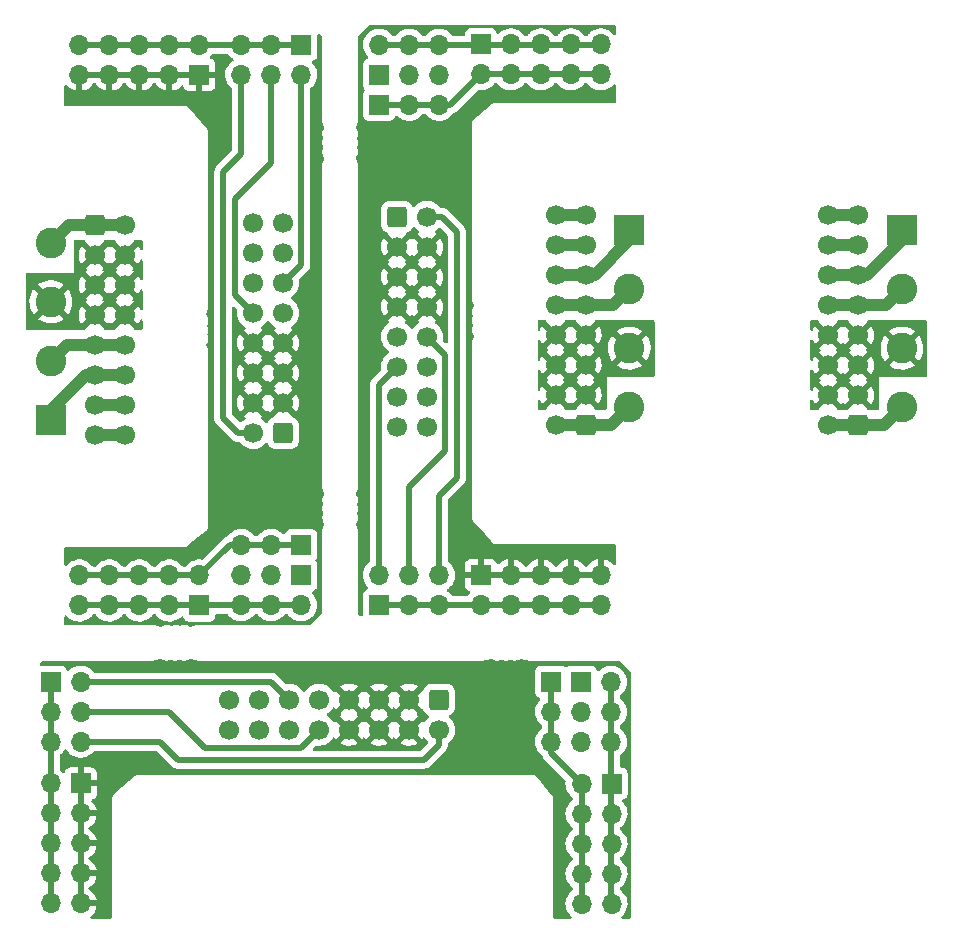
<source format=gbr>
%TF.GenerationSoftware,KiCad,Pcbnew,(6.0.0-0)*%
%TF.CreationDate,2022-12-06T00:22:25-05:00*%
%TF.ProjectId,Breakout-Eurorack-Power-Breadboard,42726561-6b6f-4757-942d-4575726f7261,rev?*%
%TF.SameCoordinates,Original*%
%TF.FileFunction,Copper,L1,Top*%
%TF.FilePolarity,Positive*%
%FSLAX46Y46*%
G04 Gerber Fmt 4.6, Leading zero omitted, Abs format (unit mm)*
G04 Created by KiCad (PCBNEW (6.0.0-0)) date 2022-12-06 00:22:25*
%MOMM*%
%LPD*%
G01*
G04 APERTURE LIST*
G04 Aperture macros list*
%AMRoundRect*
0 Rectangle with rounded corners*
0 $1 Rounding radius*
0 $2 $3 $4 $5 $6 $7 $8 $9 X,Y pos of 4 corners*
0 Add a 4 corners polygon primitive as box body*
4,1,4,$2,$3,$4,$5,$6,$7,$8,$9,$2,$3,0*
0 Add four circle primitives for the rounded corners*
1,1,$1+$1,$2,$3*
1,1,$1+$1,$4,$5*
1,1,$1+$1,$6,$7*
1,1,$1+$1,$8,$9*
0 Add four rect primitives between the rounded corners*
20,1,$1+$1,$2,$3,$4,$5,0*
20,1,$1+$1,$4,$5,$6,$7,0*
20,1,$1+$1,$6,$7,$8,$9,0*
20,1,$1+$1,$8,$9,$2,$3,0*%
G04 Aperture macros list end*
%TA.AperFunction,ComponentPad*%
%ADD10R,2.600000X2.600000*%
%TD*%
%TA.AperFunction,ComponentPad*%
%ADD11C,2.600000*%
%TD*%
%TA.AperFunction,ComponentPad*%
%ADD12O,1.700000X1.700000*%
%TD*%
%TA.AperFunction,ComponentPad*%
%ADD13R,1.700000X1.700000*%
%TD*%
%TA.AperFunction,ComponentPad*%
%ADD14RoundRect,0.250000X0.600000X0.600000X-0.600000X0.600000X-0.600000X-0.600000X0.600000X-0.600000X0*%
%TD*%
%TA.AperFunction,ComponentPad*%
%ADD15C,1.700000*%
%TD*%
%TA.AperFunction,ComponentPad*%
%ADD16RoundRect,0.250000X-0.600000X0.600000X-0.600000X-0.600000X0.600000X-0.600000X0.600000X0.600000X0*%
%TD*%
%TA.AperFunction,ComponentPad*%
%ADD17RoundRect,0.250000X-0.600000X-0.600000X0.600000X-0.600000X0.600000X0.600000X-0.600000X0.600000X0*%
%TD*%
%TA.AperFunction,Conductor*%
%ADD18C,1.000000*%
%TD*%
%TA.AperFunction,Conductor*%
%ADD19C,0.500000*%
%TD*%
G04 APERTURE END LIST*
D10*
%TO.P,J8,1,Pin_1*%
%TO.N,/5V2*%
X176684000Y-76962000D03*
D11*
%TO.P,J8,2,Pin_2*%
%TO.N,/12V2*%
X176684000Y-81962000D03*
%TO.P,J8,3,Pin_3*%
%TO.N,/GND2*%
X176684000Y-86962000D03*
%TO.P,J8,4,Pin_4*%
%TO.N,/-12V2*%
X176684000Y-91962000D03*
%TD*%
D12*
%TO.P,J2,10,Pin_10*%
%TO.N,Net-(J2-Pad6)*%
X149553000Y-133983000D03*
%TO.P,J2,9,Pin_9*%
%TO.N,Net-(J2-Pad1)*%
X152093000Y-133983000D03*
%TO.P,J2,8,Pin_8*%
%TO.N,Net-(J2-Pad6)*%
X149553000Y-131443000D03*
%TO.P,J2,7,Pin_7*%
%TO.N,Net-(J2-Pad1)*%
X152093000Y-131443000D03*
%TO.P,J2,6,Pin_6*%
%TO.N,Net-(J2-Pad6)*%
X149553000Y-128903000D03*
%TO.P,J2,5,Pin_5*%
%TO.N,Net-(J2-Pad1)*%
X152093000Y-128903000D03*
%TO.P,J2,4,Pin_4*%
%TO.N,Net-(J2-Pad6)*%
X149553000Y-126363000D03*
%TO.P,J2,3,Pin_3*%
%TO.N,Net-(J2-Pad1)*%
X152093000Y-126363000D03*
%TO.P,J2,2,Pin_2*%
%TO.N,Net-(J2-Pad6)*%
X149553000Y-123823000D03*
D13*
%TO.P,J2,1,Pin_1*%
%TO.N,Net-(J2-Pad1)*%
X152093000Y-123823000D03*
%TD*%
D14*
%TO.P,J7,1,Pin_1*%
%TO.N,/-12V2*%
X172974000Y-93472000D03*
D15*
%TO.P,J7,2,Pin_2*%
X170434000Y-93472000D03*
%TO.P,J7,3,Pin_3*%
%TO.N,/GND2*%
X172974000Y-90932000D03*
%TO.P,J7,4,Pin_4*%
X170434000Y-90932000D03*
%TO.P,J7,5,Pin_5*%
X172974000Y-88392000D03*
%TO.P,J7,6,Pin_6*%
X170434000Y-88392000D03*
%TO.P,J7,7,Pin_7*%
X172974000Y-85852000D03*
%TO.P,J7,8,Pin_8*%
X170434000Y-85852000D03*
%TO.P,J7,9,Pin_9*%
%TO.N,/12V2*%
X172974000Y-83312000D03*
%TO.P,J7,10,Pin_10*%
X170434000Y-83312000D03*
%TO.P,J7,11,Pin_11*%
%TO.N,/5V2*%
X172974000Y-80772000D03*
%TO.P,J7,12,Pin_12*%
X170434000Y-80772000D03*
%TO.P,J7,13,Pin_13*%
%TO.N,Net-(J7-Pad13)*%
X172974000Y-78232000D03*
%TO.P,J7,14,Pin_14*%
X170434000Y-78232000D03*
%TO.P,J7,15,Pin_15*%
%TO.N,Net-(J7-Pad15)*%
X172974000Y-75692000D03*
%TO.P,J7,16,Pin_16*%
X170434000Y-75692000D03*
%TD*%
D13*
%TO.P,J6,1,Pin_1*%
%TO.N,Net-(J2-Pad6)*%
X146975000Y-115189000D03*
D12*
%TO.P,J6,2,Pin_2*%
X146975000Y-117729000D03*
%TO.P,J6,3,Pin_3*%
X146975000Y-120269000D03*
%TD*%
D13*
%TO.P,J3,1,Pin_1*%
%TO.N,GND*%
X107158000Y-123818000D03*
D12*
%TO.P,J3,2,Pin_2*%
%TO.N,Net-(J4-Pad1)*%
X104618000Y-123818000D03*
%TO.P,J3,3,Pin_3*%
%TO.N,GND*%
X107158000Y-126358000D03*
%TO.P,J3,4,Pin_4*%
%TO.N,Net-(J4-Pad1)*%
X104618000Y-126358000D03*
%TO.P,J3,5,Pin_5*%
%TO.N,GND*%
X107158000Y-128898000D03*
%TO.P,J3,6,Pin_6*%
%TO.N,Net-(J4-Pad1)*%
X104618000Y-128898000D03*
%TO.P,J3,7,Pin_7*%
%TO.N,GND*%
X107158000Y-131438000D03*
%TO.P,J3,8,Pin_8*%
%TO.N,Net-(J4-Pad1)*%
X104618000Y-131438000D03*
%TO.P,J3,9,Pin_9*%
%TO.N,GND*%
X107158000Y-133978000D03*
%TO.P,J3,10,Pin_10*%
%TO.N,Net-(J4-Pad1)*%
X104618000Y-133978000D03*
%TD*%
D16*
%TO.P,J1,1,Pin_1*%
%TO.N,-12V*%
X137483000Y-116720500D03*
D15*
%TO.P,J1,2,Pin_2*%
X137483000Y-119260500D03*
%TO.P,J1,3,Pin_3*%
%TO.N,GND*%
X134943000Y-116720500D03*
%TO.P,J1,4,Pin_4*%
X134943000Y-119260500D03*
%TO.P,J1,5,Pin_5*%
X132403000Y-116720500D03*
%TO.P,J1,6,Pin_6*%
X132403000Y-119260500D03*
%TO.P,J1,7,Pin_7*%
X129863000Y-116720500D03*
%TO.P,J1,8,Pin_8*%
X129863000Y-119260500D03*
%TO.P,J1,9,Pin_9*%
%TO.N,+12V*%
X127323000Y-116720500D03*
%TO.P,J1,10,Pin_10*%
X127323000Y-119260500D03*
%TO.P,J1,11,Pin_11*%
%TO.N,+5V*%
X124783000Y-116720500D03*
%TO.P,J1,12,Pin_12*%
X124783000Y-119260500D03*
%TO.P,J1,13,Pin_13*%
%TO.N,CV*%
X122243000Y-116720500D03*
%TO.P,J1,14,Pin_14*%
X122243000Y-119260500D03*
%TO.P,J1,15,Pin_15*%
%TO.N,GATE*%
X119703000Y-116720500D03*
%TO.P,J1,16,Pin_16*%
X119703000Y-119260500D03*
%TD*%
D13*
%TO.P,J4,1,Pin_1*%
%TO.N,Net-(J4-Pad1)*%
X104605000Y-115187000D03*
D12*
%TO.P,J4,2,Pin_2*%
%TO.N,+5V*%
X107145000Y-115187000D03*
%TO.P,J4,3,Pin_3*%
%TO.N,Net-(J4-Pad1)*%
X104605000Y-117727000D03*
%TO.P,J4,4,Pin_4*%
%TO.N,+12V*%
X107145000Y-117727000D03*
%TO.P,J4,5,Pin_5*%
%TO.N,Net-(J4-Pad1)*%
X104605000Y-120267000D03*
%TO.P,J4,6,Pin_6*%
%TO.N,-12V*%
X107145000Y-120267000D03*
%TD*%
D13*
%TO.P,J5,1,Pin_1*%
%TO.N,+5V*%
X149515000Y-115189000D03*
D12*
%TO.P,J5,2,Pin_2*%
%TO.N,Net-(J2-Pad1)*%
X152055000Y-115189000D03*
%TO.P,J5,3,Pin_3*%
%TO.N,+12V*%
X149515000Y-117729000D03*
%TO.P,J5,4,Pin_4*%
%TO.N,Net-(J2-Pad1)*%
X152055000Y-117729000D03*
%TO.P,J5,5,Pin_5*%
%TO.N,-12V*%
X149515000Y-120269000D03*
%TO.P,J5,6,Pin_6*%
%TO.N,Net-(J2-Pad1)*%
X152055000Y-120269000D03*
%TD*%
D14*
%TO.P,J7,1,Pin_1*%
%TO.N,/-12V2*%
X149892000Y-93472000D03*
D15*
%TO.P,J7,2,Pin_2*%
X147352000Y-93472000D03*
%TO.P,J7,3,Pin_3*%
%TO.N,/GND2*%
X149892000Y-90932000D03*
%TO.P,J7,4,Pin_4*%
X147352000Y-90932000D03*
%TO.P,J7,5,Pin_5*%
X149892000Y-88392000D03*
%TO.P,J7,6,Pin_6*%
X147352000Y-88392000D03*
%TO.P,J7,7,Pin_7*%
X149892000Y-85852000D03*
%TO.P,J7,8,Pin_8*%
X147352000Y-85852000D03*
%TO.P,J7,9,Pin_9*%
%TO.N,/12V2*%
X149892000Y-83312000D03*
%TO.P,J7,10,Pin_10*%
X147352000Y-83312000D03*
%TO.P,J7,11,Pin_11*%
%TO.N,/5V2*%
X149892000Y-80772000D03*
%TO.P,J7,12,Pin_12*%
X147352000Y-80772000D03*
%TO.P,J7,13,Pin_13*%
%TO.N,Net-(J7-Pad13)*%
X149892000Y-78232000D03*
%TO.P,J7,14,Pin_14*%
X147352000Y-78232000D03*
%TO.P,J7,15,Pin_15*%
%TO.N,Net-(J7-Pad15)*%
X149892000Y-75692000D03*
%TO.P,J7,16,Pin_16*%
X147352000Y-75692000D03*
%TD*%
D17*
%TO.P,J1,1,Pin_1*%
%TO.N,-12V*%
X133931500Y-75849000D03*
D15*
%TO.P,J1,2,Pin_2*%
X136471500Y-75849000D03*
%TO.P,J1,3,Pin_3*%
%TO.N,GND*%
X133931500Y-78389000D03*
%TO.P,J1,4,Pin_4*%
X136471500Y-78389000D03*
%TO.P,J1,5,Pin_5*%
X133931500Y-80929000D03*
%TO.P,J1,6,Pin_6*%
X136471500Y-80929000D03*
%TO.P,J1,7,Pin_7*%
X133931500Y-83469000D03*
%TO.P,J1,8,Pin_8*%
X136471500Y-83469000D03*
%TO.P,J1,9,Pin_9*%
%TO.N,+12V*%
X133931500Y-86009000D03*
%TO.P,J1,10,Pin_10*%
X136471500Y-86009000D03*
%TO.P,J1,11,Pin_11*%
%TO.N,+5V*%
X133931500Y-88549000D03*
%TO.P,J1,12,Pin_12*%
X136471500Y-88549000D03*
%TO.P,J1,13,Pin_13*%
%TO.N,CV*%
X133931500Y-91089000D03*
%TO.P,J1,14,Pin_14*%
X136471500Y-91089000D03*
%TO.P,J1,15,Pin_15*%
%TO.N,GATE*%
X133931500Y-93629000D03*
%TO.P,J1,16,Pin_16*%
X136471500Y-93629000D03*
%TD*%
D13*
%TO.P,J6,1,Pin_1*%
%TO.N,Net-(J2-Pad6)*%
X132400000Y-66357000D03*
D12*
%TO.P,J6,2,Pin_2*%
X134940000Y-66357000D03*
%TO.P,J6,3,Pin_3*%
X137480000Y-66357000D03*
%TD*%
D13*
%TO.P,J4,1,Pin_1*%
%TO.N,Net-(J4-Pad1)*%
X132398000Y-108727000D03*
D12*
%TO.P,J4,2,Pin_2*%
%TO.N,+5V*%
X132398000Y-106187000D03*
%TO.P,J4,3,Pin_3*%
%TO.N,Net-(J4-Pad1)*%
X134938000Y-108727000D03*
%TO.P,J4,4,Pin_4*%
%TO.N,+12V*%
X134938000Y-106187000D03*
%TO.P,J4,5,Pin_5*%
%TO.N,Net-(J4-Pad1)*%
X137478000Y-108727000D03*
%TO.P,J4,6,Pin_6*%
%TO.N,-12V*%
X137478000Y-106187000D03*
%TD*%
D13*
%TO.P,J3,1,Pin_1*%
%TO.N,GND*%
X141029000Y-106174000D03*
D12*
%TO.P,J3,2,Pin_2*%
%TO.N,Net-(J4-Pad1)*%
X141029000Y-108714000D03*
%TO.P,J3,3,Pin_3*%
%TO.N,GND*%
X143569000Y-106174000D03*
%TO.P,J3,4,Pin_4*%
%TO.N,Net-(J4-Pad1)*%
X143569000Y-108714000D03*
%TO.P,J3,5,Pin_5*%
%TO.N,GND*%
X146109000Y-106174000D03*
%TO.P,J3,6,Pin_6*%
%TO.N,Net-(J4-Pad1)*%
X146109000Y-108714000D03*
%TO.P,J3,7,Pin_7*%
%TO.N,GND*%
X148649000Y-106174000D03*
%TO.P,J3,8,Pin_8*%
%TO.N,Net-(J4-Pad1)*%
X148649000Y-108714000D03*
%TO.P,J3,9,Pin_9*%
%TO.N,GND*%
X151189000Y-106174000D03*
%TO.P,J3,10,Pin_10*%
%TO.N,Net-(J4-Pad1)*%
X151189000Y-108714000D03*
%TD*%
D10*
%TO.P,J8,1,Pin_1*%
%TO.N,/5V2*%
X153602000Y-76962000D03*
D11*
%TO.P,J8,2,Pin_2*%
%TO.N,/12V2*%
X153602000Y-81962000D03*
%TO.P,J8,3,Pin_3*%
%TO.N,/GND2*%
X153602000Y-86962000D03*
%TO.P,J8,4,Pin_4*%
%TO.N,/-12V2*%
X153602000Y-91962000D03*
%TD*%
D13*
%TO.P,J2,1,Pin_1*%
%TO.N,Net-(J2-Pad1)*%
X141034000Y-61239000D03*
D12*
%TO.P,J2,2,Pin_2*%
%TO.N,Net-(J2-Pad6)*%
X141034000Y-63779000D03*
%TO.P,J2,3,Pin_3*%
%TO.N,Net-(J2-Pad1)*%
X143574000Y-61239000D03*
%TO.P,J2,4,Pin_4*%
%TO.N,Net-(J2-Pad6)*%
X143574000Y-63779000D03*
%TO.P,J2,5,Pin_5*%
%TO.N,Net-(J2-Pad1)*%
X146114000Y-61239000D03*
%TO.P,J2,6,Pin_6*%
%TO.N,Net-(J2-Pad6)*%
X146114000Y-63779000D03*
%TO.P,J2,7,Pin_7*%
%TO.N,Net-(J2-Pad1)*%
X148654000Y-61239000D03*
%TO.P,J2,8,Pin_8*%
%TO.N,Net-(J2-Pad6)*%
X148654000Y-63779000D03*
%TO.P,J2,9,Pin_9*%
%TO.N,Net-(J2-Pad1)*%
X151194000Y-61239000D03*
%TO.P,J2,10,Pin_10*%
%TO.N,Net-(J2-Pad6)*%
X151194000Y-63779000D03*
%TD*%
D13*
%TO.P,J5,1,Pin_1*%
%TO.N,+5V*%
X132400000Y-63817000D03*
D12*
%TO.P,J5,2,Pin_2*%
%TO.N,Net-(J2-Pad1)*%
X132400000Y-61277000D03*
%TO.P,J5,3,Pin_3*%
%TO.N,+12V*%
X134940000Y-63817000D03*
%TO.P,J5,4,Pin_4*%
%TO.N,Net-(J2-Pad1)*%
X134940000Y-61277000D03*
%TO.P,J5,5,Pin_5*%
%TO.N,-12V*%
X137480000Y-63817000D03*
%TO.P,J5,6,Pin_6*%
%TO.N,Net-(J2-Pad1)*%
X137480000Y-61277000D03*
%TD*%
D10*
%TO.P,J8,1,Pin_1*%
%TO.N,/5V2*%
X104622000Y-93024000D03*
D11*
%TO.P,J8,2,Pin_2*%
%TO.N,/12V2*%
X104622000Y-88024000D03*
%TO.P,J8,3,Pin_3*%
%TO.N,/GND2*%
X104622000Y-83024000D03*
%TO.P,J8,4,Pin_4*%
%TO.N,/-12V2*%
X104622000Y-78024000D03*
%TD*%
D15*
%TO.P,J7,16,Pin_16*%
%TO.N,Net-(J7-Pad15)*%
X110872000Y-94294000D03*
%TO.P,J7,14,Pin_14*%
%TO.N,Net-(J7-Pad13)*%
X110872000Y-91754000D03*
%TO.P,J7,12,Pin_12*%
%TO.N,/5V2*%
X110872000Y-89214000D03*
%TO.P,J7,10,Pin_10*%
%TO.N,/12V2*%
X110872000Y-86674000D03*
%TO.P,J7,8,Pin_8*%
%TO.N,/GND2*%
X110872000Y-84134000D03*
%TO.P,J7,6,Pin_6*%
X110872000Y-81594000D03*
%TO.P,J7,4,Pin_4*%
X110872000Y-79054000D03*
%TO.P,J7,2,Pin_2*%
%TO.N,/-12V2*%
X110872000Y-76514000D03*
%TO.P,J7,15,Pin_15*%
%TO.N,Net-(J7-Pad15)*%
X108332000Y-94294000D03*
%TO.P,J7,13,Pin_13*%
%TO.N,Net-(J7-Pad13)*%
X108332000Y-91754000D03*
%TO.P,J7,11,Pin_11*%
%TO.N,/5V2*%
X108332000Y-89214000D03*
%TO.P,J7,9,Pin_9*%
%TO.N,/12V2*%
X108332000Y-86674000D03*
%TO.P,J7,7,Pin_7*%
%TO.N,/GND2*%
X108332000Y-84134000D03*
%TO.P,J7,5,Pin_5*%
X108332000Y-81594000D03*
%TO.P,J7,3,Pin_3*%
X108332000Y-79054000D03*
D17*
%TO.P,J7,1,Pin_1*%
%TO.N,/-12V2*%
X108332000Y-76514000D03*
%TD*%
D12*
%TO.P,J5,6,Pin_6*%
%TO.N,Net-(J2-Pad1)*%
X120744000Y-108709000D03*
%TO.P,J5,5,Pin_5*%
%TO.N,-12V*%
X120744000Y-106169000D03*
%TO.P,J5,4,Pin_4*%
%TO.N,Net-(J2-Pad1)*%
X123284000Y-108709000D03*
%TO.P,J5,3,Pin_3*%
%TO.N,+12V*%
X123284000Y-106169000D03*
%TO.P,J5,2,Pin_2*%
%TO.N,Net-(J2-Pad1)*%
X125824000Y-108709000D03*
D13*
%TO.P,J5,1,Pin_1*%
%TO.N,+5V*%
X125824000Y-106169000D03*
%TD*%
%TO.P,J6,1,Pin_1*%
%TO.N,Net-(J2-Pad6)*%
X125824000Y-103629000D03*
D12*
%TO.P,J6,2,Pin_2*%
X123284000Y-103629000D03*
%TO.P,J6,3,Pin_3*%
X120744000Y-103629000D03*
%TD*%
D13*
%TO.P,J4,1,Pin_1*%
%TO.N,Net-(J4-Pad1)*%
X125826000Y-61259000D03*
D12*
%TO.P,J4,2,Pin_2*%
%TO.N,+5V*%
X125826000Y-63799000D03*
%TO.P,J4,3,Pin_3*%
%TO.N,Net-(J4-Pad1)*%
X123286000Y-61259000D03*
%TO.P,J4,4,Pin_4*%
%TO.N,+12V*%
X123286000Y-63799000D03*
%TO.P,J4,5,Pin_5*%
%TO.N,Net-(J4-Pad1)*%
X120746000Y-61259000D03*
%TO.P,J4,6,Pin_6*%
%TO.N,-12V*%
X120746000Y-63799000D03*
%TD*%
D13*
%TO.P,J3,1,Pin_1*%
%TO.N,GND*%
X117195000Y-63812000D03*
D12*
%TO.P,J3,2,Pin_2*%
%TO.N,Net-(J4-Pad1)*%
X117195000Y-61272000D03*
%TO.P,J3,3,Pin_3*%
%TO.N,GND*%
X114655000Y-63812000D03*
%TO.P,J3,4,Pin_4*%
%TO.N,Net-(J4-Pad1)*%
X114655000Y-61272000D03*
%TO.P,J3,5,Pin_5*%
%TO.N,GND*%
X112115000Y-63812000D03*
%TO.P,J3,6,Pin_6*%
%TO.N,Net-(J4-Pad1)*%
X112115000Y-61272000D03*
%TO.P,J3,7,Pin_7*%
%TO.N,GND*%
X109575000Y-63812000D03*
%TO.P,J3,8,Pin_8*%
%TO.N,Net-(J4-Pad1)*%
X109575000Y-61272000D03*
%TO.P,J3,9,Pin_9*%
%TO.N,GND*%
X107035000Y-63812000D03*
%TO.P,J3,10,Pin_10*%
%TO.N,Net-(J4-Pad1)*%
X107035000Y-61272000D03*
%TD*%
D13*
%TO.P,J2,1,Pin_1*%
%TO.N,Net-(J2-Pad1)*%
X117190000Y-108747000D03*
D12*
%TO.P,J2,2,Pin_2*%
%TO.N,Net-(J2-Pad6)*%
X117190000Y-106207000D03*
%TO.P,J2,3,Pin_3*%
%TO.N,Net-(J2-Pad1)*%
X114650000Y-108747000D03*
%TO.P,J2,4,Pin_4*%
%TO.N,Net-(J2-Pad6)*%
X114650000Y-106207000D03*
%TO.P,J2,5,Pin_5*%
%TO.N,Net-(J2-Pad1)*%
X112110000Y-108747000D03*
%TO.P,J2,6,Pin_6*%
%TO.N,Net-(J2-Pad6)*%
X112110000Y-106207000D03*
%TO.P,J2,7,Pin_7*%
%TO.N,Net-(J2-Pad1)*%
X109570000Y-108747000D03*
%TO.P,J2,8,Pin_8*%
%TO.N,Net-(J2-Pad6)*%
X109570000Y-106207000D03*
%TO.P,J2,9,Pin_9*%
%TO.N,Net-(J2-Pad1)*%
X107030000Y-108747000D03*
%TO.P,J2,10,Pin_10*%
%TO.N,Net-(J2-Pad6)*%
X107030000Y-106207000D03*
%TD*%
D15*
%TO.P,J1,16,Pin_16*%
%TO.N,GATE*%
X121752500Y-76357000D03*
%TO.P,J1,14,Pin_14*%
%TO.N,CV*%
X121752500Y-78897000D03*
%TO.P,J1,12,Pin_12*%
%TO.N,+5V*%
X121752500Y-81437000D03*
%TO.P,J1,10,Pin_10*%
%TO.N,+12V*%
X121752500Y-83977000D03*
%TO.P,J1,8,Pin_8*%
%TO.N,GND*%
X121752500Y-86517000D03*
%TO.P,J1,6,Pin_6*%
X121752500Y-89057000D03*
%TO.P,J1,4,Pin_4*%
X121752500Y-91597000D03*
%TO.P,J1,2,Pin_2*%
%TO.N,-12V*%
X121752500Y-94137000D03*
%TO.P,J1,15,Pin_15*%
%TO.N,GATE*%
X124292500Y-76357000D03*
%TO.P,J1,13,Pin_13*%
%TO.N,CV*%
X124292500Y-78897000D03*
%TO.P,J1,11,Pin_11*%
%TO.N,+5V*%
X124292500Y-81437000D03*
%TO.P,J1,9,Pin_9*%
%TO.N,+12V*%
X124292500Y-83977000D03*
%TO.P,J1,7,Pin_7*%
%TO.N,GND*%
X124292500Y-86517000D03*
%TO.P,J1,5,Pin_5*%
X124292500Y-89057000D03*
%TO.P,J1,3,Pin_3*%
X124292500Y-91597000D03*
D14*
%TO.P,J1,1,Pin_1*%
%TO.N,-12V*%
X124292500Y-94137000D03*
%TD*%
D18*
%TO.N,Net-(J7-Pad15)*%
X170434000Y-75692000D02*
X172974000Y-75692000D01*
D19*
%TO.N,Net-(J2-Pad1)*%
X152055000Y-120269000D02*
X152055000Y-133945000D01*
X152055000Y-133945000D02*
X152093000Y-133983000D01*
D18*
%TO.N,/5V2*%
X176684000Y-77824000D02*
X176684000Y-76962000D01*
X172974000Y-80772000D02*
X173736000Y-80772000D01*
X173736000Y-80772000D02*
X176684000Y-77824000D01*
D19*
%TO.N,Net-(J2-Pad1)*%
X152055000Y-115189000D02*
X152055000Y-120269000D01*
%TO.N,Net-(J4-Pad1)*%
X104605000Y-133965000D02*
X104618000Y-133978000D01*
X104605000Y-115187000D02*
X104605000Y-133965000D01*
D18*
%TO.N,/12V2*%
X175334000Y-83312000D02*
X172974000Y-83312000D01*
X176684000Y-81962000D02*
X175334000Y-83312000D01*
X172974000Y-83312000D02*
X170434000Y-83312000D01*
D19*
%TO.N,+12V*%
X107145000Y-117727000D02*
X114623000Y-117727000D01*
%TO.N,Net-(J2-Pad6)*%
X149553000Y-123823000D02*
X149553000Y-133983000D01*
%TO.N,+12V*%
X117671000Y-120775000D02*
X125808500Y-120775000D01*
X125808500Y-120775000D02*
X127323000Y-119260500D01*
X114623000Y-117727000D02*
X117671000Y-120775000D01*
%TO.N,+5V*%
X107145000Y-115187000D02*
X123249500Y-115187000D01*
D18*
%TO.N,Net-(J7-Pad13)*%
X172974000Y-78232000D02*
X170434000Y-78232000D01*
D19*
%TO.N,+5V*%
X123249500Y-115187000D02*
X124783000Y-116720500D01*
%TO.N,-12V*%
X115385000Y-121791000D02*
X136213000Y-121791000D01*
%TO.N,Net-(J2-Pad6)*%
X146975000Y-115189000D02*
X146975000Y-120269000D01*
%TO.N,-12V*%
X107145000Y-120267000D02*
X113861000Y-120267000D01*
X137483000Y-120521000D02*
X137483000Y-119260500D01*
D18*
%TO.N,/-12V2*%
X176684000Y-91962000D02*
X175174000Y-93472000D01*
X172974000Y-93472000D02*
X170434000Y-93472000D01*
D19*
%TO.N,-12V*%
X113861000Y-120267000D02*
X115385000Y-121791000D01*
%TO.N,Net-(J2-Pad6)*%
X146975000Y-121245000D02*
X149553000Y-123823000D01*
X146975000Y-120269000D02*
X146975000Y-121245000D01*
%TO.N,-12V*%
X136213000Y-121791000D02*
X137483000Y-120521000D01*
D18*
%TO.N,/-12V2*%
X175174000Y-93472000D02*
X172974000Y-93472000D01*
%TO.N,/5V2*%
X170434000Y-80772000D02*
X172974000Y-80772000D01*
%TO.N,Net-(J7-Pad15)*%
X147352000Y-75692000D02*
X149892000Y-75692000D01*
D19*
%TO.N,Net-(J2-Pad1)*%
X137480000Y-61277000D02*
X151156000Y-61277000D01*
X151156000Y-61277000D02*
X151194000Y-61239000D01*
D18*
%TO.N,/5V2*%
X153602000Y-77824000D02*
X153602000Y-76962000D01*
X149892000Y-80772000D02*
X150654000Y-80772000D01*
X150654000Y-80772000D02*
X153602000Y-77824000D01*
D19*
%TO.N,Net-(J2-Pad1)*%
X132400000Y-61277000D02*
X137480000Y-61277000D01*
%TO.N,Net-(J4-Pad1)*%
X151176000Y-108727000D02*
X151189000Y-108714000D01*
X132398000Y-108727000D02*
X151176000Y-108727000D01*
D18*
%TO.N,/12V2*%
X152252000Y-83312000D02*
X149892000Y-83312000D01*
X153602000Y-81962000D02*
X152252000Y-83312000D01*
X149892000Y-83312000D02*
X147352000Y-83312000D01*
D19*
%TO.N,Net-(J2-Pad6)*%
X141034000Y-63779000D02*
X151194000Y-63779000D01*
%TO.N,+12V*%
X134938000Y-106187000D02*
X134938000Y-98709000D01*
X137986000Y-95661000D02*
X137986000Y-87523500D01*
X134938000Y-98709000D02*
X137986000Y-95661000D01*
X137986000Y-87523500D02*
X136471500Y-86009000D01*
D18*
%TO.N,Net-(J7-Pad13)*%
X149892000Y-78232000D02*
X147352000Y-78232000D01*
D19*
%TO.N,+5V*%
X132398000Y-106187000D02*
X132398000Y-90082500D01*
X132398000Y-90082500D02*
X133931500Y-88549000D01*
D18*
%TO.N,/-12V2*%
X153602000Y-91962000D02*
X152092000Y-93472000D01*
X152092000Y-93472000D02*
X149892000Y-93472000D01*
D19*
%TO.N,-12V*%
X139002000Y-77119000D02*
X137732000Y-75849000D01*
X137478000Y-99471000D02*
X139002000Y-97947000D01*
X137478000Y-106187000D02*
X137478000Y-99471000D01*
X137732000Y-75849000D02*
X136471500Y-75849000D01*
X139002000Y-97947000D02*
X139002000Y-77119000D01*
D18*
%TO.N,/5V2*%
X147352000Y-80772000D02*
X149892000Y-80772000D01*
%TO.N,/-12V2*%
X149892000Y-93472000D02*
X147352000Y-93472000D01*
D19*
%TO.N,Net-(J2-Pad6)*%
X132400000Y-66357000D02*
X137480000Y-66357000D01*
X137480000Y-66357000D02*
X138456000Y-66357000D01*
X138456000Y-66357000D02*
X141034000Y-63779000D01*
D18*
%TO.N,Net-(J7-Pad15)*%
X110872000Y-94294000D02*
X108332000Y-94294000D01*
%TO.N,Net-(J7-Pad13)*%
X108332000Y-91754000D02*
X110872000Y-91754000D01*
%TO.N,/-12V2*%
X104622000Y-78024000D02*
X106132000Y-76514000D01*
X106132000Y-76514000D02*
X108332000Y-76514000D01*
%TO.N,/5V2*%
X108332000Y-89214000D02*
X107570000Y-89214000D01*
X104622000Y-92162000D02*
X104622000Y-93024000D01*
X107570000Y-89214000D02*
X104622000Y-92162000D01*
%TO.N,/12V2*%
X104622000Y-88024000D02*
X105972000Y-86674000D01*
X105972000Y-86674000D02*
X108332000Y-86674000D01*
%TO.N,/-12V2*%
X108332000Y-76514000D02*
X110872000Y-76514000D01*
%TO.N,/12V2*%
X108332000Y-86674000D02*
X110872000Y-86674000D01*
%TO.N,/5V2*%
X110872000Y-89214000D02*
X108332000Y-89214000D01*
D19*
%TO.N,+12V*%
X123286000Y-63799000D02*
X123286000Y-71277000D01*
X120238000Y-82462500D02*
X121752500Y-83977000D01*
X123286000Y-71277000D02*
X120238000Y-74325000D01*
X120238000Y-74325000D02*
X120238000Y-82462500D01*
%TO.N,-12V*%
X120746000Y-63799000D02*
X120746000Y-70515000D01*
X119222000Y-72039000D02*
X119222000Y-92867000D01*
X120746000Y-70515000D02*
X119222000Y-72039000D01*
X119222000Y-92867000D02*
X120492000Y-94137000D01*
X120492000Y-94137000D02*
X121752500Y-94137000D01*
%TO.N,+5V*%
X125826000Y-63799000D02*
X125826000Y-79903500D01*
X125826000Y-79903500D02*
X124292500Y-81437000D01*
%TO.N,Net-(J4-Pad1)*%
X125826000Y-61259000D02*
X107048000Y-61259000D01*
X107048000Y-61259000D02*
X107035000Y-61272000D01*
%TO.N,Net-(J2-Pad1)*%
X120744000Y-108709000D02*
X107068000Y-108709000D01*
X107068000Y-108709000D02*
X107030000Y-108747000D01*
X125824000Y-108709000D02*
X120744000Y-108709000D01*
%TO.N,Net-(J2-Pad6)*%
X117190000Y-106207000D02*
X107030000Y-106207000D01*
X120744000Y-103629000D02*
X119768000Y-103629000D01*
X119768000Y-103629000D02*
X117190000Y-106207000D01*
X125824000Y-103629000D02*
X120744000Y-103629000D01*
%TD*%
%TA.AperFunction,Conductor*%
%TO.N,/GND2*%
G36*
X107395791Y-77800475D02*
G01*
X107396395Y-77799180D01*
X107403032Y-77802275D01*
X107409262Y-77806115D01*
X107479939Y-77829557D01*
X107484219Y-77830977D01*
X107542579Y-77871407D01*
X107553299Y-77897211D01*
X107554650Y-77896472D01*
X107579968Y-77942758D01*
X108319188Y-78681978D01*
X108333132Y-78689592D01*
X108334965Y-78689461D01*
X108341580Y-78685210D01*
X109085389Y-77941401D01*
X109108183Y-77899659D01*
X109110357Y-77889666D01*
X109160561Y-77839466D01*
X109181066Y-77830532D01*
X109203552Y-77823030D01*
X109255946Y-77805550D01*
X109262169Y-77801699D01*
X109268800Y-77798593D01*
X109269564Y-77800223D01*
X109326603Y-77784000D01*
X109987395Y-77784000D01*
X110055516Y-77804002D01*
X110102009Y-77857658D01*
X110113087Y-77918807D01*
X110112381Y-77928887D01*
X110119968Y-77942758D01*
X110859188Y-78681978D01*
X110873132Y-78689592D01*
X110874965Y-78689461D01*
X110881580Y-78685210D01*
X111625389Y-77941401D01*
X111633004Y-77927457D01*
X111632398Y-77918989D01*
X111647490Y-77849614D01*
X111697692Y-77799412D01*
X111758077Y-77784000D01*
X112270000Y-77784000D01*
X112338121Y-77804002D01*
X112384614Y-77857658D01*
X112396000Y-77910000D01*
X112396000Y-78547361D01*
X112375998Y-78615482D01*
X112322342Y-78661975D01*
X112252068Y-78672079D01*
X112187488Y-78642585D01*
X112154450Y-78597603D01*
X112074972Y-78414814D01*
X112070105Y-78405739D01*
X112005063Y-78305197D01*
X111994377Y-78295995D01*
X111984812Y-78300398D01*
X111244022Y-79041188D01*
X111236408Y-79055132D01*
X111236539Y-79056965D01*
X111240790Y-79063580D01*
X111982474Y-79805264D01*
X111994484Y-79811823D01*
X112006223Y-79802855D01*
X112037004Y-79760019D01*
X112042315Y-79751180D01*
X112136670Y-79560267D01*
X112140469Y-79550672D01*
X112149442Y-79521139D01*
X112188383Y-79461775D01*
X112253237Y-79432888D01*
X112323413Y-79443649D01*
X112376631Y-79490643D01*
X112396000Y-79557768D01*
X112396000Y-81087361D01*
X112375998Y-81155482D01*
X112322342Y-81201975D01*
X112252068Y-81212079D01*
X112187488Y-81182585D01*
X112154450Y-81137603D01*
X112074972Y-80954814D01*
X112070105Y-80945739D01*
X112005063Y-80845197D01*
X111994377Y-80835995D01*
X111984812Y-80840398D01*
X111244022Y-81581188D01*
X111236408Y-81595132D01*
X111236539Y-81596965D01*
X111240790Y-81603580D01*
X111982474Y-82345264D01*
X111994484Y-82351823D01*
X112006223Y-82342855D01*
X112037004Y-82300019D01*
X112042315Y-82291180D01*
X112136670Y-82100267D01*
X112140469Y-82090672D01*
X112149442Y-82061139D01*
X112188383Y-82001775D01*
X112253237Y-81972888D01*
X112323413Y-81983649D01*
X112376631Y-82030643D01*
X112396000Y-82097768D01*
X112396000Y-83627361D01*
X112375998Y-83695482D01*
X112322342Y-83741975D01*
X112252068Y-83752079D01*
X112187488Y-83722585D01*
X112154450Y-83677603D01*
X112074972Y-83494814D01*
X112070105Y-83485739D01*
X112005063Y-83385197D01*
X111994377Y-83375995D01*
X111984812Y-83380398D01*
X111244022Y-84121188D01*
X111236408Y-84135132D01*
X111236539Y-84136965D01*
X111240790Y-84143580D01*
X111982474Y-84885264D01*
X111994484Y-84891823D01*
X112006223Y-84882855D01*
X112037004Y-84840019D01*
X112042315Y-84831180D01*
X112136670Y-84640267D01*
X112140469Y-84630672D01*
X112149442Y-84601139D01*
X112188383Y-84541775D01*
X112253237Y-84512888D01*
X112323413Y-84523649D01*
X112376631Y-84570643D01*
X112396000Y-84637768D01*
X112396000Y-85278000D01*
X112375998Y-85346121D01*
X112322342Y-85392614D01*
X112270000Y-85404000D01*
X111755462Y-85404000D01*
X111687341Y-85383998D01*
X111640848Y-85330342D01*
X111630023Y-85266123D01*
X111630697Y-85259000D01*
X111622660Y-85243870D01*
X110884812Y-84506022D01*
X110870868Y-84498408D01*
X110869035Y-84498539D01*
X110862420Y-84502790D01*
X110118737Y-85246473D01*
X110111122Y-85260417D01*
X110111737Y-85269011D01*
X110096645Y-85338386D01*
X110046443Y-85388588D01*
X109986058Y-85404000D01*
X109215462Y-85404000D01*
X109147341Y-85383998D01*
X109100848Y-85330342D01*
X109090023Y-85266123D01*
X109090697Y-85259000D01*
X109082660Y-85243870D01*
X108344812Y-84506022D01*
X108330868Y-84498408D01*
X108329035Y-84498539D01*
X108322420Y-84502790D01*
X107578737Y-85246473D01*
X107571122Y-85260417D01*
X107571737Y-85269011D01*
X107556645Y-85338386D01*
X107506443Y-85388588D01*
X107446058Y-85404000D01*
X102616000Y-85404000D01*
X102547879Y-85383998D01*
X102501386Y-85330342D01*
X102490000Y-85278000D01*
X102490000Y-84468906D01*
X103541839Y-84468906D01*
X103550553Y-84480427D01*
X103657452Y-84558809D01*
X103665351Y-84563745D01*
X103894905Y-84684519D01*
X103903454Y-84688236D01*
X104148327Y-84773749D01*
X104157336Y-84776163D01*
X104412166Y-84824544D01*
X104421423Y-84825598D01*
X104680607Y-84835783D01*
X104689921Y-84835457D01*
X104947753Y-84807220D01*
X104956930Y-84805519D01*
X105207758Y-84739481D01*
X105216574Y-84736445D01*
X105454880Y-84634062D01*
X105463167Y-84629748D01*
X105683718Y-84493266D01*
X105691268Y-84487780D01*
X105696559Y-84483301D01*
X105704997Y-84470497D01*
X105698935Y-84460145D01*
X104634812Y-83396022D01*
X104620868Y-83388408D01*
X104619035Y-83388539D01*
X104612420Y-83392790D01*
X103548497Y-84456713D01*
X103541839Y-84468906D01*
X102490000Y-84468906D01*
X102490000Y-82981211D01*
X102809775Y-82981211D01*
X102822220Y-83240288D01*
X102823356Y-83249543D01*
X102873961Y-83503945D01*
X102876449Y-83512917D01*
X102964095Y-83757033D01*
X102967895Y-83765568D01*
X103090658Y-83994042D01*
X103095666Y-84001904D01*
X103165720Y-84095716D01*
X103176979Y-84104165D01*
X103189397Y-84097393D01*
X104249978Y-83036812D01*
X104256356Y-83025132D01*
X104986408Y-83025132D01*
X104986539Y-83026965D01*
X104990790Y-83033580D01*
X106058094Y-84100884D01*
X106070474Y-84107644D01*
X106072853Y-84105863D01*
X106970050Y-84105863D01*
X106982309Y-84318477D01*
X106983745Y-84328697D01*
X107030565Y-84536446D01*
X107033645Y-84546275D01*
X107113770Y-84743603D01*
X107118413Y-84752794D01*
X107198460Y-84883420D01*
X107208916Y-84892880D01*
X107217694Y-84889096D01*
X107959978Y-84146812D01*
X107966356Y-84135132D01*
X108696408Y-84135132D01*
X108696539Y-84136965D01*
X108700790Y-84143580D01*
X109442474Y-84885264D01*
X109454484Y-84891823D01*
X109466223Y-84882855D01*
X109500022Y-84835819D01*
X109501149Y-84836629D01*
X109548659Y-84792881D01*
X109618596Y-84780661D01*
X109684038Y-84808191D01*
X109711870Y-84840029D01*
X109738459Y-84883419D01*
X109748916Y-84892880D01*
X109757694Y-84889096D01*
X110499978Y-84146812D01*
X110507592Y-84132868D01*
X110507461Y-84131035D01*
X110503210Y-84124420D01*
X109761849Y-83383059D01*
X109750313Y-83376759D01*
X109738028Y-83386384D01*
X109705192Y-83434520D01*
X109650281Y-83479523D01*
X109579756Y-83487694D01*
X109516009Y-83456440D01*
X109495311Y-83431955D01*
X109465062Y-83385197D01*
X109454377Y-83375995D01*
X109444812Y-83380398D01*
X108704022Y-84121188D01*
X108696408Y-84135132D01*
X107966356Y-84135132D01*
X107967592Y-84132868D01*
X107967461Y-84131035D01*
X107963210Y-84124420D01*
X107221849Y-83383059D01*
X107210313Y-83376759D01*
X107198031Y-83386382D01*
X107150089Y-83456662D01*
X107145004Y-83465613D01*
X107055338Y-83658783D01*
X107051775Y-83668470D01*
X106994864Y-83873681D01*
X106992933Y-83883800D01*
X106970302Y-84095574D01*
X106970050Y-84105863D01*
X106072853Y-84105863D01*
X106078815Y-84101400D01*
X106212832Y-83893048D01*
X106217275Y-83884864D01*
X106323807Y-83648370D01*
X106326997Y-83639605D01*
X106397402Y-83389972D01*
X106399262Y-83380830D01*
X106432187Y-83122019D01*
X106432668Y-83115733D01*
X106434987Y-83027160D01*
X106434836Y-83020851D01*
X106415501Y-82760663D01*
X106414125Y-82751457D01*
X106406747Y-82718853D01*
X107571977Y-82718853D01*
X107577258Y-82725907D01*
X107624479Y-82753501D01*
X107673203Y-82805139D01*
X107686274Y-82874922D01*
X107659543Y-82940694D01*
X107619087Y-82974053D01*
X107610466Y-82978541D01*
X107601734Y-82984039D01*
X107581677Y-82999099D01*
X107573223Y-83010427D01*
X107579968Y-83022758D01*
X108319188Y-83761978D01*
X108333132Y-83769592D01*
X108334965Y-83769461D01*
X108341580Y-83765210D01*
X109085389Y-83021401D01*
X109092410Y-83008544D01*
X109085611Y-82999213D01*
X109081559Y-82996521D01*
X109044116Y-82975852D01*
X108994145Y-82925420D01*
X108979373Y-82855977D01*
X109004489Y-82789572D01*
X109031840Y-82762965D01*
X109081247Y-82727723D01*
X109088211Y-82718853D01*
X110111977Y-82718853D01*
X110117258Y-82725907D01*
X110164479Y-82753501D01*
X110213203Y-82805139D01*
X110226274Y-82874922D01*
X110199543Y-82940694D01*
X110159087Y-82974053D01*
X110150466Y-82978541D01*
X110141734Y-82984039D01*
X110121677Y-82999099D01*
X110113223Y-83010427D01*
X110119968Y-83022758D01*
X110859188Y-83761978D01*
X110873132Y-83769592D01*
X110874965Y-83769461D01*
X110881580Y-83765210D01*
X111625389Y-83021401D01*
X111632410Y-83008544D01*
X111625611Y-82999213D01*
X111621559Y-82996521D01*
X111584116Y-82975852D01*
X111534145Y-82925420D01*
X111519373Y-82855977D01*
X111544489Y-82789572D01*
X111571840Y-82762965D01*
X111621247Y-82727723D01*
X111629648Y-82717023D01*
X111622660Y-82703870D01*
X110884812Y-81966022D01*
X110870868Y-81958408D01*
X110869035Y-81958539D01*
X110862420Y-81962790D01*
X110118737Y-82706473D01*
X110111977Y-82718853D01*
X109088211Y-82718853D01*
X109089648Y-82717023D01*
X109082660Y-82703870D01*
X108344812Y-81966022D01*
X108330868Y-81958408D01*
X108329035Y-81958539D01*
X108322420Y-81962790D01*
X107578737Y-82706473D01*
X107571977Y-82718853D01*
X106406747Y-82718853D01*
X106356878Y-82498467D01*
X106354154Y-82489556D01*
X106260143Y-82247806D01*
X106256132Y-82239397D01*
X106127422Y-82014202D01*
X106122211Y-82006476D01*
X106078996Y-81951658D01*
X106067071Y-81943187D01*
X106055537Y-81949673D01*
X104994022Y-83011188D01*
X104986408Y-83025132D01*
X104256356Y-83025132D01*
X104257592Y-83022868D01*
X104257461Y-83021035D01*
X104253210Y-83014420D01*
X103187816Y-81949026D01*
X103174507Y-81941758D01*
X103164472Y-81948878D01*
X103148937Y-81967556D01*
X103143531Y-81975135D01*
X103008965Y-82196891D01*
X103004736Y-82205192D01*
X102904432Y-82444389D01*
X102901471Y-82453239D01*
X102837628Y-82704625D01*
X102836006Y-82713822D01*
X102810020Y-82971885D01*
X102809775Y-82981211D01*
X102490000Y-82981211D01*
X102490000Y-81576689D01*
X103539102Y-81576689D01*
X103543675Y-81586465D01*
X104609188Y-82651978D01*
X104623132Y-82659592D01*
X104624965Y-82659461D01*
X104631580Y-82655210D01*
X105696349Y-81590441D01*
X105702733Y-81578751D01*
X105693321Y-81566641D01*
X105692200Y-81565863D01*
X106970050Y-81565863D01*
X106982309Y-81778477D01*
X106983745Y-81788697D01*
X107030565Y-81996446D01*
X107033645Y-82006275D01*
X107113770Y-82203603D01*
X107118413Y-82212794D01*
X107198460Y-82343420D01*
X107208916Y-82352880D01*
X107217694Y-82349096D01*
X107959978Y-81606812D01*
X107966356Y-81595132D01*
X108696408Y-81595132D01*
X108696539Y-81596965D01*
X108700790Y-81603580D01*
X109442474Y-82345264D01*
X109454484Y-82351823D01*
X109466223Y-82342855D01*
X109500022Y-82295819D01*
X109501149Y-82296629D01*
X109548659Y-82252881D01*
X109618596Y-82240661D01*
X109684038Y-82268191D01*
X109711870Y-82300029D01*
X109738459Y-82343419D01*
X109748916Y-82352880D01*
X109757694Y-82349096D01*
X110499978Y-81606812D01*
X110507592Y-81592868D01*
X110507461Y-81591035D01*
X110503210Y-81584420D01*
X109761849Y-80843059D01*
X109750313Y-80836759D01*
X109738028Y-80846384D01*
X109705192Y-80894520D01*
X109650281Y-80939523D01*
X109579756Y-80947694D01*
X109516009Y-80916440D01*
X109495311Y-80891955D01*
X109465062Y-80845197D01*
X109454377Y-80835995D01*
X109444812Y-80840398D01*
X108704022Y-81581188D01*
X108696408Y-81595132D01*
X107966356Y-81595132D01*
X107967592Y-81592868D01*
X107967461Y-81591035D01*
X107963210Y-81584420D01*
X107221849Y-80843059D01*
X107210313Y-80836759D01*
X107198031Y-80846382D01*
X107150089Y-80916662D01*
X107145004Y-80925613D01*
X107055338Y-81118783D01*
X107051775Y-81128470D01*
X106994864Y-81333681D01*
X106992933Y-81343800D01*
X106970302Y-81555574D01*
X106970050Y-81565863D01*
X105692200Y-81565863D01*
X105546045Y-81464471D01*
X105538010Y-81459738D01*
X105305376Y-81345016D01*
X105296743Y-81341528D01*
X105049703Y-81262450D01*
X105040643Y-81260274D01*
X104784630Y-81218580D01*
X104775343Y-81217768D01*
X104515992Y-81214373D01*
X104506681Y-81214943D01*
X104249682Y-81249919D01*
X104240546Y-81251860D01*
X103991543Y-81324439D01*
X103982800Y-81327707D01*
X103747252Y-81436296D01*
X103739097Y-81440816D01*
X103548240Y-81565947D01*
X103539102Y-81576689D01*
X102490000Y-81576689D01*
X102490000Y-80704000D01*
X102510002Y-80635879D01*
X102563658Y-80589386D01*
X102616000Y-80578000D01*
X106554000Y-80578000D01*
X106554000Y-80178853D01*
X107571977Y-80178853D01*
X107577258Y-80185907D01*
X107624479Y-80213501D01*
X107673203Y-80265139D01*
X107686274Y-80334922D01*
X107659543Y-80400694D01*
X107619087Y-80434053D01*
X107610466Y-80438541D01*
X107601734Y-80444039D01*
X107581677Y-80459099D01*
X107573223Y-80470427D01*
X107579968Y-80482758D01*
X108319188Y-81221978D01*
X108333132Y-81229592D01*
X108334965Y-81229461D01*
X108341580Y-81225210D01*
X109085389Y-80481401D01*
X109092410Y-80468544D01*
X109085611Y-80459213D01*
X109081559Y-80456521D01*
X109044116Y-80435852D01*
X108994145Y-80385420D01*
X108979373Y-80315977D01*
X109004489Y-80249572D01*
X109031840Y-80222965D01*
X109081247Y-80187723D01*
X109088211Y-80178853D01*
X110111977Y-80178853D01*
X110117258Y-80185907D01*
X110164479Y-80213501D01*
X110213203Y-80265139D01*
X110226274Y-80334922D01*
X110199543Y-80400694D01*
X110159087Y-80434053D01*
X110150466Y-80438541D01*
X110141734Y-80444039D01*
X110121677Y-80459099D01*
X110113223Y-80470427D01*
X110119968Y-80482758D01*
X110859188Y-81221978D01*
X110873132Y-81229592D01*
X110874965Y-81229461D01*
X110881580Y-81225210D01*
X111625389Y-80481401D01*
X111632410Y-80468544D01*
X111625611Y-80459213D01*
X111621559Y-80456521D01*
X111584116Y-80435852D01*
X111534145Y-80385420D01*
X111519373Y-80315977D01*
X111544489Y-80249572D01*
X111571840Y-80222965D01*
X111621247Y-80187723D01*
X111629648Y-80177023D01*
X111622660Y-80163870D01*
X110884812Y-79426022D01*
X110870868Y-79418408D01*
X110869035Y-79418539D01*
X110862420Y-79422790D01*
X110118737Y-80166473D01*
X110111977Y-80178853D01*
X109088211Y-80178853D01*
X109089648Y-80177023D01*
X109082660Y-80163870D01*
X108344812Y-79426022D01*
X108330868Y-79418408D01*
X108329035Y-79418539D01*
X108322420Y-79422790D01*
X107578737Y-80166473D01*
X107571977Y-80178853D01*
X106554000Y-80178853D01*
X106554000Y-79025863D01*
X106970050Y-79025863D01*
X106982309Y-79238477D01*
X106983745Y-79248697D01*
X107030565Y-79456446D01*
X107033645Y-79466275D01*
X107113770Y-79663603D01*
X107118413Y-79672794D01*
X107198460Y-79803420D01*
X107208916Y-79812880D01*
X107217694Y-79809096D01*
X107959978Y-79066812D01*
X107966356Y-79055132D01*
X108696408Y-79055132D01*
X108696539Y-79056965D01*
X108700790Y-79063580D01*
X109442474Y-79805264D01*
X109454484Y-79811823D01*
X109466223Y-79802855D01*
X109500022Y-79755819D01*
X109501149Y-79756629D01*
X109548659Y-79712881D01*
X109618596Y-79700661D01*
X109684038Y-79728191D01*
X109711870Y-79760029D01*
X109738459Y-79803419D01*
X109748916Y-79812880D01*
X109757694Y-79809096D01*
X110499978Y-79066812D01*
X110507592Y-79052868D01*
X110507461Y-79051035D01*
X110503210Y-79044420D01*
X109761849Y-78303059D01*
X109750313Y-78296759D01*
X109738028Y-78306384D01*
X109705192Y-78354520D01*
X109650281Y-78399523D01*
X109579756Y-78407694D01*
X109516009Y-78376440D01*
X109495311Y-78351955D01*
X109465062Y-78305197D01*
X109454377Y-78295995D01*
X109444812Y-78300398D01*
X108704022Y-79041188D01*
X108696408Y-79055132D01*
X107966356Y-79055132D01*
X107967592Y-79052868D01*
X107967461Y-79051035D01*
X107963210Y-79044420D01*
X107221849Y-78303059D01*
X107210313Y-78296759D01*
X107198031Y-78306382D01*
X107150089Y-78376662D01*
X107145004Y-78385613D01*
X107055338Y-78578783D01*
X107051775Y-78588470D01*
X106994864Y-78793681D01*
X106992933Y-78803800D01*
X106970302Y-79015574D01*
X106970050Y-79025863D01*
X106554000Y-79025863D01*
X106554000Y-77910000D01*
X106574002Y-77841879D01*
X106627658Y-77795386D01*
X106680000Y-77784000D01*
X107337671Y-77784000D01*
X107395791Y-77800475D01*
G37*
%TD.AperFunction*%
%TD*%
%TA.AperFunction,Conductor*%
%TO.N,GND*%
G36*
X127393012Y-60354886D02*
G01*
X127399595Y-60361015D01*
X127567095Y-60528515D01*
X127601121Y-60590827D01*
X127604000Y-60617610D01*
X127604000Y-67527672D01*
X127602500Y-67547056D01*
X127598814Y-67570730D01*
X127599634Y-67577000D01*
X127599337Y-67577000D01*
X127599920Y-67584409D01*
X127599920Y-67584413D01*
X127609359Y-67704339D01*
X127617960Y-67813633D01*
X127619114Y-67818440D01*
X127619115Y-67818446D01*
X127644672Y-67924897D01*
X127673372Y-68044439D01*
X127675265Y-68049010D01*
X127675266Y-68049012D01*
X127760465Y-68254702D01*
X127768054Y-68325292D01*
X127749144Y-68368754D01*
X127750510Y-68369547D01*
X127661674Y-68522490D01*
X127659553Y-68529494D01*
X127659551Y-68529498D01*
X127619879Y-68660488D01*
X127610405Y-68691767D01*
X127599453Y-68868298D01*
X127600693Y-68875514D01*
X127600693Y-68875516D01*
X127609183Y-68924922D01*
X127629406Y-69042614D01*
X127632272Y-69049348D01*
X127632272Y-69049350D01*
X127674801Y-69149300D01*
X127683067Y-69219814D01*
X127667814Y-69261917D01*
X127665354Y-69266153D01*
X127665351Y-69266159D01*
X127661674Y-69272490D01*
X127610405Y-69441767D01*
X127599453Y-69618298D01*
X127600693Y-69625514D01*
X127600693Y-69625516D01*
X127619514Y-69735044D01*
X127629406Y-69792614D01*
X127632272Y-69799348D01*
X127632272Y-69799350D01*
X127674801Y-69899300D01*
X127683067Y-69969814D01*
X127667814Y-70011917D01*
X127665354Y-70016153D01*
X127665351Y-70016159D01*
X127661674Y-70022490D01*
X127659553Y-70029494D01*
X127659551Y-70029498D01*
X127643359Y-70082960D01*
X127610405Y-70191767D01*
X127599453Y-70368298D01*
X127600693Y-70375514D01*
X127600693Y-70375516D01*
X127622733Y-70503779D01*
X127629406Y-70542614D01*
X127698657Y-70705364D01*
X127702990Y-70711252D01*
X127702993Y-70711257D01*
X127747481Y-70771708D01*
X127771747Y-70838429D01*
X127762408Y-70894608D01*
X127721096Y-70994345D01*
X127676602Y-71101764D01*
X127673372Y-71109561D01*
X127653902Y-71190660D01*
X127619115Y-71335554D01*
X127619114Y-71335560D01*
X127617960Y-71340367D01*
X127601485Y-71549710D01*
X127601244Y-71552771D01*
X127600291Y-71560910D01*
X127600328Y-71561003D01*
X127598814Y-71570730D01*
X127599449Y-71575583D01*
X127599337Y-71577000D01*
X127599634Y-71577000D01*
X127600882Y-71586544D01*
X127602936Y-71602250D01*
X127604000Y-71618588D01*
X127604000Y-98527672D01*
X127602500Y-98547056D01*
X127598814Y-98570730D01*
X127599634Y-98577000D01*
X127599337Y-98577000D01*
X127599920Y-98584409D01*
X127599920Y-98584413D01*
X127609359Y-98704339D01*
X127617960Y-98813633D01*
X127619114Y-98818440D01*
X127619115Y-98818446D01*
X127644672Y-98924897D01*
X127673372Y-99044439D01*
X127675265Y-99049010D01*
X127675266Y-99049012D01*
X127760465Y-99254702D01*
X127768054Y-99325292D01*
X127749144Y-99368754D01*
X127750510Y-99369547D01*
X127661674Y-99522490D01*
X127659553Y-99529494D01*
X127659551Y-99529498D01*
X127619879Y-99660488D01*
X127610405Y-99691767D01*
X127599453Y-99868298D01*
X127600693Y-99875514D01*
X127600693Y-99875516D01*
X127624769Y-100015628D01*
X127629406Y-100042614D01*
X127632272Y-100049348D01*
X127632272Y-100049350D01*
X127674801Y-100149300D01*
X127683067Y-100219814D01*
X127667814Y-100261917D01*
X127665354Y-100266153D01*
X127665351Y-100266159D01*
X127661674Y-100272490D01*
X127610405Y-100441767D01*
X127599453Y-100618298D01*
X127600693Y-100625514D01*
X127600693Y-100625516D01*
X127610670Y-100683577D01*
X127629406Y-100792614D01*
X127632272Y-100799348D01*
X127632272Y-100799350D01*
X127674801Y-100899300D01*
X127683067Y-100969814D01*
X127667814Y-101011917D01*
X127665354Y-101016153D01*
X127665351Y-101016159D01*
X127661674Y-101022490D01*
X127659553Y-101029494D01*
X127659551Y-101029498D01*
X127646389Y-101072956D01*
X127610405Y-101191767D01*
X127599453Y-101368298D01*
X127629406Y-101542614D01*
X127698657Y-101705364D01*
X127702990Y-101711252D01*
X127702993Y-101711257D01*
X127747481Y-101771708D01*
X127771747Y-101838429D01*
X127762408Y-101894609D01*
X127676602Y-102101764D01*
X127673372Y-102109561D01*
X127658022Y-102173499D01*
X127619115Y-102335554D01*
X127619114Y-102335560D01*
X127617960Y-102340367D01*
X127602194Y-102540703D01*
X127601244Y-102552771D01*
X127600291Y-102560910D01*
X127600328Y-102561003D01*
X127598814Y-102570730D01*
X127599449Y-102575583D01*
X127599337Y-102577000D01*
X127599634Y-102577000D01*
X127600882Y-102586544D01*
X127602936Y-102602250D01*
X127604000Y-102618588D01*
X127604000Y-109368390D01*
X127583998Y-109436511D01*
X127567095Y-109457485D01*
X126668485Y-110356095D01*
X126606173Y-110390121D01*
X126579390Y-110393000D01*
X117230207Y-110393000D01*
X117209303Y-110391254D01*
X117202568Y-110390121D01*
X117189539Y-110387929D01*
X117183419Y-110387854D01*
X117181867Y-110387835D01*
X117181862Y-110387835D01*
X117177000Y-110387776D01*
X117172184Y-110388466D01*
X117172100Y-110388471D01*
X117164313Y-110389335D01*
X116940367Y-110406960D01*
X116935560Y-110408114D01*
X116935554Y-110408115D01*
X116808753Y-110438558D01*
X116709561Y-110462372D01*
X116704990Y-110464265D01*
X116704988Y-110464266D01*
X116641951Y-110490377D01*
X116497283Y-110550300D01*
X116426694Y-110557889D01*
X116367489Y-110529917D01*
X116350715Y-110515667D01*
X116241045Y-110459666D01*
X116199708Y-110438558D01*
X116199706Y-110438557D01*
X116193192Y-110435231D01*
X116186087Y-110433492D01*
X116186083Y-110433491D01*
X116081162Y-110407818D01*
X116021390Y-110393192D01*
X116015788Y-110392844D01*
X116015785Y-110392844D01*
X116012175Y-110392620D01*
X116012165Y-110392620D01*
X116010236Y-110392500D01*
X115882707Y-110392500D01*
X115812964Y-110400631D01*
X115758589Y-110406970D01*
X115758585Y-110406971D01*
X115751319Y-110407818D01*
X115744444Y-110410313D01*
X115744442Y-110410314D01*
X115591338Y-110465889D01*
X115520480Y-110470330D01*
X115491044Y-110459666D01*
X115449712Y-110438560D01*
X115449707Y-110438558D01*
X115443192Y-110435231D01*
X115271390Y-110393192D01*
X115265788Y-110392844D01*
X115265785Y-110392844D01*
X115262175Y-110392620D01*
X115262165Y-110392620D01*
X115260236Y-110392500D01*
X115132707Y-110392500D01*
X115062964Y-110400631D01*
X115008589Y-110406970D01*
X115008585Y-110406971D01*
X115001319Y-110407818D01*
X114994444Y-110410313D01*
X114994442Y-110410314D01*
X114841338Y-110465889D01*
X114770480Y-110470330D01*
X114741044Y-110459666D01*
X114699712Y-110438560D01*
X114699707Y-110438558D01*
X114693192Y-110435231D01*
X114521390Y-110393192D01*
X114515788Y-110392844D01*
X114515785Y-110392844D01*
X114512175Y-110392620D01*
X114512165Y-110392620D01*
X114510236Y-110392500D01*
X114382707Y-110392500D01*
X114312964Y-110400631D01*
X114258589Y-110406970D01*
X114258585Y-110406971D01*
X114251319Y-110407818D01*
X114244444Y-110410313D01*
X114244442Y-110410314D01*
X114095810Y-110464266D01*
X114085063Y-110468167D01*
X114078946Y-110472178D01*
X114078943Y-110472179D01*
X113975615Y-110539924D01*
X113907679Y-110560547D01*
X113858313Y-110550961D01*
X113712049Y-110490377D01*
X113649012Y-110464266D01*
X113649010Y-110464265D01*
X113644439Y-110462372D01*
X113545247Y-110438558D01*
X113418446Y-110408115D01*
X113418440Y-110408114D01*
X113413633Y-110406960D01*
X113210657Y-110390986D01*
X113199637Y-110389628D01*
X113194330Y-110388735D01*
X113194329Y-110388735D01*
X113189539Y-110387929D01*
X113183300Y-110387853D01*
X113181859Y-110387835D01*
X113181855Y-110387835D01*
X113177000Y-110387776D01*
X113152715Y-110391254D01*
X113149412Y-110391727D01*
X113131549Y-110393000D01*
X105886000Y-110393000D01*
X105817879Y-110372998D01*
X105771386Y-110319342D01*
X105760000Y-110267000D01*
X105760000Y-109693750D01*
X105780002Y-109625629D01*
X105833658Y-109579136D01*
X105903932Y-109569032D01*
X105968512Y-109598526D01*
X105981234Y-109611249D01*
X106016180Y-109651592D01*
X106072866Y-109717032D01*
X106072869Y-109717035D01*
X106076250Y-109720938D01*
X106248126Y-109863632D01*
X106441000Y-109976338D01*
X106445825Y-109978180D01*
X106445826Y-109978181D01*
X106449702Y-109979661D01*
X106649692Y-110056030D01*
X106654760Y-110057061D01*
X106654763Y-110057062D01*
X106718833Y-110070097D01*
X106868597Y-110100567D01*
X106873772Y-110100757D01*
X106873774Y-110100757D01*
X107086673Y-110108564D01*
X107086677Y-110108564D01*
X107091837Y-110108753D01*
X107096957Y-110108097D01*
X107096959Y-110108097D01*
X107308288Y-110081025D01*
X107308289Y-110081025D01*
X107313416Y-110080368D01*
X107318366Y-110078883D01*
X107522429Y-110017661D01*
X107522434Y-110017659D01*
X107527384Y-110016174D01*
X107727994Y-109917896D01*
X107909860Y-109788173D01*
X107956990Y-109741208D01*
X108015463Y-109682938D01*
X108068096Y-109630489D01*
X108071588Y-109625629D01*
X108147509Y-109519974D01*
X108203504Y-109476326D01*
X108249832Y-109467500D01*
X108347588Y-109467500D01*
X108415709Y-109487502D01*
X108455020Y-109527665D01*
X108465079Y-109544078D01*
X108469987Y-109552088D01*
X108473376Y-109556001D01*
X108473378Y-109556003D01*
X108533690Y-109625629D01*
X108616250Y-109720938D01*
X108788126Y-109863632D01*
X108981000Y-109976338D01*
X108985825Y-109978180D01*
X108985826Y-109978181D01*
X108989702Y-109979661D01*
X109189692Y-110056030D01*
X109194760Y-110057061D01*
X109194763Y-110057062D01*
X109258833Y-110070097D01*
X109408597Y-110100567D01*
X109413772Y-110100757D01*
X109413774Y-110100757D01*
X109626673Y-110108564D01*
X109626677Y-110108564D01*
X109631837Y-110108753D01*
X109636957Y-110108097D01*
X109636959Y-110108097D01*
X109848288Y-110081025D01*
X109848289Y-110081025D01*
X109853416Y-110080368D01*
X109858366Y-110078883D01*
X110062429Y-110017661D01*
X110062434Y-110017659D01*
X110067384Y-110016174D01*
X110267994Y-109917896D01*
X110449860Y-109788173D01*
X110496990Y-109741208D01*
X110555463Y-109682938D01*
X110608096Y-109630489D01*
X110611588Y-109625629D01*
X110687509Y-109519974D01*
X110743504Y-109476326D01*
X110789832Y-109467500D01*
X110887588Y-109467500D01*
X110955709Y-109487502D01*
X110995020Y-109527665D01*
X111005079Y-109544078D01*
X111009987Y-109552088D01*
X111013376Y-109556001D01*
X111013378Y-109556003D01*
X111073690Y-109625629D01*
X111156250Y-109720938D01*
X111328126Y-109863632D01*
X111521000Y-109976338D01*
X111525825Y-109978180D01*
X111525826Y-109978181D01*
X111529702Y-109979661D01*
X111729692Y-110056030D01*
X111734760Y-110057061D01*
X111734763Y-110057062D01*
X111798833Y-110070097D01*
X111948597Y-110100567D01*
X111953772Y-110100757D01*
X111953774Y-110100757D01*
X112166673Y-110108564D01*
X112166677Y-110108564D01*
X112171837Y-110108753D01*
X112176957Y-110108097D01*
X112176959Y-110108097D01*
X112388288Y-110081025D01*
X112388289Y-110081025D01*
X112393416Y-110080368D01*
X112398366Y-110078883D01*
X112602429Y-110017661D01*
X112602434Y-110017659D01*
X112607384Y-110016174D01*
X112807994Y-109917896D01*
X112989860Y-109788173D01*
X113036990Y-109741208D01*
X113095463Y-109682938D01*
X113148096Y-109630489D01*
X113151588Y-109625629D01*
X113227509Y-109519974D01*
X113283504Y-109476326D01*
X113329832Y-109467500D01*
X113427588Y-109467500D01*
X113495709Y-109487502D01*
X113535020Y-109527665D01*
X113545079Y-109544078D01*
X113549987Y-109552088D01*
X113553376Y-109556001D01*
X113553378Y-109556003D01*
X113613690Y-109625629D01*
X113696250Y-109720938D01*
X113868126Y-109863632D01*
X114061000Y-109976338D01*
X114065825Y-109978180D01*
X114065826Y-109978181D01*
X114069702Y-109979661D01*
X114269692Y-110056030D01*
X114274760Y-110057061D01*
X114274763Y-110057062D01*
X114338833Y-110070097D01*
X114488597Y-110100567D01*
X114493772Y-110100757D01*
X114493774Y-110100757D01*
X114706673Y-110108564D01*
X114706677Y-110108564D01*
X114711837Y-110108753D01*
X114716957Y-110108097D01*
X114716959Y-110108097D01*
X114928288Y-110081025D01*
X114928289Y-110081025D01*
X114933416Y-110080368D01*
X114938366Y-110078883D01*
X115142429Y-110017661D01*
X115142434Y-110017659D01*
X115147384Y-110016174D01*
X115347994Y-109917896D01*
X115529860Y-109788173D01*
X115638091Y-109680319D01*
X115700462Y-109646404D01*
X115771268Y-109651592D01*
X115828030Y-109694238D01*
X115845012Y-109725341D01*
X115852955Y-109746529D01*
X115889385Y-109843705D01*
X115976739Y-109960261D01*
X116093295Y-110047615D01*
X116229684Y-110098745D01*
X116291866Y-110105500D01*
X118088134Y-110105500D01*
X118150316Y-110098745D01*
X118286705Y-110047615D01*
X118403261Y-109960261D01*
X118490615Y-109843705D01*
X118541745Y-109707316D01*
X118548500Y-109645134D01*
X118548500Y-109593500D01*
X118568502Y-109525379D01*
X118622158Y-109478886D01*
X118674500Y-109467500D01*
X119546491Y-109467500D01*
X119614612Y-109487502D01*
X119643402Y-109514595D01*
X119643987Y-109514088D01*
X119790250Y-109682938D01*
X119962126Y-109825632D01*
X120155000Y-109938338D01*
X120159825Y-109940180D01*
X120159826Y-109940181D01*
X120193608Y-109953081D01*
X120363692Y-110018030D01*
X120368760Y-110019061D01*
X120368763Y-110019062D01*
X120476017Y-110040883D01*
X120582597Y-110062567D01*
X120587772Y-110062757D01*
X120587774Y-110062757D01*
X120800673Y-110070564D01*
X120800677Y-110070564D01*
X120805837Y-110070753D01*
X120810957Y-110070097D01*
X120810959Y-110070097D01*
X121022288Y-110043025D01*
X121022289Y-110043025D01*
X121027416Y-110042368D01*
X121032366Y-110040883D01*
X121236429Y-109979661D01*
X121236434Y-109979659D01*
X121241384Y-109978174D01*
X121441994Y-109879896D01*
X121623860Y-109750173D01*
X121632857Y-109741208D01*
X121778435Y-109596137D01*
X121782096Y-109592489D01*
X121798952Y-109569032D01*
X121834203Y-109519974D01*
X121890198Y-109476326D01*
X121936526Y-109467500D01*
X122086491Y-109467500D01*
X122154612Y-109487502D01*
X122183402Y-109514595D01*
X122183987Y-109514088D01*
X122330250Y-109682938D01*
X122502126Y-109825632D01*
X122695000Y-109938338D01*
X122699825Y-109940180D01*
X122699826Y-109940181D01*
X122733608Y-109953081D01*
X122903692Y-110018030D01*
X122908760Y-110019061D01*
X122908763Y-110019062D01*
X123016017Y-110040883D01*
X123122597Y-110062567D01*
X123127772Y-110062757D01*
X123127774Y-110062757D01*
X123340673Y-110070564D01*
X123340677Y-110070564D01*
X123345837Y-110070753D01*
X123350957Y-110070097D01*
X123350959Y-110070097D01*
X123562288Y-110043025D01*
X123562289Y-110043025D01*
X123567416Y-110042368D01*
X123572366Y-110040883D01*
X123776429Y-109979661D01*
X123776434Y-109979659D01*
X123781384Y-109978174D01*
X123981994Y-109879896D01*
X124163860Y-109750173D01*
X124172857Y-109741208D01*
X124318435Y-109596137D01*
X124322096Y-109592489D01*
X124338952Y-109569032D01*
X124374203Y-109519974D01*
X124430198Y-109476326D01*
X124476526Y-109467500D01*
X124626491Y-109467500D01*
X124694612Y-109487502D01*
X124723402Y-109514595D01*
X124723987Y-109514088D01*
X124870250Y-109682938D01*
X125042126Y-109825632D01*
X125235000Y-109938338D01*
X125239825Y-109940180D01*
X125239826Y-109940181D01*
X125273608Y-109953081D01*
X125443692Y-110018030D01*
X125448760Y-110019061D01*
X125448763Y-110019062D01*
X125556017Y-110040883D01*
X125662597Y-110062567D01*
X125667772Y-110062757D01*
X125667774Y-110062757D01*
X125880673Y-110070564D01*
X125880677Y-110070564D01*
X125885837Y-110070753D01*
X125890957Y-110070097D01*
X125890959Y-110070097D01*
X126102288Y-110043025D01*
X126102289Y-110043025D01*
X126107416Y-110042368D01*
X126112366Y-110040883D01*
X126316429Y-109979661D01*
X126316434Y-109979659D01*
X126321384Y-109978174D01*
X126521994Y-109879896D01*
X126703860Y-109750173D01*
X126712857Y-109741208D01*
X126858435Y-109596137D01*
X126862096Y-109592489D01*
X126878952Y-109569032D01*
X126989435Y-109415277D01*
X126992453Y-109411077D01*
X127091430Y-109210811D01*
X127156370Y-108997069D01*
X127185529Y-108775590D01*
X127187156Y-108709000D01*
X127168852Y-108486361D01*
X127114431Y-108269702D01*
X127025354Y-108064840D01*
X126944921Y-107940509D01*
X126906822Y-107881617D01*
X126906818Y-107881612D01*
X126904014Y-107877277D01*
X126900532Y-107873450D01*
X126756798Y-107715488D01*
X126725746Y-107651642D01*
X126734141Y-107581143D01*
X126779317Y-107526375D01*
X126805761Y-107512706D01*
X126912297Y-107472767D01*
X126920705Y-107469615D01*
X127037261Y-107382261D01*
X127124615Y-107265705D01*
X127175745Y-107129316D01*
X127182500Y-107067134D01*
X127182500Y-105270866D01*
X127175745Y-105208684D01*
X127124615Y-105072295D01*
X127051370Y-104974564D01*
X127026522Y-104908059D01*
X127041575Y-104838676D01*
X127051370Y-104823435D01*
X127070501Y-104797909D01*
X127124615Y-104725705D01*
X127175745Y-104589316D01*
X127182500Y-104527134D01*
X127182500Y-102730866D01*
X127175745Y-102668684D01*
X127124615Y-102532295D01*
X127037261Y-102415739D01*
X126920705Y-102328385D01*
X126784316Y-102277255D01*
X126722134Y-102270500D01*
X124925866Y-102270500D01*
X124863684Y-102277255D01*
X124727295Y-102328385D01*
X124610739Y-102415739D01*
X124523385Y-102532295D01*
X124520233Y-102540703D01*
X124478919Y-102650907D01*
X124436277Y-102707671D01*
X124369716Y-102732371D01*
X124300367Y-102717163D01*
X124267743Y-102691476D01*
X124217151Y-102635875D01*
X124217142Y-102635866D01*
X124213670Y-102632051D01*
X124209619Y-102628852D01*
X124209615Y-102628848D01*
X124042414Y-102496800D01*
X124042410Y-102496798D01*
X124038359Y-102493598D01*
X123842789Y-102385638D01*
X123837920Y-102383914D01*
X123837916Y-102383912D01*
X123637087Y-102312795D01*
X123637083Y-102312794D01*
X123632212Y-102311069D01*
X123627119Y-102310162D01*
X123627116Y-102310161D01*
X123417373Y-102272800D01*
X123417367Y-102272799D01*
X123412284Y-102271894D01*
X123338452Y-102270992D01*
X123194081Y-102269228D01*
X123194079Y-102269228D01*
X123188911Y-102269165D01*
X122968091Y-102302955D01*
X122755756Y-102372357D01*
X122725443Y-102388137D01*
X122607257Y-102449661D01*
X122557607Y-102475507D01*
X122553474Y-102478610D01*
X122553471Y-102478612D01*
X122383100Y-102606530D01*
X122378965Y-102609635D01*
X122339525Y-102650907D01*
X122285280Y-102707671D01*
X122224629Y-102771138D01*
X122194363Y-102815507D01*
X122139455Y-102860507D01*
X122090277Y-102870500D01*
X121939939Y-102870500D01*
X121871818Y-102850498D01*
X121834147Y-102812941D01*
X121833870Y-102812512D01*
X121824014Y-102797277D01*
X121673670Y-102632051D01*
X121669619Y-102628852D01*
X121669615Y-102628848D01*
X121502414Y-102496800D01*
X121502410Y-102496798D01*
X121498359Y-102493598D01*
X121302789Y-102385638D01*
X121297920Y-102383914D01*
X121297916Y-102383912D01*
X121097087Y-102312795D01*
X121097083Y-102312794D01*
X121092212Y-102311069D01*
X121087119Y-102310162D01*
X121087116Y-102310161D01*
X120877373Y-102272800D01*
X120877367Y-102272799D01*
X120872284Y-102271894D01*
X120798452Y-102270992D01*
X120654081Y-102269228D01*
X120654079Y-102269228D01*
X120648911Y-102269165D01*
X120428091Y-102302955D01*
X120215756Y-102372357D01*
X120185443Y-102388137D01*
X120067257Y-102449661D01*
X120017607Y-102475507D01*
X120013474Y-102478610D01*
X120013471Y-102478612D01*
X119843100Y-102606530D01*
X119838965Y-102609635D01*
X119799525Y-102650907D01*
X119745280Y-102707671D01*
X119684629Y-102771138D01*
X119662968Y-102802893D01*
X119633934Y-102845455D01*
X119572837Y-102892889D01*
X119523701Y-102910725D01*
X119519598Y-102912135D01*
X119450101Y-102934648D01*
X119443846Y-102938444D01*
X119438387Y-102940943D01*
X119432939Y-102943671D01*
X119426063Y-102946167D01*
X119365010Y-102986195D01*
X119361337Y-102988513D01*
X119298893Y-103026405D01*
X119290517Y-103033802D01*
X119290493Y-103033775D01*
X119287499Y-103036430D01*
X119284268Y-103039132D01*
X119278148Y-103043144D01*
X119273116Y-103048456D01*
X119224872Y-103099383D01*
X119222494Y-103101825D01*
X117497296Y-104827023D01*
X117434984Y-104861049D01*
X117386105Y-104861975D01*
X117318284Y-104849894D01*
X117244452Y-104848992D01*
X117100081Y-104847228D01*
X117100079Y-104847228D01*
X117094911Y-104847165D01*
X116874091Y-104880955D01*
X116661756Y-104950357D01*
X116631443Y-104966137D01*
X116530640Y-105018612D01*
X116463607Y-105053507D01*
X116459474Y-105056610D01*
X116459471Y-105056612D01*
X116289100Y-105184530D01*
X116284965Y-105187635D01*
X116281393Y-105191373D01*
X116141964Y-105337277D01*
X116130629Y-105349138D01*
X116100363Y-105393507D01*
X116045455Y-105438507D01*
X115996277Y-105448500D01*
X115845939Y-105448500D01*
X115777818Y-105428498D01*
X115740147Y-105390941D01*
X115732818Y-105379612D01*
X115730014Y-105375277D01*
X115579670Y-105210051D01*
X115575619Y-105206852D01*
X115575615Y-105206848D01*
X115408414Y-105074800D01*
X115408410Y-105074798D01*
X115404359Y-105071598D01*
X115208789Y-104963638D01*
X115203920Y-104961914D01*
X115203916Y-104961912D01*
X115003087Y-104890795D01*
X115003083Y-104890794D01*
X114998212Y-104889069D01*
X114993119Y-104888162D01*
X114993116Y-104888161D01*
X114783373Y-104850800D01*
X114783367Y-104850799D01*
X114778284Y-104849894D01*
X114704452Y-104848992D01*
X114560081Y-104847228D01*
X114560079Y-104847228D01*
X114554911Y-104847165D01*
X114334091Y-104880955D01*
X114121756Y-104950357D01*
X114091443Y-104966137D01*
X113990640Y-105018612D01*
X113923607Y-105053507D01*
X113919474Y-105056610D01*
X113919471Y-105056612D01*
X113749100Y-105184530D01*
X113744965Y-105187635D01*
X113741393Y-105191373D01*
X113601964Y-105337277D01*
X113590629Y-105349138D01*
X113560363Y-105393507D01*
X113505455Y-105438507D01*
X113456277Y-105448500D01*
X113305939Y-105448500D01*
X113237818Y-105428498D01*
X113200147Y-105390941D01*
X113192818Y-105379612D01*
X113190014Y-105375277D01*
X113039670Y-105210051D01*
X113035619Y-105206852D01*
X113035615Y-105206848D01*
X112868414Y-105074800D01*
X112868410Y-105074798D01*
X112864359Y-105071598D01*
X112668789Y-104963638D01*
X112663920Y-104961914D01*
X112663916Y-104961912D01*
X112463087Y-104890795D01*
X112463083Y-104890794D01*
X112458212Y-104889069D01*
X112453119Y-104888162D01*
X112453116Y-104888161D01*
X112243373Y-104850800D01*
X112243367Y-104850799D01*
X112238284Y-104849894D01*
X112164452Y-104848992D01*
X112020081Y-104847228D01*
X112020079Y-104847228D01*
X112014911Y-104847165D01*
X111794091Y-104880955D01*
X111581756Y-104950357D01*
X111551443Y-104966137D01*
X111450640Y-105018612D01*
X111383607Y-105053507D01*
X111379474Y-105056610D01*
X111379471Y-105056612D01*
X111209100Y-105184530D01*
X111204965Y-105187635D01*
X111201393Y-105191373D01*
X111061964Y-105337277D01*
X111050629Y-105349138D01*
X111020363Y-105393507D01*
X110965455Y-105438507D01*
X110916277Y-105448500D01*
X110765939Y-105448500D01*
X110697818Y-105428498D01*
X110660147Y-105390941D01*
X110652818Y-105379612D01*
X110650014Y-105375277D01*
X110499670Y-105210051D01*
X110495619Y-105206852D01*
X110495615Y-105206848D01*
X110328414Y-105074800D01*
X110328410Y-105074798D01*
X110324359Y-105071598D01*
X110128789Y-104963638D01*
X110123920Y-104961914D01*
X110123916Y-104961912D01*
X109923087Y-104890795D01*
X109923083Y-104890794D01*
X109918212Y-104889069D01*
X109913119Y-104888162D01*
X109913116Y-104888161D01*
X109703373Y-104850800D01*
X109703367Y-104850799D01*
X109698284Y-104849894D01*
X109624452Y-104848992D01*
X109480081Y-104847228D01*
X109480079Y-104847228D01*
X109474911Y-104847165D01*
X109254091Y-104880955D01*
X109041756Y-104950357D01*
X109011443Y-104966137D01*
X108910640Y-105018612D01*
X108843607Y-105053507D01*
X108839474Y-105056610D01*
X108839471Y-105056612D01*
X108669100Y-105184530D01*
X108664965Y-105187635D01*
X108661393Y-105191373D01*
X108521964Y-105337277D01*
X108510629Y-105349138D01*
X108480363Y-105393507D01*
X108425455Y-105438507D01*
X108376277Y-105448500D01*
X108225939Y-105448500D01*
X108157818Y-105428498D01*
X108120147Y-105390941D01*
X108112818Y-105379612D01*
X108110014Y-105375277D01*
X107959670Y-105210051D01*
X107955619Y-105206852D01*
X107955615Y-105206848D01*
X107788414Y-105074800D01*
X107788410Y-105074798D01*
X107784359Y-105071598D01*
X107588789Y-104963638D01*
X107583920Y-104961914D01*
X107583916Y-104961912D01*
X107383087Y-104890795D01*
X107383083Y-104890794D01*
X107378212Y-104889069D01*
X107373119Y-104888162D01*
X107373116Y-104888161D01*
X107163373Y-104850800D01*
X107163367Y-104850799D01*
X107158284Y-104849894D01*
X107084452Y-104848992D01*
X106940081Y-104847228D01*
X106940079Y-104847228D01*
X106934911Y-104847165D01*
X106714091Y-104880955D01*
X106501756Y-104950357D01*
X106471443Y-104966137D01*
X106370640Y-105018612D01*
X106303607Y-105053507D01*
X106299474Y-105056610D01*
X106299471Y-105056612D01*
X106129100Y-105184530D01*
X106124965Y-105187635D01*
X106058523Y-105257163D01*
X105977094Y-105342373D01*
X105915570Y-105377803D01*
X105844657Y-105374346D01*
X105786871Y-105333100D01*
X105760557Y-105267160D01*
X105760000Y-105255322D01*
X105760000Y-103915000D01*
X105780002Y-103846879D01*
X105833658Y-103800386D01*
X105886000Y-103789000D01*
X115909488Y-103789000D01*
X115913103Y-103789052D01*
X115969178Y-103790662D01*
X115969181Y-103790662D01*
X115978148Y-103790919D01*
X116013673Y-103781629D01*
X116027685Y-103778802D01*
X116035703Y-103777654D01*
X116064045Y-103773595D01*
X116072213Y-103769881D01*
X116072217Y-103769880D01*
X116080826Y-103765966D01*
X116101093Y-103758768D01*
X116110243Y-103756375D01*
X116110246Y-103756374D01*
X116118929Y-103754103D01*
X116150428Y-103735209D01*
X116163084Y-103728565D01*
X116170230Y-103725316D01*
X116188336Y-103717084D01*
X116188339Y-103717082D01*
X116196510Y-103713367D01*
X116249589Y-103667631D01*
X116251079Y-103666368D01*
X117118379Y-102943619D01*
X117736815Y-102428256D01*
X117750242Y-102418490D01*
X117763130Y-102410358D01*
X117776631Y-102401840D01*
X117822613Y-102349775D01*
X117823477Y-102348807D01*
X117864538Y-102303275D01*
X117864538Y-102303274D01*
X117870010Y-102297207D01*
X117871178Y-102294786D01*
X117872956Y-102292772D01*
X117882788Y-102271831D01*
X117902506Y-102229833D01*
X117903068Y-102228653D01*
X117929664Y-102173499D01*
X117933215Y-102166136D01*
X117933656Y-102163487D01*
X117934799Y-102161052D01*
X117945495Y-102092354D01*
X117945698Y-102091090D01*
X117955620Y-102031450D01*
X117955620Y-102031448D01*
X117957093Y-102022594D01*
X117952901Y-101987727D01*
X117952000Y-101972687D01*
X117952000Y-87427207D01*
X117953746Y-87406303D01*
X117956264Y-87391335D01*
X117957071Y-87386539D01*
X117957224Y-87374000D01*
X117956534Y-87369184D01*
X117956529Y-87369100D01*
X117955665Y-87361314D01*
X117948197Y-87266420D01*
X117938040Y-87137367D01*
X117936886Y-87132560D01*
X117936885Y-87132554D01*
X117895954Y-86962069D01*
X117882628Y-86906561D01*
X117880734Y-86901988D01*
X117795535Y-86696298D01*
X117787946Y-86625708D01*
X117806856Y-86582246D01*
X117805490Y-86581453D01*
X117844875Y-86513646D01*
X117894326Y-86428510D01*
X117945595Y-86259233D01*
X117956547Y-86082702D01*
X117951181Y-86051470D01*
X117927834Y-85915602D01*
X117927834Y-85915601D01*
X117926594Y-85908386D01*
X117923728Y-85901650D01*
X117881199Y-85801700D01*
X117872933Y-85731186D01*
X117888186Y-85689083D01*
X117890646Y-85684847D01*
X117890649Y-85684841D01*
X117894326Y-85678510D01*
X117898267Y-85665500D01*
X117943473Y-85516239D01*
X117945595Y-85509233D01*
X117956547Y-85332702D01*
X117952710Y-85310368D01*
X117927834Y-85165602D01*
X117927834Y-85165601D01*
X117926594Y-85158386D01*
X117923728Y-85151650D01*
X117881199Y-85051700D01*
X117872933Y-84981186D01*
X117888186Y-84939083D01*
X117890646Y-84934847D01*
X117890649Y-84934841D01*
X117894326Y-84928510D01*
X117907001Y-84886663D01*
X117940005Y-84777689D01*
X117945595Y-84759233D01*
X117956547Y-84582702D01*
X117926594Y-84408386D01*
X117857343Y-84245636D01*
X117853010Y-84239748D01*
X117853007Y-84239743D01*
X117808519Y-84179292D01*
X117784253Y-84112571D01*
X117793592Y-84056391D01*
X117798895Y-84043590D01*
X117849192Y-83922161D01*
X117880734Y-83846012D01*
X117880735Y-83846010D01*
X117882628Y-83841439D01*
X117923996Y-83669130D01*
X117936885Y-83615446D01*
X117936886Y-83615440D01*
X117938040Y-83610633D01*
X117954014Y-83407657D01*
X117955372Y-83396637D01*
X117956265Y-83391330D01*
X117956265Y-83391329D01*
X117957071Y-83386539D01*
X117957224Y-83374000D01*
X117953273Y-83346412D01*
X117952000Y-83328549D01*
X117952000Y-68744399D01*
X117952014Y-68742533D01*
X117952929Y-68680753D01*
X117953062Y-68671776D01*
X117944455Y-68640634D01*
X117941175Y-68624933D01*
X117937868Y-68601841D01*
X117937867Y-68601839D01*
X117936595Y-68592955D01*
X117932879Y-68584782D01*
X117927133Y-68572144D01*
X117920386Y-68553558D01*
X117916687Y-68540173D01*
X117916686Y-68540170D01*
X117914295Y-68531520D01*
X117897289Y-68504041D01*
X117889736Y-68489895D01*
X117880082Y-68468662D01*
X117876367Y-68460490D01*
X117819097Y-68394025D01*
X116336010Y-66663758D01*
X116325115Y-66648993D01*
X116315633Y-66633964D01*
X116315629Y-66633960D01*
X116310840Y-66626369D01*
X116304110Y-66620425D01*
X116282890Y-66601684D01*
X116282436Y-66601255D01*
X116281963Y-66600703D01*
X116255943Y-66577885D01*
X116255611Y-66577593D01*
X116208343Y-66535847D01*
X116208342Y-66535846D01*
X116201772Y-66530044D01*
X116200949Y-66529658D01*
X116200263Y-66529056D01*
X116192304Y-66525353D01*
X116192302Y-66525352D01*
X116135117Y-66498748D01*
X116134717Y-66498561D01*
X116077984Y-66471925D01*
X116070052Y-66468201D01*
X116069152Y-66468061D01*
X116068327Y-66467677D01*
X116022050Y-66460638D01*
X115997639Y-66456925D01*
X115997201Y-66456858D01*
X115961626Y-66451319D01*
X115961625Y-66451319D01*
X115959577Y-66451000D01*
X115958845Y-66451000D01*
X115958208Y-66450927D01*
X115942057Y-66448470D01*
X115924467Y-66445795D01*
X115915572Y-66446990D01*
X115915571Y-66446990D01*
X115894075Y-66449878D01*
X115877298Y-66451000D01*
X105886000Y-66451000D01*
X105817879Y-66430998D01*
X105771386Y-66377342D01*
X105760000Y-66325000D01*
X105760000Y-64752213D01*
X105780002Y-64684092D01*
X105833658Y-64637599D01*
X105903932Y-64627495D01*
X105968512Y-64656989D01*
X105981237Y-64669716D01*
X106078213Y-64781667D01*
X106085580Y-64788883D01*
X106249434Y-64924916D01*
X106257881Y-64930831D01*
X106441756Y-65038279D01*
X106451042Y-65042729D01*
X106650001Y-65118703D01*
X106659899Y-65121579D01*
X106763250Y-65142606D01*
X106777299Y-65141410D01*
X106781000Y-65131065D01*
X106781000Y-65130517D01*
X107289000Y-65130517D01*
X107293064Y-65144359D01*
X107306478Y-65146393D01*
X107313184Y-65145534D01*
X107323262Y-65143392D01*
X107527255Y-65082191D01*
X107536842Y-65078433D01*
X107728095Y-64984739D01*
X107736945Y-64979464D01*
X107910328Y-64855792D01*
X107918200Y-64849139D01*
X108069052Y-64698812D01*
X108075730Y-64690965D01*
X108203022Y-64513819D01*
X108204147Y-64514627D01*
X108251669Y-64470876D01*
X108321607Y-64458661D01*
X108387046Y-64486197D01*
X108414870Y-64518028D01*
X108472690Y-64612383D01*
X108478777Y-64620699D01*
X108618213Y-64781667D01*
X108625580Y-64788883D01*
X108789434Y-64924916D01*
X108797881Y-64930831D01*
X108981756Y-65038279D01*
X108991042Y-65042729D01*
X109190001Y-65118703D01*
X109199899Y-65121579D01*
X109303250Y-65142606D01*
X109317299Y-65141410D01*
X109321000Y-65131065D01*
X109321000Y-65130517D01*
X109829000Y-65130517D01*
X109833064Y-65144359D01*
X109846478Y-65146393D01*
X109853184Y-65145534D01*
X109863262Y-65143392D01*
X110067255Y-65082191D01*
X110076842Y-65078433D01*
X110268095Y-64984739D01*
X110276945Y-64979464D01*
X110450328Y-64855792D01*
X110458200Y-64849139D01*
X110609052Y-64698812D01*
X110615730Y-64690965D01*
X110743022Y-64513819D01*
X110744147Y-64514627D01*
X110791669Y-64470876D01*
X110861607Y-64458661D01*
X110927046Y-64486197D01*
X110954870Y-64518028D01*
X111012690Y-64612383D01*
X111018777Y-64620699D01*
X111158213Y-64781667D01*
X111165580Y-64788883D01*
X111329434Y-64924916D01*
X111337881Y-64930831D01*
X111521756Y-65038279D01*
X111531042Y-65042729D01*
X111730001Y-65118703D01*
X111739899Y-65121579D01*
X111843250Y-65142606D01*
X111857299Y-65141410D01*
X111861000Y-65131065D01*
X111861000Y-65130517D01*
X112369000Y-65130517D01*
X112373064Y-65144359D01*
X112386478Y-65146393D01*
X112393184Y-65145534D01*
X112403262Y-65143392D01*
X112607255Y-65082191D01*
X112616842Y-65078433D01*
X112808095Y-64984739D01*
X112816945Y-64979464D01*
X112990328Y-64855792D01*
X112998200Y-64849139D01*
X113149052Y-64698812D01*
X113155730Y-64690965D01*
X113283022Y-64513819D01*
X113284147Y-64514627D01*
X113331669Y-64470876D01*
X113401607Y-64458661D01*
X113467046Y-64486197D01*
X113494870Y-64518028D01*
X113552690Y-64612383D01*
X113558777Y-64620699D01*
X113698213Y-64781667D01*
X113705580Y-64788883D01*
X113869434Y-64924916D01*
X113877881Y-64930831D01*
X114061756Y-65038279D01*
X114071042Y-65042729D01*
X114270001Y-65118703D01*
X114279899Y-65121579D01*
X114383250Y-65142606D01*
X114397299Y-65141410D01*
X114401000Y-65131065D01*
X114401000Y-65130517D01*
X114909000Y-65130517D01*
X114913064Y-65144359D01*
X114926478Y-65146393D01*
X114933184Y-65145534D01*
X114943262Y-65143392D01*
X115147255Y-65082191D01*
X115156842Y-65078433D01*
X115348095Y-64984739D01*
X115356945Y-64979464D01*
X115530328Y-64855792D01*
X115538200Y-64849139D01*
X115643286Y-64744418D01*
X115705657Y-64710501D01*
X115776464Y-64715689D01*
X115833226Y-64758335D01*
X115850208Y-64789439D01*
X115891675Y-64900052D01*
X115900214Y-64915649D01*
X115976715Y-65017724D01*
X115989276Y-65030285D01*
X116091351Y-65106786D01*
X116106946Y-65115324D01*
X116227394Y-65160478D01*
X116242649Y-65164105D01*
X116293514Y-65169631D01*
X116300328Y-65170000D01*
X116922885Y-65170000D01*
X116938124Y-65165525D01*
X116939329Y-65164135D01*
X116941000Y-65156452D01*
X116941000Y-65151884D01*
X117449000Y-65151884D01*
X117453475Y-65167123D01*
X117454865Y-65168328D01*
X117462548Y-65169999D01*
X118089669Y-65169999D01*
X118096490Y-65169629D01*
X118147352Y-65164105D01*
X118162604Y-65160479D01*
X118283054Y-65115324D01*
X118298649Y-65106786D01*
X118400724Y-65030285D01*
X118413285Y-65017724D01*
X118489786Y-64915649D01*
X118498324Y-64900054D01*
X118543478Y-64779606D01*
X118547105Y-64764351D01*
X118552631Y-64713486D01*
X118553000Y-64706672D01*
X118553000Y-64084115D01*
X118548525Y-64068876D01*
X118547135Y-64067671D01*
X118539452Y-64066000D01*
X117467115Y-64066000D01*
X117451876Y-64070475D01*
X117450671Y-64071865D01*
X117449000Y-64079548D01*
X117449000Y-65151884D01*
X116941000Y-65151884D01*
X116941000Y-64084115D01*
X116936525Y-64068876D01*
X116935135Y-64067671D01*
X116927452Y-64066000D01*
X114927115Y-64066000D01*
X114911876Y-64070475D01*
X114910671Y-64071865D01*
X114909000Y-64079548D01*
X114909000Y-65130517D01*
X114401000Y-65130517D01*
X114401000Y-64084115D01*
X114396525Y-64068876D01*
X114395135Y-64067671D01*
X114387452Y-64066000D01*
X112387115Y-64066000D01*
X112371876Y-64070475D01*
X112370671Y-64071865D01*
X112369000Y-64079548D01*
X112369000Y-65130517D01*
X111861000Y-65130517D01*
X111861000Y-64084115D01*
X111856525Y-64068876D01*
X111855135Y-64067671D01*
X111847452Y-64066000D01*
X109847115Y-64066000D01*
X109831876Y-64070475D01*
X109830671Y-64071865D01*
X109829000Y-64079548D01*
X109829000Y-65130517D01*
X109321000Y-65130517D01*
X109321000Y-64084115D01*
X109316525Y-64068876D01*
X109315135Y-64067671D01*
X109307452Y-64066000D01*
X107307115Y-64066000D01*
X107291876Y-64070475D01*
X107290671Y-64071865D01*
X107289000Y-64079548D01*
X107289000Y-65130517D01*
X106781000Y-65130517D01*
X106781000Y-63684000D01*
X106801002Y-63615879D01*
X106854658Y-63569386D01*
X106907000Y-63558000D01*
X118534884Y-63558000D01*
X118550123Y-63553525D01*
X118551328Y-63552135D01*
X118552999Y-63544452D01*
X118552999Y-62917331D01*
X118552629Y-62910510D01*
X118547105Y-62859648D01*
X118543479Y-62844396D01*
X118498324Y-62723946D01*
X118489786Y-62708351D01*
X118413285Y-62606276D01*
X118400724Y-62593715D01*
X118298649Y-62517214D01*
X118283054Y-62508676D01*
X118172813Y-62467348D01*
X118116049Y-62424706D01*
X118091349Y-62358145D01*
X118106557Y-62288796D01*
X118128104Y-62260115D01*
X118229430Y-62159144D01*
X118229440Y-62159132D01*
X118233096Y-62155489D01*
X118236110Y-62151295D01*
X118236119Y-62151284D01*
X118294546Y-62069974D01*
X118350540Y-62026326D01*
X118396868Y-62017500D01*
X119548491Y-62017500D01*
X119616612Y-62037502D01*
X119645402Y-62064595D01*
X119645987Y-62064088D01*
X119792250Y-62232938D01*
X119964126Y-62375632D01*
X120034595Y-62416811D01*
X120037445Y-62418476D01*
X120086169Y-62470114D01*
X120099240Y-62539897D01*
X120072509Y-62605669D01*
X120032055Y-62639027D01*
X120019607Y-62645507D01*
X120015474Y-62648610D01*
X120015471Y-62648612D01*
X119891567Y-62741642D01*
X119840965Y-62779635D01*
X119822605Y-62798848D01*
X119709380Y-62917331D01*
X119686629Y-62941138D01*
X119683720Y-62945403D01*
X119683714Y-62945411D01*
X119671409Y-62963450D01*
X119560743Y-63125680D01*
X119466688Y-63328305D01*
X119406989Y-63543570D01*
X119383251Y-63765695D01*
X119383548Y-63770848D01*
X119383548Y-63770851D01*
X119389011Y-63865590D01*
X119396110Y-63988715D01*
X119397247Y-63993761D01*
X119397248Y-63993767D01*
X119413527Y-64066000D01*
X119445222Y-64206639D01*
X119529266Y-64413616D01*
X119573744Y-64486197D01*
X119643291Y-64599688D01*
X119645987Y-64604088D01*
X119792250Y-64772938D01*
X119941985Y-64897250D01*
X119981620Y-64956152D01*
X119987500Y-64994194D01*
X119987500Y-70148629D01*
X119967498Y-70216750D01*
X119950595Y-70237724D01*
X118733089Y-71455230D01*
X118718677Y-71467616D01*
X118707082Y-71476149D01*
X118707077Y-71476154D01*
X118701182Y-71480492D01*
X118696443Y-71486070D01*
X118696440Y-71486073D01*
X118666965Y-71520768D01*
X118660035Y-71528284D01*
X118654340Y-71533979D01*
X118652060Y-71536861D01*
X118636719Y-71556251D01*
X118633928Y-71559655D01*
X118608540Y-71589539D01*
X118586667Y-71615285D01*
X118583339Y-71621801D01*
X118579972Y-71626850D01*
X118576805Y-71631979D01*
X118572266Y-71637716D01*
X118541345Y-71703875D01*
X118539442Y-71707769D01*
X118506231Y-71772808D01*
X118504492Y-71779916D01*
X118502393Y-71785559D01*
X118500476Y-71791322D01*
X118497378Y-71797950D01*
X118483642Y-71863991D01*
X118482514Y-71869412D01*
X118481544Y-71873696D01*
X118464192Y-71944610D01*
X118463500Y-71955764D01*
X118463464Y-71955762D01*
X118463225Y-71959755D01*
X118462851Y-71963947D01*
X118461360Y-71971115D01*
X118461558Y-71978432D01*
X118463454Y-72048521D01*
X118463500Y-72051928D01*
X118463500Y-92799930D01*
X118462067Y-92818880D01*
X118458801Y-92840349D01*
X118459394Y-92847641D01*
X118459394Y-92847644D01*
X118463085Y-92893018D01*
X118463500Y-92903233D01*
X118463500Y-92911293D01*
X118463925Y-92914937D01*
X118466789Y-92939507D01*
X118467222Y-92943882D01*
X118471917Y-93001598D01*
X118473140Y-93016637D01*
X118475396Y-93023601D01*
X118476587Y-93029560D01*
X118477971Y-93035415D01*
X118478818Y-93042681D01*
X118503735Y-93111327D01*
X118505152Y-93115455D01*
X118519129Y-93158598D01*
X118527649Y-93184899D01*
X118531445Y-93191154D01*
X118533951Y-93196628D01*
X118536670Y-93202058D01*
X118539167Y-93208937D01*
X118543180Y-93215057D01*
X118543180Y-93215058D01*
X118579186Y-93269976D01*
X118581523Y-93273680D01*
X118619405Y-93336107D01*
X118623121Y-93340315D01*
X118623122Y-93340316D01*
X118626803Y-93344484D01*
X118626776Y-93344508D01*
X118629429Y-93347500D01*
X118632132Y-93350733D01*
X118636144Y-93356852D01*
X118641456Y-93361884D01*
X118692383Y-93410128D01*
X118694825Y-93412506D01*
X119908230Y-94625911D01*
X119920616Y-94640323D01*
X119929149Y-94651918D01*
X119929154Y-94651923D01*
X119933492Y-94657818D01*
X119939070Y-94662557D01*
X119939073Y-94662560D01*
X119973768Y-94692035D01*
X119981284Y-94698965D01*
X119986979Y-94704660D01*
X119989861Y-94706940D01*
X120009251Y-94722281D01*
X120012655Y-94725072D01*
X120062703Y-94767591D01*
X120068285Y-94772333D01*
X120074801Y-94775661D01*
X120079850Y-94779028D01*
X120084979Y-94782195D01*
X120090716Y-94786734D01*
X120156875Y-94817655D01*
X120160769Y-94819558D01*
X120225808Y-94852769D01*
X120232916Y-94854508D01*
X120238559Y-94856607D01*
X120244322Y-94858524D01*
X120250950Y-94861622D01*
X120258112Y-94863112D01*
X120258113Y-94863112D01*
X120322412Y-94876486D01*
X120326696Y-94877456D01*
X120397610Y-94894808D01*
X120403212Y-94895156D01*
X120403215Y-94895156D01*
X120408764Y-94895500D01*
X120408762Y-94895536D01*
X120412755Y-94895775D01*
X120416947Y-94896149D01*
X120424115Y-94897640D01*
X120501520Y-94895546D01*
X120504928Y-94895500D01*
X120554991Y-94895500D01*
X120623112Y-94915502D01*
X120651902Y-94942595D01*
X120652487Y-94942088D01*
X120798750Y-95110938D01*
X120970626Y-95253632D01*
X121163500Y-95366338D01*
X121372192Y-95446030D01*
X121377260Y-95447061D01*
X121377263Y-95447062D01*
X121464921Y-95464896D01*
X121591097Y-95490567D01*
X121596272Y-95490757D01*
X121596274Y-95490757D01*
X121809173Y-95498564D01*
X121809177Y-95498564D01*
X121814337Y-95498753D01*
X121819457Y-95498097D01*
X121819459Y-95498097D01*
X122030788Y-95471025D01*
X122030789Y-95471025D01*
X122035916Y-95470368D01*
X122054155Y-95464896D01*
X122244929Y-95407661D01*
X122244934Y-95407659D01*
X122249884Y-95406174D01*
X122450494Y-95307896D01*
X122632360Y-95178173D01*
X122790596Y-95020489D01*
X122791171Y-95021066D01*
X122846891Y-94984562D01*
X122917885Y-94983939D01*
X122977946Y-95021796D01*
X122997551Y-95051691D01*
X122998633Y-95054000D01*
X123000950Y-95060946D01*
X123094022Y-95211348D01*
X123219197Y-95336305D01*
X123225427Y-95340145D01*
X123225428Y-95340146D01*
X123362590Y-95424694D01*
X123369762Y-95429115D01*
X123423871Y-95447062D01*
X123531111Y-95482632D01*
X123531113Y-95482632D01*
X123537639Y-95484797D01*
X123544475Y-95485497D01*
X123544478Y-95485498D01*
X123583872Y-95489534D01*
X123642100Y-95495500D01*
X124942900Y-95495500D01*
X124946146Y-95495163D01*
X124946150Y-95495163D01*
X125041808Y-95485238D01*
X125041812Y-95485237D01*
X125048666Y-95484526D01*
X125055202Y-95482345D01*
X125055204Y-95482345D01*
X125187306Y-95438272D01*
X125216446Y-95428550D01*
X125366848Y-95335478D01*
X125491805Y-95210303D01*
X125513857Y-95174529D01*
X125580775Y-95065968D01*
X125580776Y-95065966D01*
X125584615Y-95059738D01*
X125640297Y-94891861D01*
X125641873Y-94876486D01*
X125650672Y-94790598D01*
X125651000Y-94787400D01*
X125651000Y-93486600D01*
X125648810Y-93465493D01*
X125640738Y-93387692D01*
X125640737Y-93387688D01*
X125640026Y-93380834D01*
X125629093Y-93348062D01*
X125586368Y-93220002D01*
X125584050Y-93213054D01*
X125490978Y-93062652D01*
X125365803Y-92937695D01*
X125350232Y-92928097D01*
X125221468Y-92848725D01*
X125221466Y-92848724D01*
X125215238Y-92844885D01*
X125161474Y-92827052D01*
X125140140Y-92819976D01*
X125081780Y-92779545D01*
X125071229Y-92754146D01*
X125068924Y-92755370D01*
X125043160Y-92706870D01*
X124305312Y-91969022D01*
X124291368Y-91961408D01*
X124289535Y-91961539D01*
X124282920Y-91965790D01*
X123539237Y-92709473D01*
X123516485Y-92751139D01*
X123514277Y-92761287D01*
X123464074Y-92811488D01*
X123443567Y-92820424D01*
X123368554Y-92845450D01*
X123218152Y-92938522D01*
X123212979Y-92943704D01*
X123155186Y-93001598D01*
X123093195Y-93063697D01*
X123089355Y-93069927D01*
X123089354Y-93069928D01*
X123045848Y-93140507D01*
X123000385Y-93214262D01*
X122998079Y-93221213D01*
X122996061Y-93225542D01*
X122949144Y-93278828D01*
X122880867Y-93298290D01*
X122812907Y-93277749D01*
X122788672Y-93257094D01*
X122685652Y-93143876D01*
X122685642Y-93143867D01*
X122682170Y-93140051D01*
X122678119Y-93136852D01*
X122678115Y-93136848D01*
X122510914Y-93004800D01*
X122510910Y-93004798D01*
X122506859Y-93001598D01*
X122465069Y-92978529D01*
X122415098Y-92928097D01*
X122400326Y-92858654D01*
X122425442Y-92792248D01*
X122452793Y-92765642D01*
X122501747Y-92730723D01*
X122510148Y-92720023D01*
X122503160Y-92706870D01*
X121765312Y-91969022D01*
X121751368Y-91961408D01*
X121749535Y-91961539D01*
X121742920Y-91965790D01*
X120999237Y-92709473D01*
X120992477Y-92721853D01*
X120997758Y-92728907D01*
X121044469Y-92756203D01*
X121093193Y-92807841D01*
X121106264Y-92877624D01*
X121079533Y-92943396D01*
X121039084Y-92976752D01*
X121026107Y-92983507D01*
X121021974Y-92986610D01*
X121021971Y-92986612D01*
X120855910Y-93111294D01*
X120847465Y-93117635D01*
X120788867Y-93178955D01*
X120727344Y-93214384D01*
X120656432Y-93210928D01*
X120608679Y-93180998D01*
X120017405Y-92589724D01*
X119983379Y-92527412D01*
X119980500Y-92500629D01*
X119980500Y-91568863D01*
X120390550Y-91568863D01*
X120402809Y-91781477D01*
X120404245Y-91791697D01*
X120451065Y-91999446D01*
X120454145Y-92009275D01*
X120534270Y-92206603D01*
X120538913Y-92215794D01*
X120618960Y-92346420D01*
X120629416Y-92355880D01*
X120638194Y-92352096D01*
X121380478Y-91609812D01*
X121386856Y-91598132D01*
X122116908Y-91598132D01*
X122117039Y-91599965D01*
X122121290Y-91606580D01*
X122862974Y-92348264D01*
X122874984Y-92354823D01*
X122886723Y-92345855D01*
X122920522Y-92298819D01*
X122921649Y-92299629D01*
X122969159Y-92255881D01*
X123039096Y-92243661D01*
X123104538Y-92271191D01*
X123132370Y-92303029D01*
X123158959Y-92346419D01*
X123169416Y-92355880D01*
X123178194Y-92352096D01*
X123920478Y-91609812D01*
X123926856Y-91598132D01*
X124656908Y-91598132D01*
X124657039Y-91599965D01*
X124661290Y-91606580D01*
X125402974Y-92348264D01*
X125414984Y-92354823D01*
X125426723Y-92345855D01*
X125457504Y-92303019D01*
X125462815Y-92294180D01*
X125557170Y-92103267D01*
X125560969Y-92093672D01*
X125622876Y-91889915D01*
X125625055Y-91879834D01*
X125653090Y-91666887D01*
X125653609Y-91660212D01*
X125655072Y-91600364D01*
X125654878Y-91593646D01*
X125637281Y-91379604D01*
X125635596Y-91369424D01*
X125583714Y-91162875D01*
X125580394Y-91153124D01*
X125495472Y-90957814D01*
X125490605Y-90948739D01*
X125425563Y-90848197D01*
X125414877Y-90838995D01*
X125405312Y-90843398D01*
X124664522Y-91584188D01*
X124656908Y-91598132D01*
X123926856Y-91598132D01*
X123928092Y-91595868D01*
X123927961Y-91594035D01*
X123923710Y-91587420D01*
X123182349Y-90846059D01*
X123170813Y-90839759D01*
X123158528Y-90849384D01*
X123125692Y-90897520D01*
X123070781Y-90942523D01*
X123000256Y-90950694D01*
X122936509Y-90919440D01*
X122915811Y-90894955D01*
X122885562Y-90848197D01*
X122874877Y-90838995D01*
X122865312Y-90843398D01*
X122124522Y-91584188D01*
X122116908Y-91598132D01*
X121386856Y-91598132D01*
X121388092Y-91595868D01*
X121387961Y-91594035D01*
X121383710Y-91587420D01*
X120642349Y-90846059D01*
X120630813Y-90839759D01*
X120618531Y-90849382D01*
X120570589Y-90919662D01*
X120565504Y-90928613D01*
X120475838Y-91121783D01*
X120472275Y-91131470D01*
X120415364Y-91336681D01*
X120413433Y-91346800D01*
X120390802Y-91558574D01*
X120390550Y-91568863D01*
X119980500Y-91568863D01*
X119980500Y-90181853D01*
X120992477Y-90181853D01*
X120997758Y-90188907D01*
X121044979Y-90216501D01*
X121093703Y-90268139D01*
X121106774Y-90337922D01*
X121080043Y-90403694D01*
X121039587Y-90437053D01*
X121030966Y-90441541D01*
X121022234Y-90447039D01*
X121002177Y-90462099D01*
X120993723Y-90473427D01*
X121000468Y-90485758D01*
X121739688Y-91224978D01*
X121753632Y-91232592D01*
X121755465Y-91232461D01*
X121762080Y-91228210D01*
X122505889Y-90484401D01*
X122512910Y-90471544D01*
X122506111Y-90462213D01*
X122502059Y-90459521D01*
X122464616Y-90438852D01*
X122414645Y-90388420D01*
X122399873Y-90318977D01*
X122424989Y-90252572D01*
X122452340Y-90225965D01*
X122501747Y-90190723D01*
X122508711Y-90181853D01*
X123532477Y-90181853D01*
X123537758Y-90188907D01*
X123584979Y-90216501D01*
X123633703Y-90268139D01*
X123646774Y-90337922D01*
X123620043Y-90403694D01*
X123579587Y-90437053D01*
X123570966Y-90441541D01*
X123562234Y-90447039D01*
X123542177Y-90462099D01*
X123533723Y-90473427D01*
X123540468Y-90485758D01*
X124279688Y-91224978D01*
X124293632Y-91232592D01*
X124295465Y-91232461D01*
X124302080Y-91228210D01*
X125045889Y-90484401D01*
X125052910Y-90471544D01*
X125046111Y-90462213D01*
X125042059Y-90459521D01*
X125004616Y-90438852D01*
X124954645Y-90388420D01*
X124939873Y-90318977D01*
X124964989Y-90252572D01*
X124992340Y-90225965D01*
X125041747Y-90190723D01*
X125050148Y-90180023D01*
X125043160Y-90166870D01*
X124305312Y-89429022D01*
X124291368Y-89421408D01*
X124289535Y-89421539D01*
X124282920Y-89425790D01*
X123539237Y-90169473D01*
X123532477Y-90181853D01*
X122508711Y-90181853D01*
X122510148Y-90180023D01*
X122503160Y-90166870D01*
X121765312Y-89429022D01*
X121751368Y-89421408D01*
X121749535Y-89421539D01*
X121742920Y-89425790D01*
X120999237Y-90169473D01*
X120992477Y-90181853D01*
X119980500Y-90181853D01*
X119980500Y-89028863D01*
X120390550Y-89028863D01*
X120402809Y-89241477D01*
X120404245Y-89251697D01*
X120451065Y-89459446D01*
X120454145Y-89469275D01*
X120534270Y-89666603D01*
X120538913Y-89675794D01*
X120618960Y-89806420D01*
X120629416Y-89815880D01*
X120638194Y-89812096D01*
X121380478Y-89069812D01*
X121386856Y-89058132D01*
X122116908Y-89058132D01*
X122117039Y-89059965D01*
X122121290Y-89066580D01*
X122862974Y-89808264D01*
X122874984Y-89814823D01*
X122886723Y-89805855D01*
X122920522Y-89758819D01*
X122921649Y-89759629D01*
X122969159Y-89715881D01*
X123039096Y-89703661D01*
X123104538Y-89731191D01*
X123132370Y-89763029D01*
X123158959Y-89806419D01*
X123169416Y-89815880D01*
X123178194Y-89812096D01*
X123920478Y-89069812D01*
X123926856Y-89058132D01*
X124656908Y-89058132D01*
X124657039Y-89059965D01*
X124661290Y-89066580D01*
X125402974Y-89808264D01*
X125414984Y-89814823D01*
X125426723Y-89805855D01*
X125457504Y-89763019D01*
X125462815Y-89754180D01*
X125557170Y-89563267D01*
X125560969Y-89553672D01*
X125622876Y-89349915D01*
X125625055Y-89339834D01*
X125653090Y-89126887D01*
X125653609Y-89120212D01*
X125655072Y-89060364D01*
X125654878Y-89053646D01*
X125637281Y-88839604D01*
X125635596Y-88829424D01*
X125583714Y-88622875D01*
X125580394Y-88613124D01*
X125495472Y-88417814D01*
X125490605Y-88408739D01*
X125425563Y-88308197D01*
X125414877Y-88298995D01*
X125405312Y-88303398D01*
X124664522Y-89044188D01*
X124656908Y-89058132D01*
X123926856Y-89058132D01*
X123928092Y-89055868D01*
X123927961Y-89054035D01*
X123923710Y-89047420D01*
X123182349Y-88306059D01*
X123170813Y-88299759D01*
X123158528Y-88309384D01*
X123125692Y-88357520D01*
X123070781Y-88402523D01*
X123000256Y-88410694D01*
X122936509Y-88379440D01*
X122915811Y-88354955D01*
X122885562Y-88308197D01*
X122874877Y-88298995D01*
X122865312Y-88303398D01*
X122124522Y-89044188D01*
X122116908Y-89058132D01*
X121386856Y-89058132D01*
X121388092Y-89055868D01*
X121387961Y-89054035D01*
X121383710Y-89047420D01*
X120642349Y-88306059D01*
X120630813Y-88299759D01*
X120618531Y-88309382D01*
X120570589Y-88379662D01*
X120565504Y-88388613D01*
X120475838Y-88581783D01*
X120472275Y-88591470D01*
X120415364Y-88796681D01*
X120413433Y-88806800D01*
X120390802Y-89018574D01*
X120390550Y-89028863D01*
X119980500Y-89028863D01*
X119980500Y-87641853D01*
X120992477Y-87641853D01*
X120997758Y-87648907D01*
X121044979Y-87676501D01*
X121093703Y-87728139D01*
X121106774Y-87797922D01*
X121080043Y-87863694D01*
X121039587Y-87897053D01*
X121030966Y-87901541D01*
X121022234Y-87907039D01*
X121002177Y-87922099D01*
X120993723Y-87933427D01*
X121000468Y-87945758D01*
X121739688Y-88684978D01*
X121753632Y-88692592D01*
X121755465Y-88692461D01*
X121762080Y-88688210D01*
X122505889Y-87944401D01*
X122512910Y-87931544D01*
X122506111Y-87922213D01*
X122502059Y-87919521D01*
X122464616Y-87898852D01*
X122414645Y-87848420D01*
X122399873Y-87778977D01*
X122424989Y-87712572D01*
X122452340Y-87685965D01*
X122501747Y-87650723D01*
X122508711Y-87641853D01*
X123532477Y-87641853D01*
X123537758Y-87648907D01*
X123584979Y-87676501D01*
X123633703Y-87728139D01*
X123646774Y-87797922D01*
X123620043Y-87863694D01*
X123579587Y-87897053D01*
X123570966Y-87901541D01*
X123562234Y-87907039D01*
X123542177Y-87922099D01*
X123533723Y-87933427D01*
X123540468Y-87945758D01*
X124279688Y-88684978D01*
X124293632Y-88692592D01*
X124295465Y-88692461D01*
X124302080Y-88688210D01*
X125045889Y-87944401D01*
X125052910Y-87931544D01*
X125046111Y-87922213D01*
X125042059Y-87919521D01*
X125004616Y-87898852D01*
X124954645Y-87848420D01*
X124939873Y-87778977D01*
X124964989Y-87712572D01*
X124992340Y-87685965D01*
X125041747Y-87650723D01*
X125050148Y-87640023D01*
X125043160Y-87626870D01*
X124305312Y-86889022D01*
X124291368Y-86881408D01*
X124289535Y-86881539D01*
X124282920Y-86885790D01*
X123539237Y-87629473D01*
X123532477Y-87641853D01*
X122508711Y-87641853D01*
X122510148Y-87640023D01*
X122503160Y-87626870D01*
X121765312Y-86889022D01*
X121751368Y-86881408D01*
X121749535Y-86881539D01*
X121742920Y-86885790D01*
X120999237Y-87629473D01*
X120992477Y-87641853D01*
X119980500Y-87641853D01*
X119980500Y-86488863D01*
X120390550Y-86488863D01*
X120402809Y-86701477D01*
X120404245Y-86711697D01*
X120451065Y-86919446D01*
X120454145Y-86929275D01*
X120534270Y-87126603D01*
X120538913Y-87135794D01*
X120618960Y-87266420D01*
X120629416Y-87275880D01*
X120638194Y-87272096D01*
X121380478Y-86529812D01*
X121386856Y-86518132D01*
X122116908Y-86518132D01*
X122117039Y-86519965D01*
X122121290Y-86526580D01*
X122862974Y-87268264D01*
X122874984Y-87274823D01*
X122886723Y-87265855D01*
X122920522Y-87218819D01*
X122921649Y-87219629D01*
X122969159Y-87175881D01*
X123039096Y-87163661D01*
X123104538Y-87191191D01*
X123132370Y-87223029D01*
X123158959Y-87266419D01*
X123169416Y-87275880D01*
X123178194Y-87272096D01*
X123920478Y-86529812D01*
X123926856Y-86518132D01*
X124656908Y-86518132D01*
X124657039Y-86519965D01*
X124661290Y-86526580D01*
X125402974Y-87268264D01*
X125414984Y-87274823D01*
X125426723Y-87265855D01*
X125457504Y-87223019D01*
X125462815Y-87214180D01*
X125557170Y-87023267D01*
X125560969Y-87013672D01*
X125622876Y-86809915D01*
X125625055Y-86799834D01*
X125653090Y-86586887D01*
X125653609Y-86580212D01*
X125655072Y-86520364D01*
X125654878Y-86513646D01*
X125637281Y-86299604D01*
X125635596Y-86289424D01*
X125583714Y-86082875D01*
X125580394Y-86073124D01*
X125495472Y-85877814D01*
X125490605Y-85868739D01*
X125425563Y-85768197D01*
X125414877Y-85758995D01*
X125405312Y-85763398D01*
X124664522Y-86504188D01*
X124656908Y-86518132D01*
X123926856Y-86518132D01*
X123928092Y-86515868D01*
X123927961Y-86514035D01*
X123923710Y-86507420D01*
X123182349Y-85766059D01*
X123170813Y-85759759D01*
X123158528Y-85769384D01*
X123125692Y-85817520D01*
X123070781Y-85862523D01*
X123000256Y-85870694D01*
X122936509Y-85839440D01*
X122915811Y-85814955D01*
X122885562Y-85768197D01*
X122874877Y-85758995D01*
X122865312Y-85763398D01*
X122124522Y-86504188D01*
X122116908Y-86518132D01*
X121386856Y-86518132D01*
X121388092Y-86515868D01*
X121387961Y-86514035D01*
X121383710Y-86507420D01*
X120642349Y-85766059D01*
X120630813Y-85759759D01*
X120618531Y-85769382D01*
X120570589Y-85839662D01*
X120565504Y-85848613D01*
X120475838Y-86041783D01*
X120472275Y-86051470D01*
X120415364Y-86256681D01*
X120413433Y-86266800D01*
X120390802Y-86478574D01*
X120390550Y-86488863D01*
X119980500Y-86488863D01*
X119980500Y-83581871D01*
X120000502Y-83513750D01*
X120054158Y-83467257D01*
X120124432Y-83457153D01*
X120189012Y-83486647D01*
X120195595Y-83492776D01*
X120371949Y-83669130D01*
X120405975Y-83731442D01*
X120408141Y-83771613D01*
X120389751Y-83943695D01*
X120390048Y-83948848D01*
X120390048Y-83948851D01*
X120395511Y-84043590D01*
X120402610Y-84166715D01*
X120403747Y-84171761D01*
X120403748Y-84171767D01*
X120405444Y-84179292D01*
X120451722Y-84384639D01*
X120489961Y-84478811D01*
X120529216Y-84575484D01*
X120535766Y-84591616D01*
X120580918Y-84665298D01*
X120649791Y-84777688D01*
X120652487Y-84782088D01*
X120798750Y-84950938D01*
X120970626Y-85093632D01*
X120995108Y-85107938D01*
X121044455Y-85136774D01*
X121093179Y-85188412D01*
X121106250Y-85258195D01*
X121079519Y-85323967D01*
X121039062Y-85357327D01*
X121030960Y-85361544D01*
X121022234Y-85367039D01*
X121002177Y-85382099D01*
X120993723Y-85393427D01*
X121000468Y-85405758D01*
X121739688Y-86144978D01*
X121753632Y-86152592D01*
X121755465Y-86152461D01*
X121762080Y-86148210D01*
X122505889Y-85404401D01*
X122512910Y-85391544D01*
X122506111Y-85382213D01*
X122502059Y-85379521D01*
X122465102Y-85359120D01*
X122415131Y-85308687D01*
X122400359Y-85239245D01*
X122425475Y-85172839D01*
X122452827Y-85146232D01*
X122506513Y-85107938D01*
X122632360Y-85018173D01*
X122648225Y-85002364D01*
X122786935Y-84864137D01*
X122790596Y-84860489D01*
X122850094Y-84777689D01*
X122920953Y-84679077D01*
X122922276Y-84680028D01*
X122969145Y-84636857D01*
X123039080Y-84624625D01*
X123104526Y-84652144D01*
X123132375Y-84683994D01*
X123148352Y-84710066D01*
X123192487Y-84782088D01*
X123338750Y-84950938D01*
X123510626Y-85093632D01*
X123535108Y-85107938D01*
X123584455Y-85136774D01*
X123633179Y-85188412D01*
X123646250Y-85258195D01*
X123619519Y-85323967D01*
X123579062Y-85357327D01*
X123570960Y-85361544D01*
X123562234Y-85367039D01*
X123542177Y-85382099D01*
X123533723Y-85393427D01*
X123540468Y-85405758D01*
X124279688Y-86144978D01*
X124293632Y-86152592D01*
X124295465Y-86152461D01*
X124302080Y-86148210D01*
X125045889Y-85404401D01*
X125052910Y-85391544D01*
X125046111Y-85382213D01*
X125042059Y-85379521D01*
X125005102Y-85359120D01*
X124955131Y-85308687D01*
X124940359Y-85239245D01*
X124965475Y-85172839D01*
X124992827Y-85146232D01*
X125046513Y-85107938D01*
X125172360Y-85018173D01*
X125188225Y-85002364D01*
X125326935Y-84864137D01*
X125330596Y-84860489D01*
X125390094Y-84777689D01*
X125457935Y-84683277D01*
X125460953Y-84679077D01*
X125481820Y-84636857D01*
X125557636Y-84483453D01*
X125557637Y-84483451D01*
X125559930Y-84478811D01*
X125624870Y-84265069D01*
X125654029Y-84043590D01*
X125654111Y-84040240D01*
X125655574Y-83980365D01*
X125655574Y-83980361D01*
X125655656Y-83977000D01*
X125637352Y-83754361D01*
X125582931Y-83537702D01*
X125493854Y-83332840D01*
X125372514Y-83145277D01*
X125222170Y-82980051D01*
X125218119Y-82976852D01*
X125218115Y-82976848D01*
X125050914Y-82844800D01*
X125050910Y-82844798D01*
X125046859Y-82841598D01*
X125005553Y-82818796D01*
X124955584Y-82768364D01*
X124940812Y-82698921D01*
X124965928Y-82632516D01*
X124993280Y-82605909D01*
X125046513Y-82567938D01*
X125172360Y-82478173D01*
X125330596Y-82320489D01*
X125410985Y-82208616D01*
X125457935Y-82143277D01*
X125460953Y-82139077D01*
X125481820Y-82096857D01*
X125557636Y-81943453D01*
X125557637Y-81943451D01*
X125559930Y-81938811D01*
X125624870Y-81725069D01*
X125654029Y-81503590D01*
X125654111Y-81500240D01*
X125655574Y-81440365D01*
X125655574Y-81440361D01*
X125655656Y-81437000D01*
X125638370Y-81226747D01*
X125652723Y-81157219D01*
X125674851Y-81127330D01*
X126314911Y-80487270D01*
X126329323Y-80474884D01*
X126340918Y-80466351D01*
X126340923Y-80466346D01*
X126346818Y-80462008D01*
X126351557Y-80456430D01*
X126351560Y-80456427D01*
X126381035Y-80421732D01*
X126387965Y-80414216D01*
X126393660Y-80408521D01*
X126411281Y-80386249D01*
X126414072Y-80382845D01*
X126456591Y-80332797D01*
X126456592Y-80332795D01*
X126461333Y-80327215D01*
X126464661Y-80320699D01*
X126468020Y-80315662D01*
X126471194Y-80310523D01*
X126475734Y-80304784D01*
X126506636Y-80238663D01*
X126508569Y-80234709D01*
X126529541Y-80193638D01*
X126541769Y-80169692D01*
X126543510Y-80162576D01*
X126545604Y-80156946D01*
X126547523Y-80151179D01*
X126550621Y-80144550D01*
X126565483Y-80073100D01*
X126566453Y-80068815D01*
X126569472Y-80056476D01*
X126583808Y-79997890D01*
X126584500Y-79986736D01*
X126584536Y-79986738D01*
X126584775Y-79982748D01*
X126585150Y-79978550D01*
X126586640Y-79971385D01*
X126584546Y-79893996D01*
X126584500Y-79890588D01*
X126584500Y-64991632D01*
X126604502Y-64923511D01*
X126637331Y-64889054D01*
X126705860Y-64840173D01*
X126864096Y-64682489D01*
X126923594Y-64599689D01*
X126991435Y-64505277D01*
X126994453Y-64501077D01*
X127015320Y-64458857D01*
X127091136Y-64305453D01*
X127091137Y-64305451D01*
X127093430Y-64300811D01*
X127158370Y-64087069D01*
X127187529Y-63865590D01*
X127189156Y-63799000D01*
X127170852Y-63576361D01*
X127116431Y-63359702D01*
X127027354Y-63154840D01*
X126987906Y-63093862D01*
X126908822Y-62971617D01*
X126908820Y-62971614D01*
X126906014Y-62967277D01*
X126898234Y-62958727D01*
X126758798Y-62805488D01*
X126727746Y-62741642D01*
X126736141Y-62671143D01*
X126781317Y-62616375D01*
X126807761Y-62602706D01*
X126914297Y-62562767D01*
X126922705Y-62559615D01*
X127039261Y-62472261D01*
X127126615Y-62355705D01*
X127177745Y-62219316D01*
X127184500Y-62157134D01*
X127184500Y-60450110D01*
X127204502Y-60381989D01*
X127258158Y-60335496D01*
X127328432Y-60325392D01*
X127393012Y-60354886D01*
G37*
%TD.AperFunction*%
%TD*%
%TA.AperFunction,Conductor*%
%TO.N,GND*%
G36*
X152406121Y-59613002D02*
G01*
X152452614Y-59666658D01*
X152464000Y-59719000D01*
X152464000Y-60290378D01*
X152443998Y-60358499D01*
X152390342Y-60404992D01*
X152320068Y-60415096D01*
X152255488Y-60385602D01*
X152244806Y-60375177D01*
X152127151Y-60245876D01*
X152127145Y-60245870D01*
X152123670Y-60242051D01*
X152119619Y-60238852D01*
X152119615Y-60238848D01*
X151952414Y-60106800D01*
X151952410Y-60106798D01*
X151948359Y-60103598D01*
X151927299Y-60091972D01*
X151821626Y-60033638D01*
X151752789Y-59995638D01*
X151747920Y-59993914D01*
X151747916Y-59993912D01*
X151547087Y-59922795D01*
X151547083Y-59922794D01*
X151542212Y-59921069D01*
X151537119Y-59920162D01*
X151537116Y-59920161D01*
X151327373Y-59882800D01*
X151327367Y-59882799D01*
X151322284Y-59881894D01*
X151248452Y-59880992D01*
X151104081Y-59879228D01*
X151104079Y-59879228D01*
X151098911Y-59879165D01*
X150878091Y-59912955D01*
X150665756Y-59982357D01*
X150635443Y-59998137D01*
X150566584Y-60033983D01*
X150467607Y-60085507D01*
X150463474Y-60088610D01*
X150463471Y-60088612D01*
X150308526Y-60204948D01*
X150288965Y-60219635D01*
X150255619Y-60254530D01*
X150177729Y-60336037D01*
X150134629Y-60381138D01*
X150078441Y-60463506D01*
X150023532Y-60508507D01*
X149974355Y-60518500D01*
X149874522Y-60518500D01*
X149806401Y-60498498D01*
X149768730Y-60460940D01*
X149736822Y-60411617D01*
X149736820Y-60411614D01*
X149734014Y-60407277D01*
X149583670Y-60242051D01*
X149579619Y-60238852D01*
X149579615Y-60238848D01*
X149412414Y-60106800D01*
X149412410Y-60106798D01*
X149408359Y-60103598D01*
X149387299Y-60091972D01*
X149281626Y-60033638D01*
X149212789Y-59995638D01*
X149207920Y-59993914D01*
X149207916Y-59993912D01*
X149007087Y-59922795D01*
X149007083Y-59922794D01*
X149002212Y-59921069D01*
X148997119Y-59920162D01*
X148997116Y-59920161D01*
X148787373Y-59882800D01*
X148787367Y-59882799D01*
X148782284Y-59881894D01*
X148708452Y-59880992D01*
X148564081Y-59879228D01*
X148564079Y-59879228D01*
X148558911Y-59879165D01*
X148338091Y-59912955D01*
X148125756Y-59982357D01*
X148095443Y-59998137D01*
X148026584Y-60033983D01*
X147927607Y-60085507D01*
X147923474Y-60088610D01*
X147923471Y-60088612D01*
X147768526Y-60204948D01*
X147748965Y-60219635D01*
X147715619Y-60254530D01*
X147637729Y-60336037D01*
X147594629Y-60381138D01*
X147538441Y-60463506D01*
X147483532Y-60508507D01*
X147434355Y-60518500D01*
X147334522Y-60518500D01*
X147266401Y-60498498D01*
X147228730Y-60460940D01*
X147196822Y-60411617D01*
X147196820Y-60411614D01*
X147194014Y-60407277D01*
X147043670Y-60242051D01*
X147039619Y-60238852D01*
X147039615Y-60238848D01*
X146872414Y-60106800D01*
X146872410Y-60106798D01*
X146868359Y-60103598D01*
X146847299Y-60091972D01*
X146741626Y-60033638D01*
X146672789Y-59995638D01*
X146667920Y-59993914D01*
X146667916Y-59993912D01*
X146467087Y-59922795D01*
X146467083Y-59922794D01*
X146462212Y-59921069D01*
X146457119Y-59920162D01*
X146457116Y-59920161D01*
X146247373Y-59882800D01*
X146247367Y-59882799D01*
X146242284Y-59881894D01*
X146168452Y-59880992D01*
X146024081Y-59879228D01*
X146024079Y-59879228D01*
X146018911Y-59879165D01*
X145798091Y-59912955D01*
X145585756Y-59982357D01*
X145555443Y-59998137D01*
X145486584Y-60033983D01*
X145387607Y-60085507D01*
X145383474Y-60088610D01*
X145383471Y-60088612D01*
X145228526Y-60204948D01*
X145208965Y-60219635D01*
X145175619Y-60254530D01*
X145097729Y-60336037D01*
X145054629Y-60381138D01*
X144998441Y-60463506D01*
X144943532Y-60508507D01*
X144894355Y-60518500D01*
X144794522Y-60518500D01*
X144726401Y-60498498D01*
X144688730Y-60460940D01*
X144656822Y-60411617D01*
X144656820Y-60411614D01*
X144654014Y-60407277D01*
X144503670Y-60242051D01*
X144499619Y-60238852D01*
X144499615Y-60238848D01*
X144332414Y-60106800D01*
X144332410Y-60106798D01*
X144328359Y-60103598D01*
X144307299Y-60091972D01*
X144201626Y-60033638D01*
X144132789Y-59995638D01*
X144127920Y-59993914D01*
X144127916Y-59993912D01*
X143927087Y-59922795D01*
X143927083Y-59922794D01*
X143922212Y-59921069D01*
X143917119Y-59920162D01*
X143917116Y-59920161D01*
X143707373Y-59882800D01*
X143707367Y-59882799D01*
X143702284Y-59881894D01*
X143628452Y-59880992D01*
X143484081Y-59879228D01*
X143484079Y-59879228D01*
X143478911Y-59879165D01*
X143258091Y-59912955D01*
X143045756Y-59982357D01*
X143015443Y-59998137D01*
X142946584Y-60033983D01*
X142847607Y-60085507D01*
X142843474Y-60088610D01*
X142843471Y-60088612D01*
X142688526Y-60204948D01*
X142668965Y-60219635D01*
X142595031Y-60297003D01*
X142588283Y-60304064D01*
X142526759Y-60339494D01*
X142455846Y-60336037D01*
X142398060Y-60294791D01*
X142379207Y-60261243D01*
X142337767Y-60150703D01*
X142334615Y-60142295D01*
X142247261Y-60025739D01*
X142130705Y-59938385D01*
X141994316Y-59887255D01*
X141932134Y-59880500D01*
X140135866Y-59880500D01*
X140073684Y-59887255D01*
X139937295Y-59938385D01*
X139820739Y-60025739D01*
X139733385Y-60142295D01*
X139682255Y-60278684D01*
X139675500Y-60340866D01*
X139675500Y-60392500D01*
X139655498Y-60460621D01*
X139601842Y-60507114D01*
X139549500Y-60518500D01*
X138675939Y-60518500D01*
X138607818Y-60498498D01*
X138570147Y-60460941D01*
X138570147Y-60460940D01*
X138560014Y-60445277D01*
X138409670Y-60280051D01*
X138405619Y-60276852D01*
X138405615Y-60276848D01*
X138238414Y-60144800D01*
X138238410Y-60144798D01*
X138234359Y-60141598D01*
X138038789Y-60033638D01*
X138033920Y-60031914D01*
X138033916Y-60031912D01*
X137833087Y-59960795D01*
X137833083Y-59960794D01*
X137828212Y-59959069D01*
X137823119Y-59958162D01*
X137823116Y-59958161D01*
X137613373Y-59920800D01*
X137613367Y-59920799D01*
X137608284Y-59919894D01*
X137534452Y-59918992D01*
X137390081Y-59917228D01*
X137390079Y-59917228D01*
X137384911Y-59917165D01*
X137164091Y-59950955D01*
X136951756Y-60020357D01*
X136925581Y-60033983D01*
X136820640Y-60088612D01*
X136753607Y-60123507D01*
X136749474Y-60126610D01*
X136749471Y-60126612D01*
X136579100Y-60254530D01*
X136574965Y-60257635D01*
X136571393Y-60261373D01*
X136424492Y-60415096D01*
X136420629Y-60419138D01*
X136390363Y-60463507D01*
X136335455Y-60508507D01*
X136286277Y-60518500D01*
X136135939Y-60518500D01*
X136067818Y-60498498D01*
X136030147Y-60460941D01*
X136030147Y-60460940D01*
X136020014Y-60445277D01*
X135869670Y-60280051D01*
X135865619Y-60276852D01*
X135865615Y-60276848D01*
X135698414Y-60144800D01*
X135698410Y-60144798D01*
X135694359Y-60141598D01*
X135498789Y-60033638D01*
X135493920Y-60031914D01*
X135493916Y-60031912D01*
X135293087Y-59960795D01*
X135293083Y-59960794D01*
X135288212Y-59959069D01*
X135283119Y-59958162D01*
X135283116Y-59958161D01*
X135073373Y-59920800D01*
X135073367Y-59920799D01*
X135068284Y-59919894D01*
X134994452Y-59918992D01*
X134850081Y-59917228D01*
X134850079Y-59917228D01*
X134844911Y-59917165D01*
X134624091Y-59950955D01*
X134411756Y-60020357D01*
X134385581Y-60033983D01*
X134280640Y-60088612D01*
X134213607Y-60123507D01*
X134209474Y-60126610D01*
X134209471Y-60126612D01*
X134039100Y-60254530D01*
X134034965Y-60257635D01*
X134031393Y-60261373D01*
X133884492Y-60415096D01*
X133880629Y-60419138D01*
X133850363Y-60463507D01*
X133795455Y-60508507D01*
X133746277Y-60518500D01*
X133595939Y-60518500D01*
X133527818Y-60498498D01*
X133490147Y-60460941D01*
X133490147Y-60460940D01*
X133480014Y-60445277D01*
X133329670Y-60280051D01*
X133325619Y-60276852D01*
X133325615Y-60276848D01*
X133158414Y-60144800D01*
X133158410Y-60144798D01*
X133154359Y-60141598D01*
X132958789Y-60033638D01*
X132953920Y-60031914D01*
X132953916Y-60031912D01*
X132753087Y-59960795D01*
X132753083Y-59960794D01*
X132748212Y-59959069D01*
X132743119Y-59958162D01*
X132743116Y-59958161D01*
X132533373Y-59920800D01*
X132533367Y-59920799D01*
X132528284Y-59919894D01*
X132454452Y-59918992D01*
X132310081Y-59917228D01*
X132310079Y-59917228D01*
X132304911Y-59917165D01*
X132084091Y-59950955D01*
X131871756Y-60020357D01*
X131845581Y-60033983D01*
X131740640Y-60088612D01*
X131673607Y-60123507D01*
X131669474Y-60126610D01*
X131669471Y-60126612D01*
X131499100Y-60254530D01*
X131494965Y-60257635D01*
X131491393Y-60261373D01*
X131344492Y-60415096D01*
X131340629Y-60419138D01*
X131337720Y-60423403D01*
X131337714Y-60423411D01*
X131286493Y-60498498D01*
X131214743Y-60603680D01*
X131120688Y-60806305D01*
X131060989Y-61021570D01*
X131037251Y-61243695D01*
X131050110Y-61466715D01*
X131051247Y-61471761D01*
X131051248Y-61471767D01*
X131075304Y-61578508D01*
X131099222Y-61684639D01*
X131183266Y-61891616D01*
X131185965Y-61896020D01*
X131276701Y-62044088D01*
X131299987Y-62082088D01*
X131446250Y-62250938D01*
X131450230Y-62254242D01*
X131454981Y-62258187D01*
X131494616Y-62317090D01*
X131496113Y-62388071D01*
X131458997Y-62448593D01*
X131418725Y-62473112D01*
X131344545Y-62500921D01*
X131303295Y-62516385D01*
X131186739Y-62603739D01*
X131099385Y-62720295D01*
X131048255Y-62856684D01*
X131041500Y-62918866D01*
X131041500Y-64715134D01*
X131048255Y-64777316D01*
X131099385Y-64913705D01*
X131153499Y-64985909D01*
X131172630Y-65011435D01*
X131197478Y-65077941D01*
X131182425Y-65147324D01*
X131172632Y-65162562D01*
X131099385Y-65260295D01*
X131048255Y-65396684D01*
X131041500Y-65458866D01*
X131041500Y-67255134D01*
X131048255Y-67317316D01*
X131099385Y-67453705D01*
X131186739Y-67570261D01*
X131303295Y-67657615D01*
X131439684Y-67708745D01*
X131501866Y-67715500D01*
X133298134Y-67715500D01*
X133360316Y-67708745D01*
X133496705Y-67657615D01*
X133613261Y-67570261D01*
X133700615Y-67453705D01*
X133722799Y-67394529D01*
X133744598Y-67336382D01*
X133787240Y-67279618D01*
X133853802Y-67254918D01*
X133923150Y-67270126D01*
X133957817Y-67298114D01*
X133986250Y-67330938D01*
X134158126Y-67473632D01*
X134351000Y-67586338D01*
X134355825Y-67588180D01*
X134355826Y-67588181D01*
X134389249Y-67600944D01*
X134559692Y-67666030D01*
X134564760Y-67667061D01*
X134564763Y-67667062D01*
X134641789Y-67682733D01*
X134778597Y-67710567D01*
X134783772Y-67710757D01*
X134783774Y-67710757D01*
X134996673Y-67718564D01*
X134996677Y-67718564D01*
X135001837Y-67718753D01*
X135006957Y-67718097D01*
X135006959Y-67718097D01*
X135218288Y-67691025D01*
X135218289Y-67691025D01*
X135223416Y-67690368D01*
X135248865Y-67682733D01*
X135432429Y-67627661D01*
X135432434Y-67627659D01*
X135437384Y-67626174D01*
X135637994Y-67527896D01*
X135819860Y-67398173D01*
X135978096Y-67240489D01*
X136030203Y-67167974D01*
X136086198Y-67124326D01*
X136132526Y-67115500D01*
X136282491Y-67115500D01*
X136350612Y-67135502D01*
X136379402Y-67162595D01*
X136379987Y-67162088D01*
X136526250Y-67330938D01*
X136698126Y-67473632D01*
X136891000Y-67586338D01*
X136895825Y-67588180D01*
X136895826Y-67588181D01*
X136929249Y-67600944D01*
X137099692Y-67666030D01*
X137104760Y-67667061D01*
X137104763Y-67667062D01*
X137181789Y-67682733D01*
X137318597Y-67710567D01*
X137323772Y-67710757D01*
X137323774Y-67710757D01*
X137536673Y-67718564D01*
X137536677Y-67718564D01*
X137541837Y-67718753D01*
X137546957Y-67718097D01*
X137546959Y-67718097D01*
X137758288Y-67691025D01*
X137758289Y-67691025D01*
X137763416Y-67690368D01*
X137788865Y-67682733D01*
X137972429Y-67627661D01*
X137972434Y-67627659D01*
X137977384Y-67626174D01*
X138177994Y-67527896D01*
X138359860Y-67398173D01*
X138518096Y-67240489D01*
X138574068Y-67162595D01*
X138591687Y-67138076D01*
X138651017Y-67093164D01*
X138700293Y-67075277D01*
X138704455Y-67073848D01*
X138766936Y-67053607D01*
X138766938Y-67053606D01*
X138773899Y-67051351D01*
X138780154Y-67047555D01*
X138785628Y-67045049D01*
X138791058Y-67042330D01*
X138797937Y-67039833D01*
X138858976Y-66999814D01*
X138862680Y-66997477D01*
X138925107Y-66959595D01*
X138933484Y-66952197D01*
X138933508Y-66952224D01*
X138936500Y-66949571D01*
X138939733Y-66946868D01*
X138945852Y-66942856D01*
X138999128Y-66886617D01*
X139001506Y-66884175D01*
X140725441Y-65160240D01*
X140787753Y-65126214D01*
X140839657Y-65125865D01*
X140872597Y-65132567D01*
X140877772Y-65132757D01*
X140877774Y-65132757D01*
X141090673Y-65140564D01*
X141090677Y-65140564D01*
X141095837Y-65140753D01*
X141100957Y-65140097D01*
X141100959Y-65140097D01*
X141312288Y-65113025D01*
X141312289Y-65113025D01*
X141317416Y-65112368D01*
X141322366Y-65110883D01*
X141526429Y-65049661D01*
X141526434Y-65049659D01*
X141531384Y-65048174D01*
X141731994Y-64949896D01*
X141913860Y-64820173D01*
X141943198Y-64790938D01*
X142068435Y-64666137D01*
X142072096Y-64662489D01*
X142075846Y-64657271D01*
X142124203Y-64589974D01*
X142180198Y-64546326D01*
X142226526Y-64537500D01*
X142376491Y-64537500D01*
X142444612Y-64557502D01*
X142473402Y-64584595D01*
X142473987Y-64584088D01*
X142620250Y-64752938D01*
X142792126Y-64895632D01*
X142985000Y-65008338D01*
X143193692Y-65088030D01*
X143198760Y-65089061D01*
X143198763Y-65089062D01*
X143306017Y-65110883D01*
X143412597Y-65132567D01*
X143417772Y-65132757D01*
X143417774Y-65132757D01*
X143630673Y-65140564D01*
X143630677Y-65140564D01*
X143635837Y-65140753D01*
X143640957Y-65140097D01*
X143640959Y-65140097D01*
X143852288Y-65113025D01*
X143852289Y-65113025D01*
X143857416Y-65112368D01*
X143862366Y-65110883D01*
X144066429Y-65049661D01*
X144066434Y-65049659D01*
X144071384Y-65048174D01*
X144271994Y-64949896D01*
X144453860Y-64820173D01*
X144483198Y-64790938D01*
X144608435Y-64666137D01*
X144612096Y-64662489D01*
X144615846Y-64657271D01*
X144664203Y-64589974D01*
X144720198Y-64546326D01*
X144766526Y-64537500D01*
X144916491Y-64537500D01*
X144984612Y-64557502D01*
X145013402Y-64584595D01*
X145013987Y-64584088D01*
X145160250Y-64752938D01*
X145332126Y-64895632D01*
X145525000Y-65008338D01*
X145733692Y-65088030D01*
X145738760Y-65089061D01*
X145738763Y-65089062D01*
X145846017Y-65110883D01*
X145952597Y-65132567D01*
X145957772Y-65132757D01*
X145957774Y-65132757D01*
X146170673Y-65140564D01*
X146170677Y-65140564D01*
X146175837Y-65140753D01*
X146180957Y-65140097D01*
X146180959Y-65140097D01*
X146392288Y-65113025D01*
X146392289Y-65113025D01*
X146397416Y-65112368D01*
X146402366Y-65110883D01*
X146606429Y-65049661D01*
X146606434Y-65049659D01*
X146611384Y-65048174D01*
X146811994Y-64949896D01*
X146993860Y-64820173D01*
X147023198Y-64790938D01*
X147148435Y-64666137D01*
X147152096Y-64662489D01*
X147155846Y-64657271D01*
X147204203Y-64589974D01*
X147260198Y-64546326D01*
X147306526Y-64537500D01*
X147456491Y-64537500D01*
X147524612Y-64557502D01*
X147553402Y-64584595D01*
X147553987Y-64584088D01*
X147700250Y-64752938D01*
X147872126Y-64895632D01*
X148065000Y-65008338D01*
X148273692Y-65088030D01*
X148278760Y-65089061D01*
X148278763Y-65089062D01*
X148386017Y-65110883D01*
X148492597Y-65132567D01*
X148497772Y-65132757D01*
X148497774Y-65132757D01*
X148710673Y-65140564D01*
X148710677Y-65140564D01*
X148715837Y-65140753D01*
X148720957Y-65140097D01*
X148720959Y-65140097D01*
X148932288Y-65113025D01*
X148932289Y-65113025D01*
X148937416Y-65112368D01*
X148942366Y-65110883D01*
X149146429Y-65049661D01*
X149146434Y-65049659D01*
X149151384Y-65048174D01*
X149351994Y-64949896D01*
X149533860Y-64820173D01*
X149563198Y-64790938D01*
X149688435Y-64666137D01*
X149692096Y-64662489D01*
X149695846Y-64657271D01*
X149744203Y-64589974D01*
X149800198Y-64546326D01*
X149846526Y-64537500D01*
X149996491Y-64537500D01*
X150064612Y-64557502D01*
X150093402Y-64584595D01*
X150093987Y-64584088D01*
X150240250Y-64752938D01*
X150412126Y-64895632D01*
X150605000Y-65008338D01*
X150813692Y-65088030D01*
X150818760Y-65089061D01*
X150818763Y-65089062D01*
X150926017Y-65110883D01*
X151032597Y-65132567D01*
X151037772Y-65132757D01*
X151037774Y-65132757D01*
X151250673Y-65140564D01*
X151250677Y-65140564D01*
X151255837Y-65140753D01*
X151260957Y-65140097D01*
X151260959Y-65140097D01*
X151472288Y-65113025D01*
X151472289Y-65113025D01*
X151477416Y-65112368D01*
X151482366Y-65110883D01*
X151686429Y-65049661D01*
X151686434Y-65049659D01*
X151691384Y-65048174D01*
X151891994Y-64949896D01*
X152073860Y-64820173D01*
X152103198Y-64790938D01*
X152228435Y-64666137D01*
X152232096Y-64662489D01*
X152235112Y-64658292D01*
X152235114Y-64658290D01*
X152235674Y-64657510D01*
X152235981Y-64657271D01*
X152238465Y-64654352D01*
X152239067Y-64654865D01*
X152291666Y-64613859D01*
X152362369Y-64607410D01*
X152425335Y-64640210D01*
X152460573Y-64701844D01*
X152464000Y-64731031D01*
X152464000Y-66071000D01*
X152443998Y-66139121D01*
X152390342Y-66185614D01*
X152338000Y-66197000D01*
X142314512Y-66197000D01*
X142310897Y-66196948D01*
X142254822Y-66195338D01*
X142254819Y-66195338D01*
X142245852Y-66195081D01*
X142210327Y-66204371D01*
X142196314Y-66207198D01*
X142159955Y-66212405D01*
X142151787Y-66216119D01*
X142151783Y-66216120D01*
X142143174Y-66220034D01*
X142122907Y-66227232D01*
X142113757Y-66229625D01*
X142113754Y-66229626D01*
X142105071Y-66231897D01*
X142097376Y-66236513D01*
X142097375Y-66236513D01*
X142073575Y-66250789D01*
X142060916Y-66257435D01*
X142053770Y-66260684D01*
X142035664Y-66268916D01*
X142035661Y-66268918D01*
X142027490Y-66272633D01*
X141974411Y-66318369D01*
X141972921Y-66319632D01*
X140820938Y-67279618D01*
X140487187Y-67557744D01*
X140473764Y-67567507D01*
X140447369Y-67584160D01*
X140441426Y-67590889D01*
X140441425Y-67590890D01*
X140423968Y-67610657D01*
X140408951Y-67627661D01*
X140401313Y-67636309D01*
X140400545Y-67637170D01*
X140353990Y-67688793D01*
X140352822Y-67691214D01*
X140351044Y-67693228D01*
X140347574Y-67700619D01*
X140347572Y-67700622D01*
X140321494Y-67756167D01*
X140320932Y-67757347D01*
X140290785Y-67819864D01*
X140290344Y-67822513D01*
X140289201Y-67824948D01*
X140287942Y-67833034D01*
X140278510Y-67893616D01*
X140278311Y-67894856D01*
X140266907Y-67963406D01*
X140267979Y-67972320D01*
X140271099Y-67998273D01*
X140272000Y-68013313D01*
X140272000Y-82562672D01*
X140270500Y-82582056D01*
X140266814Y-82605730D01*
X140267634Y-82612000D01*
X140267337Y-82612000D01*
X140267920Y-82619409D01*
X140267920Y-82619413D01*
X140277359Y-82739339D01*
X140285960Y-82848633D01*
X140287114Y-82853440D01*
X140287115Y-82853446D01*
X140312672Y-82959897D01*
X140341372Y-83079439D01*
X140343265Y-83084010D01*
X140343266Y-83084012D01*
X140428465Y-83289702D01*
X140436054Y-83360292D01*
X140417144Y-83403754D01*
X140418510Y-83404547D01*
X140329674Y-83557490D01*
X140278405Y-83726767D01*
X140267453Y-83903298D01*
X140268693Y-83910514D01*
X140268693Y-83910516D01*
X140296166Y-84070398D01*
X140297406Y-84077614D01*
X140300272Y-84084348D01*
X140300272Y-84084350D01*
X140342801Y-84184300D01*
X140351067Y-84254814D01*
X140335814Y-84296917D01*
X140333354Y-84301153D01*
X140333351Y-84301159D01*
X140329674Y-84307490D01*
X140327553Y-84314494D01*
X140327551Y-84314498D01*
X140315838Y-84353173D01*
X140278405Y-84476767D01*
X140267453Y-84653298D01*
X140268693Y-84660514D01*
X140268693Y-84660516D01*
X140296166Y-84820398D01*
X140297406Y-84827614D01*
X140300272Y-84834348D01*
X140300272Y-84834350D01*
X140342801Y-84934300D01*
X140351067Y-85004814D01*
X140335814Y-85046917D01*
X140333354Y-85051153D01*
X140333351Y-85051159D01*
X140329674Y-85057490D01*
X140327553Y-85064494D01*
X140327551Y-85064498D01*
X140294551Y-85173457D01*
X140278405Y-85226767D01*
X140267453Y-85403298D01*
X140297406Y-85577614D01*
X140366657Y-85740364D01*
X140370990Y-85746252D01*
X140370993Y-85746257D01*
X140415481Y-85806708D01*
X140439747Y-85873429D01*
X140430408Y-85929608D01*
X140409183Y-85980851D01*
X140344602Y-86136764D01*
X140341372Y-86144561D01*
X140328371Y-86198715D01*
X140287115Y-86370554D01*
X140287114Y-86370560D01*
X140285960Y-86375367D01*
X140271896Y-86554077D01*
X140269244Y-86587771D01*
X140268291Y-86595910D01*
X140268328Y-86596003D01*
X140266814Y-86605730D01*
X140267449Y-86610583D01*
X140267337Y-86612000D01*
X140267634Y-86612000D01*
X140268882Y-86621544D01*
X140270936Y-86637250D01*
X140272000Y-86653588D01*
X140272000Y-101241569D01*
X140271986Y-101243433D01*
X140270938Y-101314224D01*
X140273330Y-101322877D01*
X140279545Y-101345365D01*
X140282825Y-101361066D01*
X140287405Y-101393045D01*
X140291121Y-101401217D01*
X140291121Y-101401218D01*
X140296867Y-101413856D01*
X140303614Y-101432442D01*
X140309705Y-101454480D01*
X140326711Y-101481959D01*
X140334262Y-101496102D01*
X140347633Y-101525510D01*
X140404898Y-101591970D01*
X140841865Y-102101764D01*
X141887990Y-103322243D01*
X141898887Y-103337009D01*
X141913160Y-103359631D01*
X141919888Y-103365573D01*
X141941100Y-103384307D01*
X141941559Y-103384741D01*
X141942036Y-103385297D01*
X141968296Y-103408325D01*
X142022228Y-103455956D01*
X142023053Y-103456344D01*
X142023737Y-103456943D01*
X142088676Y-103487154D01*
X142088947Y-103487281D01*
X142153948Y-103517799D01*
X142154848Y-103517939D01*
X142155673Y-103518323D01*
X142190764Y-103523660D01*
X142226361Y-103529075D01*
X142226799Y-103529142D01*
X142262374Y-103534681D01*
X142264423Y-103535000D01*
X142265155Y-103535000D01*
X142265792Y-103535073D01*
X142281943Y-103537530D01*
X142299533Y-103540205D01*
X142308428Y-103539010D01*
X142308429Y-103539010D01*
X142329925Y-103536122D01*
X142346702Y-103535000D01*
X152338000Y-103535000D01*
X152406121Y-103555002D01*
X152452614Y-103608658D01*
X152464000Y-103661000D01*
X152464000Y-105231616D01*
X152443998Y-105299737D01*
X152390342Y-105346230D01*
X152320068Y-105356334D01*
X152255488Y-105326840D01*
X152244807Y-105316416D01*
X152121806Y-105181240D01*
X152114273Y-105174215D01*
X151947139Y-105042222D01*
X151938552Y-105036517D01*
X151752117Y-104933599D01*
X151742705Y-104929369D01*
X151541959Y-104858280D01*
X151531988Y-104855646D01*
X151460837Y-104842972D01*
X151447540Y-104844432D01*
X151443000Y-104858989D01*
X151443000Y-106302000D01*
X151422998Y-106370121D01*
X151369342Y-106416614D01*
X151317000Y-106428000D01*
X139689116Y-106428000D01*
X139673877Y-106432475D01*
X139672672Y-106433865D01*
X139671001Y-106441548D01*
X139671001Y-107068669D01*
X139671371Y-107075490D01*
X139676895Y-107126352D01*
X139680521Y-107141604D01*
X139725676Y-107262054D01*
X139734214Y-107277649D01*
X139810715Y-107379724D01*
X139823276Y-107392285D01*
X139925351Y-107468786D01*
X139940946Y-107477324D01*
X140049827Y-107518142D01*
X140106591Y-107560784D01*
X140131291Y-107627345D01*
X140116083Y-107696694D01*
X140096691Y-107723175D01*
X140000305Y-107824037D01*
X139969629Y-107856138D01*
X139930495Y-107913507D01*
X139875587Y-107958507D01*
X139826409Y-107968500D01*
X138673939Y-107968500D01*
X138605818Y-107948498D01*
X138568147Y-107910941D01*
X138568147Y-107910940D01*
X138558014Y-107895277D01*
X138407670Y-107730051D01*
X138403619Y-107726852D01*
X138403615Y-107726848D01*
X138236414Y-107594800D01*
X138236410Y-107594798D01*
X138232359Y-107591598D01*
X138191053Y-107568796D01*
X138141084Y-107518364D01*
X138126312Y-107448921D01*
X138151428Y-107382516D01*
X138178780Y-107355909D01*
X138222603Y-107324650D01*
X138357860Y-107228173D01*
X138368278Y-107217792D01*
X138512435Y-107074137D01*
X138516096Y-107070489D01*
X138570633Y-106994593D01*
X138643435Y-106893277D01*
X138646453Y-106889077D01*
X138650926Y-106880028D01*
X138743136Y-106693453D01*
X138743137Y-106693451D01*
X138745430Y-106688811D01*
X138810370Y-106475069D01*
X138839529Y-106253590D01*
X138841156Y-106187000D01*
X138822852Y-105964361D01*
X138807159Y-105901885D01*
X139671000Y-105901885D01*
X139675475Y-105917124D01*
X139676865Y-105918329D01*
X139684548Y-105920000D01*
X140756885Y-105920000D01*
X140772124Y-105915525D01*
X140773329Y-105914135D01*
X140775000Y-105906452D01*
X140775000Y-105901885D01*
X141283000Y-105901885D01*
X141287475Y-105917124D01*
X141288865Y-105918329D01*
X141296548Y-105920000D01*
X143296885Y-105920000D01*
X143312124Y-105915525D01*
X143313329Y-105914135D01*
X143315000Y-105906452D01*
X143315000Y-105901885D01*
X143823000Y-105901885D01*
X143827475Y-105917124D01*
X143828865Y-105918329D01*
X143836548Y-105920000D01*
X145836885Y-105920000D01*
X145852124Y-105915525D01*
X145853329Y-105914135D01*
X145855000Y-105906452D01*
X145855000Y-105901885D01*
X146363000Y-105901885D01*
X146367475Y-105917124D01*
X146368865Y-105918329D01*
X146376548Y-105920000D01*
X148376885Y-105920000D01*
X148392124Y-105915525D01*
X148393329Y-105914135D01*
X148395000Y-105906452D01*
X148395000Y-105901885D01*
X148903000Y-105901885D01*
X148907475Y-105917124D01*
X148908865Y-105918329D01*
X148916548Y-105920000D01*
X150916885Y-105920000D01*
X150932124Y-105915525D01*
X150933329Y-105914135D01*
X150935000Y-105906452D01*
X150935000Y-104857102D01*
X150931082Y-104843758D01*
X150916806Y-104841771D01*
X150878324Y-104847660D01*
X150868288Y-104850051D01*
X150665868Y-104916212D01*
X150656359Y-104920209D01*
X150467463Y-105018542D01*
X150458738Y-105024036D01*
X150288433Y-105151905D01*
X150280726Y-105158748D01*
X150133590Y-105312717D01*
X150127104Y-105320727D01*
X150022193Y-105474521D01*
X149967282Y-105519524D01*
X149896757Y-105527695D01*
X149833010Y-105496441D01*
X149812313Y-105471957D01*
X149731427Y-105346926D01*
X149725136Y-105338757D01*
X149581806Y-105181240D01*
X149574273Y-105174215D01*
X149407139Y-105042222D01*
X149398552Y-105036517D01*
X149212117Y-104933599D01*
X149202705Y-104929369D01*
X149001959Y-104858280D01*
X148991988Y-104855646D01*
X148920837Y-104842972D01*
X148907540Y-104844432D01*
X148903000Y-104858989D01*
X148903000Y-105901885D01*
X148395000Y-105901885D01*
X148395000Y-104857102D01*
X148391082Y-104843758D01*
X148376806Y-104841771D01*
X148338324Y-104847660D01*
X148328288Y-104850051D01*
X148125868Y-104916212D01*
X148116359Y-104920209D01*
X147927463Y-105018542D01*
X147918738Y-105024036D01*
X147748433Y-105151905D01*
X147740726Y-105158748D01*
X147593590Y-105312717D01*
X147587104Y-105320727D01*
X147482193Y-105474521D01*
X147427282Y-105519524D01*
X147356757Y-105527695D01*
X147293010Y-105496441D01*
X147272313Y-105471957D01*
X147191427Y-105346926D01*
X147185136Y-105338757D01*
X147041806Y-105181240D01*
X147034273Y-105174215D01*
X146867139Y-105042222D01*
X146858552Y-105036517D01*
X146672117Y-104933599D01*
X146662705Y-104929369D01*
X146461959Y-104858280D01*
X146451988Y-104855646D01*
X146380837Y-104842972D01*
X146367540Y-104844432D01*
X146363000Y-104858989D01*
X146363000Y-105901885D01*
X145855000Y-105901885D01*
X145855000Y-104857102D01*
X145851082Y-104843758D01*
X145836806Y-104841771D01*
X145798324Y-104847660D01*
X145788288Y-104850051D01*
X145585868Y-104916212D01*
X145576359Y-104920209D01*
X145387463Y-105018542D01*
X145378738Y-105024036D01*
X145208433Y-105151905D01*
X145200726Y-105158748D01*
X145053590Y-105312717D01*
X145047104Y-105320727D01*
X144942193Y-105474521D01*
X144887282Y-105519524D01*
X144816757Y-105527695D01*
X144753010Y-105496441D01*
X144732313Y-105471957D01*
X144651427Y-105346926D01*
X144645136Y-105338757D01*
X144501806Y-105181240D01*
X144494273Y-105174215D01*
X144327139Y-105042222D01*
X144318552Y-105036517D01*
X144132117Y-104933599D01*
X144122705Y-104929369D01*
X143921959Y-104858280D01*
X143911988Y-104855646D01*
X143840837Y-104842972D01*
X143827540Y-104844432D01*
X143823000Y-104858989D01*
X143823000Y-105901885D01*
X143315000Y-105901885D01*
X143315000Y-104857102D01*
X143311082Y-104843758D01*
X143296806Y-104841771D01*
X143258324Y-104847660D01*
X143248288Y-104850051D01*
X143045868Y-104916212D01*
X143036359Y-104920209D01*
X142847463Y-105018542D01*
X142838738Y-105024036D01*
X142668433Y-105151905D01*
X142660726Y-105158748D01*
X142583094Y-105239985D01*
X142521570Y-105275415D01*
X142450657Y-105271958D01*
X142392871Y-105230712D01*
X142374018Y-105197164D01*
X142332324Y-105085946D01*
X142323786Y-105070351D01*
X142247285Y-104968276D01*
X142234724Y-104955715D01*
X142132649Y-104879214D01*
X142117054Y-104870676D01*
X141996606Y-104825522D01*
X141981351Y-104821895D01*
X141930486Y-104816369D01*
X141923672Y-104816000D01*
X141301115Y-104816000D01*
X141285876Y-104820475D01*
X141284671Y-104821865D01*
X141283000Y-104829548D01*
X141283000Y-105901885D01*
X140775000Y-105901885D01*
X140775000Y-104834116D01*
X140770525Y-104818877D01*
X140769135Y-104817672D01*
X140761452Y-104816001D01*
X140134331Y-104816001D01*
X140127510Y-104816371D01*
X140076648Y-104821895D01*
X140061396Y-104825521D01*
X139940946Y-104870676D01*
X139925351Y-104879214D01*
X139823276Y-104955715D01*
X139810715Y-104968276D01*
X139734214Y-105070351D01*
X139725676Y-105085946D01*
X139680522Y-105206394D01*
X139676895Y-105221649D01*
X139671369Y-105272514D01*
X139671000Y-105279328D01*
X139671000Y-105901885D01*
X138807159Y-105901885D01*
X138768431Y-105747702D01*
X138679354Y-105542840D01*
X138558014Y-105355277D01*
X138407670Y-105190051D01*
X138396514Y-105181240D01*
X138284407Y-105092703D01*
X138243345Y-105034785D01*
X138236500Y-104993821D01*
X138236500Y-99837371D01*
X138256502Y-99769250D01*
X138273405Y-99748276D01*
X139490911Y-98530770D01*
X139505323Y-98518384D01*
X139516918Y-98509851D01*
X139516923Y-98509846D01*
X139522818Y-98505508D01*
X139527557Y-98499930D01*
X139527560Y-98499927D01*
X139557035Y-98465232D01*
X139563965Y-98457716D01*
X139569660Y-98452021D01*
X139587281Y-98429749D01*
X139590072Y-98426345D01*
X139632591Y-98376297D01*
X139632592Y-98376295D01*
X139637333Y-98370715D01*
X139640661Y-98364199D01*
X139644020Y-98359162D01*
X139647194Y-98354023D01*
X139651734Y-98348284D01*
X139682636Y-98282163D01*
X139684569Y-98278209D01*
X139709362Y-98229655D01*
X139717769Y-98213192D01*
X139719510Y-98206076D01*
X139721604Y-98200446D01*
X139723523Y-98194679D01*
X139726621Y-98188050D01*
X139737112Y-98137616D01*
X139741482Y-98116604D01*
X139742453Y-98112315D01*
X139758473Y-98046844D01*
X139759808Y-98041390D01*
X139760500Y-98030236D01*
X139760536Y-98030238D01*
X139760775Y-98026248D01*
X139761150Y-98022050D01*
X139762640Y-98014885D01*
X139760546Y-97937479D01*
X139760500Y-97934072D01*
X139760500Y-77186069D01*
X139761933Y-77167118D01*
X139764099Y-77152883D01*
X139764099Y-77152881D01*
X139765199Y-77145651D01*
X139764471Y-77136694D01*
X139760915Y-77092982D01*
X139760500Y-77082767D01*
X139760500Y-77074707D01*
X139757211Y-77046493D01*
X139756778Y-77042118D01*
X139751454Y-76976661D01*
X139751453Y-76976658D01*
X139750860Y-76969363D01*
X139748604Y-76962399D01*
X139747413Y-76956440D01*
X139746029Y-76950585D01*
X139745182Y-76943319D01*
X139720265Y-76874673D01*
X139718848Y-76870545D01*
X139698607Y-76808064D01*
X139698606Y-76808062D01*
X139696351Y-76801101D01*
X139692555Y-76794846D01*
X139690049Y-76789372D01*
X139687330Y-76783942D01*
X139684833Y-76777063D01*
X139677579Y-76765998D01*
X139673493Y-76759766D01*
X139644809Y-76716016D01*
X139642472Y-76712312D01*
X139607509Y-76654693D01*
X139607505Y-76654688D01*
X139604595Y-76649892D01*
X139597197Y-76641516D01*
X139597223Y-76641493D01*
X139594574Y-76638503D01*
X139591866Y-76635264D01*
X139587856Y-76629148D01*
X139582549Y-76624121D01*
X139582546Y-76624117D01*
X139531617Y-76575872D01*
X139529175Y-76573494D01*
X138315770Y-75360089D01*
X138303384Y-75345677D01*
X138294851Y-75334082D01*
X138294846Y-75334077D01*
X138290508Y-75328182D01*
X138284930Y-75323443D01*
X138284927Y-75323440D01*
X138250232Y-75293965D01*
X138242716Y-75287035D01*
X138237021Y-75281340D01*
X138230880Y-75276482D01*
X138214749Y-75263719D01*
X138211345Y-75260928D01*
X138161297Y-75218409D01*
X138161295Y-75218408D01*
X138155715Y-75213667D01*
X138149199Y-75210339D01*
X138144150Y-75206972D01*
X138139021Y-75203805D01*
X138133284Y-75199266D01*
X138067125Y-75168345D01*
X138063225Y-75166439D01*
X137998192Y-75133231D01*
X137991084Y-75131492D01*
X137985441Y-75129393D01*
X137979678Y-75127476D01*
X137973050Y-75124378D01*
X137901583Y-75109513D01*
X137897299Y-75108543D01*
X137826390Y-75091192D01*
X137820788Y-75090844D01*
X137820785Y-75090844D01*
X137815236Y-75090500D01*
X137815238Y-75090464D01*
X137811245Y-75090225D01*
X137807053Y-75089851D01*
X137799885Y-75088360D01*
X137733675Y-75090151D01*
X137722479Y-75090454D01*
X137719072Y-75090500D01*
X137667439Y-75090500D01*
X137599318Y-75070498D01*
X137561647Y-75032941D01*
X137554318Y-75021612D01*
X137551514Y-75017277D01*
X137401170Y-74852051D01*
X137397119Y-74848852D01*
X137397115Y-74848848D01*
X137229914Y-74716800D01*
X137229910Y-74716798D01*
X137225859Y-74713598D01*
X137030289Y-74605638D01*
X137025420Y-74603914D01*
X137025416Y-74603912D01*
X136824587Y-74532795D01*
X136824583Y-74532794D01*
X136819712Y-74531069D01*
X136814619Y-74530162D01*
X136814616Y-74530161D01*
X136604873Y-74492800D01*
X136604867Y-74492799D01*
X136599784Y-74491894D01*
X136525952Y-74490992D01*
X136381581Y-74489228D01*
X136381579Y-74489228D01*
X136376411Y-74489165D01*
X136155591Y-74522955D01*
X135943256Y-74592357D01*
X135912943Y-74608137D01*
X135789044Y-74672635D01*
X135745107Y-74695507D01*
X135740974Y-74698610D01*
X135740971Y-74698612D01*
X135570600Y-74826530D01*
X135566465Y-74829635D01*
X135475281Y-74925054D01*
X135432527Y-74969793D01*
X135371003Y-75005223D01*
X135300090Y-75001766D01*
X135242304Y-74960520D01*
X135227333Y-74936194D01*
X135225365Y-74931994D01*
X135223050Y-74925054D01*
X135129978Y-74774652D01*
X135004803Y-74649695D01*
X134930530Y-74603912D01*
X134860468Y-74560725D01*
X134860466Y-74560724D01*
X134854238Y-74556885D01*
X134693754Y-74503655D01*
X134692889Y-74503368D01*
X134692887Y-74503368D01*
X134686361Y-74501203D01*
X134679525Y-74500503D01*
X134679522Y-74500502D01*
X134636469Y-74496091D01*
X134581900Y-74490500D01*
X133281100Y-74490500D01*
X133277854Y-74490837D01*
X133277850Y-74490837D01*
X133182192Y-74500762D01*
X133182188Y-74500763D01*
X133175334Y-74501474D01*
X133168798Y-74503655D01*
X133168796Y-74503655D01*
X133106131Y-74524562D01*
X133007554Y-74557450D01*
X132857152Y-74650522D01*
X132851979Y-74655704D01*
X132794186Y-74713598D01*
X132732195Y-74775697D01*
X132728355Y-74781927D01*
X132728354Y-74781928D01*
X132643966Y-74918831D01*
X132639385Y-74926262D01*
X132617867Y-74991138D01*
X132599060Y-75047840D01*
X132583703Y-75094139D01*
X132583003Y-75100975D01*
X132583002Y-75100978D01*
X132580757Y-75122888D01*
X132573000Y-75198600D01*
X132573000Y-76499400D01*
X132573337Y-76502646D01*
X132573337Y-76502650D01*
X132580935Y-76575872D01*
X132583974Y-76605166D01*
X132586155Y-76611702D01*
X132586155Y-76611704D01*
X132626452Y-76732489D01*
X132639950Y-76772946D01*
X132733022Y-76923348D01*
X132858197Y-77048305D01*
X132864427Y-77052145D01*
X132864428Y-77052146D01*
X133001590Y-77136694D01*
X133008762Y-77141115D01*
X133079439Y-77164557D01*
X133083719Y-77165977D01*
X133142079Y-77206407D01*
X133152799Y-77232211D01*
X133154150Y-77231472D01*
X133179468Y-77277758D01*
X133918688Y-78016978D01*
X133932632Y-78024592D01*
X133934465Y-78024461D01*
X133941080Y-78020210D01*
X134684889Y-77276401D01*
X134707683Y-77234659D01*
X134709857Y-77224666D01*
X134760061Y-77174466D01*
X134780566Y-77165532D01*
X134840156Y-77145651D01*
X134855446Y-77140550D01*
X135005848Y-77047478D01*
X135130805Y-76922303D01*
X135223615Y-76771738D01*
X135225918Y-76764795D01*
X135228263Y-76759766D01*
X135275180Y-76706481D01*
X135343458Y-76687021D01*
X135411418Y-76707564D01*
X135437694Y-76730520D01*
X135514360Y-76819025D01*
X135517750Y-76822938D01*
X135689626Y-76965632D01*
X135708500Y-76976661D01*
X135763455Y-77008774D01*
X135812179Y-77060412D01*
X135825250Y-77130195D01*
X135798519Y-77195967D01*
X135758062Y-77229327D01*
X135749960Y-77233544D01*
X135741234Y-77239039D01*
X135721177Y-77254099D01*
X135712723Y-77265427D01*
X135719468Y-77277758D01*
X136458688Y-78016978D01*
X136472632Y-78024592D01*
X136474465Y-78024461D01*
X136481080Y-78020210D01*
X137224889Y-77276401D01*
X137231910Y-77263544D01*
X137225111Y-77254213D01*
X137221059Y-77251521D01*
X137184102Y-77231120D01*
X137134131Y-77180687D01*
X137119359Y-77111245D01*
X137144475Y-77044839D01*
X137171827Y-77018232D01*
X137213316Y-76988638D01*
X137351360Y-76890173D01*
X137437136Y-76804696D01*
X137499508Y-76770780D01*
X137570315Y-76775968D01*
X137615171Y-76804852D01*
X138206595Y-77396276D01*
X138240621Y-77458588D01*
X138243500Y-77485371D01*
X138243500Y-86404129D01*
X138223498Y-86472250D01*
X138169842Y-86518743D01*
X138099568Y-86528847D01*
X138034988Y-86499353D01*
X138028405Y-86493224D01*
X137851109Y-86315928D01*
X137817083Y-86253616D01*
X137815282Y-86210389D01*
X137833029Y-86075590D01*
X137834656Y-86009000D01*
X137816352Y-85786361D01*
X137761931Y-85569702D01*
X137672854Y-85364840D01*
X137607151Y-85263278D01*
X137554322Y-85181617D01*
X137554320Y-85181614D01*
X137551514Y-85177277D01*
X137401170Y-85012051D01*
X137397119Y-85008852D01*
X137397115Y-85008848D01*
X137229914Y-84876800D01*
X137229910Y-84876798D01*
X137225859Y-84873598D01*
X137184069Y-84850529D01*
X137134098Y-84800097D01*
X137119326Y-84730654D01*
X137144442Y-84664248D01*
X137171793Y-84637642D01*
X137220747Y-84602723D01*
X137229148Y-84592023D01*
X137222160Y-84578870D01*
X136484312Y-83841022D01*
X136470368Y-83833408D01*
X136468535Y-83833539D01*
X136461920Y-83837790D01*
X135718237Y-84581473D01*
X135711477Y-84593853D01*
X135716758Y-84600907D01*
X135763469Y-84628203D01*
X135812193Y-84679841D01*
X135825264Y-84749624D01*
X135798533Y-84815396D01*
X135758084Y-84848752D01*
X135745107Y-84855507D01*
X135740974Y-84858610D01*
X135740971Y-84858612D01*
X135570600Y-84986530D01*
X135566465Y-84989635D01*
X135412129Y-85151138D01*
X135304701Y-85308621D01*
X135249793Y-85353621D01*
X135179268Y-85361792D01*
X135115521Y-85330538D01*
X135094824Y-85306054D01*
X135014322Y-85181617D01*
X135014320Y-85181614D01*
X135011514Y-85177277D01*
X134861170Y-85012051D01*
X134857119Y-85008852D01*
X134857115Y-85008848D01*
X134689914Y-84876800D01*
X134689910Y-84876798D01*
X134685859Y-84873598D01*
X134644069Y-84850529D01*
X134594098Y-84800097D01*
X134579326Y-84730654D01*
X134604442Y-84664248D01*
X134631793Y-84637642D01*
X134680747Y-84602723D01*
X134689148Y-84592023D01*
X134682160Y-84578870D01*
X133944312Y-83841022D01*
X133930368Y-83833408D01*
X133928535Y-83833539D01*
X133921920Y-83837790D01*
X133178237Y-84581473D01*
X133171477Y-84593853D01*
X133176758Y-84600907D01*
X133223469Y-84628203D01*
X133272193Y-84679841D01*
X133285264Y-84749624D01*
X133258533Y-84815396D01*
X133218084Y-84848752D01*
X133205107Y-84855507D01*
X133200974Y-84858610D01*
X133200971Y-84858612D01*
X133030600Y-84986530D01*
X133026465Y-84989635D01*
X132872129Y-85151138D01*
X132869220Y-85155403D01*
X132869214Y-85155411D01*
X132820538Y-85226767D01*
X132746243Y-85335680D01*
X132652188Y-85538305D01*
X132592489Y-85753570D01*
X132568751Y-85975695D01*
X132569048Y-85980848D01*
X132569048Y-85980851D01*
X132578765Y-86149373D01*
X132581610Y-86198715D01*
X132582747Y-86203761D01*
X132582748Y-86203767D01*
X132595340Y-86259639D01*
X132630722Y-86416639D01*
X132714766Y-86623616D01*
X132757859Y-86693937D01*
X132828791Y-86809688D01*
X132831487Y-86814088D01*
X132977750Y-86982938D01*
X133149626Y-87125632D01*
X133188996Y-87148638D01*
X133222945Y-87168476D01*
X133271669Y-87220114D01*
X133284740Y-87289897D01*
X133258009Y-87355669D01*
X133217555Y-87389027D01*
X133205107Y-87395507D01*
X133200974Y-87398610D01*
X133200971Y-87398612D01*
X133030600Y-87526530D01*
X133026465Y-87529635D01*
X132872129Y-87691138D01*
X132869220Y-87695403D01*
X132869214Y-87695411D01*
X132784056Y-87820249D01*
X132746243Y-87875680D01*
X132710491Y-87952702D01*
X132663733Y-88053434D01*
X132652188Y-88078305D01*
X132592489Y-88293570D01*
X132568751Y-88515695D01*
X132581610Y-88738715D01*
X132582747Y-88743760D01*
X132583466Y-88748877D01*
X132582018Y-88749081D01*
X132577898Y-88813274D01*
X132548619Y-88859200D01*
X131909089Y-89498730D01*
X131894677Y-89511116D01*
X131883082Y-89519649D01*
X131883077Y-89519654D01*
X131877182Y-89523992D01*
X131872443Y-89529570D01*
X131872440Y-89529573D01*
X131842965Y-89564268D01*
X131836035Y-89571784D01*
X131830340Y-89577479D01*
X131828060Y-89580361D01*
X131812719Y-89599751D01*
X131809928Y-89603155D01*
X131767409Y-89653203D01*
X131762667Y-89658785D01*
X131759339Y-89665301D01*
X131755972Y-89670350D01*
X131752805Y-89675479D01*
X131748266Y-89681216D01*
X131717345Y-89747375D01*
X131715442Y-89751269D01*
X131682231Y-89816308D01*
X131680492Y-89823416D01*
X131678393Y-89829059D01*
X131676476Y-89834822D01*
X131673378Y-89841450D01*
X131671888Y-89848612D01*
X131671888Y-89848613D01*
X131658514Y-89912912D01*
X131657544Y-89917196D01*
X131640192Y-89988110D01*
X131639500Y-89999264D01*
X131639464Y-89999262D01*
X131639225Y-90003255D01*
X131638851Y-90007447D01*
X131637360Y-90014615D01*
X131637558Y-90021932D01*
X131639454Y-90092021D01*
X131639500Y-90095428D01*
X131639500Y-104994655D01*
X131619498Y-105062776D01*
X131589153Y-105095415D01*
X131504801Y-105158748D01*
X131492965Y-105167635D01*
X131489393Y-105171373D01*
X131393272Y-105271958D01*
X131338629Y-105329138D01*
X131335720Y-105333403D01*
X131335714Y-105333411D01*
X131326495Y-105346926D01*
X131212743Y-105513680D01*
X131118688Y-105716305D01*
X131058989Y-105931570D01*
X131035251Y-106153695D01*
X131035548Y-106158848D01*
X131035548Y-106158851D01*
X131041011Y-106253590D01*
X131048110Y-106376715D01*
X131049247Y-106381761D01*
X131049248Y-106381767D01*
X131060676Y-106432475D01*
X131097222Y-106594639D01*
X131181266Y-106801616D01*
X131226738Y-106875819D01*
X131295291Y-106987688D01*
X131297987Y-106992088D01*
X131444250Y-107160938D01*
X131448230Y-107164242D01*
X131452981Y-107168187D01*
X131492616Y-107227090D01*
X131494113Y-107298071D01*
X131456997Y-107358593D01*
X131416725Y-107383112D01*
X131328095Y-107416338D01*
X131301295Y-107426385D01*
X131184739Y-107513739D01*
X131097385Y-107630295D01*
X131046255Y-107766684D01*
X131039500Y-107828866D01*
X131039500Y-109535890D01*
X131019498Y-109604011D01*
X130965842Y-109650504D01*
X130895568Y-109660608D01*
X130830988Y-109631114D01*
X130824405Y-109624985D01*
X130656905Y-109457485D01*
X130622879Y-109395173D01*
X130620000Y-109368390D01*
X130620000Y-102630207D01*
X130621746Y-102609303D01*
X130624264Y-102594335D01*
X130625071Y-102589539D01*
X130625224Y-102577000D01*
X130624534Y-102572184D01*
X130624529Y-102572100D01*
X130623665Y-102564314D01*
X130620061Y-102518524D01*
X130606040Y-102340367D01*
X130604886Y-102335560D01*
X130604885Y-102335554D01*
X130570098Y-102190660D01*
X130550628Y-102109561D01*
X130548734Y-102104988D01*
X130463535Y-101899298D01*
X130455946Y-101828708D01*
X130474856Y-101785246D01*
X130473490Y-101784453D01*
X130558649Y-101637840D01*
X130562326Y-101631510D01*
X130574302Y-101591970D01*
X130611473Y-101469239D01*
X130613595Y-101462233D01*
X130624547Y-101285702D01*
X130617122Y-101242488D01*
X130595834Y-101118602D01*
X130595834Y-101118601D01*
X130594594Y-101111386D01*
X130575785Y-101067181D01*
X130549199Y-101004700D01*
X130540933Y-100934186D01*
X130556186Y-100892083D01*
X130558646Y-100887847D01*
X130558649Y-100887841D01*
X130562326Y-100881510D01*
X130613595Y-100712233D01*
X130624547Y-100535702D01*
X130594594Y-100361386D01*
X130581239Y-100330000D01*
X130549199Y-100254700D01*
X130540933Y-100184186D01*
X130556186Y-100142083D01*
X130558646Y-100137847D01*
X130558649Y-100137841D01*
X130562326Y-100131510D01*
X130575001Y-100089663D01*
X130611473Y-99969239D01*
X130613595Y-99962233D01*
X130624547Y-99785702D01*
X130594594Y-99611386D01*
X130525343Y-99448636D01*
X130521010Y-99442748D01*
X130521007Y-99442743D01*
X130476519Y-99382292D01*
X130452253Y-99315571D01*
X130461592Y-99259391D01*
X130478920Y-99217559D01*
X130544659Y-99058850D01*
X130548734Y-99049012D01*
X130548735Y-99049010D01*
X130550628Y-99044439D01*
X130588371Y-98887230D01*
X130604885Y-98818446D01*
X130604886Y-98818440D01*
X130606040Y-98813633D01*
X130622014Y-98610657D01*
X130623372Y-98599637D01*
X130624265Y-98594330D01*
X130624265Y-98594329D01*
X130625071Y-98589539D01*
X130625224Y-98577000D01*
X130621273Y-98549412D01*
X130620000Y-98531549D01*
X130620000Y-83440863D01*
X132569550Y-83440863D01*
X132581809Y-83653477D01*
X132583245Y-83663697D01*
X132630065Y-83871446D01*
X132633145Y-83881275D01*
X132713270Y-84078603D01*
X132717913Y-84087794D01*
X132797960Y-84218420D01*
X132808416Y-84227880D01*
X132817194Y-84224096D01*
X133559478Y-83481812D01*
X133565856Y-83470132D01*
X134295908Y-83470132D01*
X134296039Y-83471965D01*
X134300290Y-83478580D01*
X135041974Y-84220264D01*
X135053984Y-84226823D01*
X135065723Y-84217855D01*
X135099522Y-84170819D01*
X135100649Y-84171629D01*
X135148159Y-84127881D01*
X135218096Y-84115661D01*
X135283538Y-84143191D01*
X135311370Y-84175029D01*
X135337959Y-84218419D01*
X135348416Y-84227880D01*
X135357194Y-84224096D01*
X136099478Y-83481812D01*
X136105856Y-83470132D01*
X136835908Y-83470132D01*
X136836039Y-83471965D01*
X136840290Y-83478580D01*
X137581974Y-84220264D01*
X137593984Y-84226823D01*
X137605723Y-84217855D01*
X137636504Y-84175019D01*
X137641815Y-84166180D01*
X137736170Y-83975267D01*
X137739969Y-83965672D01*
X137801876Y-83761915D01*
X137804055Y-83751834D01*
X137832090Y-83538887D01*
X137832609Y-83532212D01*
X137834072Y-83472364D01*
X137833878Y-83465646D01*
X137816281Y-83251604D01*
X137814596Y-83241424D01*
X137762714Y-83034875D01*
X137759394Y-83025124D01*
X137674472Y-82829814D01*
X137669605Y-82820739D01*
X137604563Y-82720197D01*
X137593877Y-82710995D01*
X137584312Y-82715398D01*
X136843522Y-83456188D01*
X136835908Y-83470132D01*
X136105856Y-83470132D01*
X136107092Y-83467868D01*
X136106961Y-83466035D01*
X136102710Y-83459420D01*
X135361349Y-82718059D01*
X135349813Y-82711759D01*
X135337528Y-82721384D01*
X135304692Y-82769520D01*
X135249781Y-82814523D01*
X135179256Y-82822694D01*
X135115509Y-82791440D01*
X135094811Y-82766955D01*
X135064562Y-82720197D01*
X135053877Y-82710995D01*
X135044312Y-82715398D01*
X134303522Y-83456188D01*
X134295908Y-83470132D01*
X133565856Y-83470132D01*
X133567092Y-83467868D01*
X133566961Y-83466035D01*
X133562710Y-83459420D01*
X132821349Y-82718059D01*
X132809813Y-82711759D01*
X132797531Y-82721382D01*
X132749589Y-82791662D01*
X132744504Y-82800613D01*
X132654838Y-82993783D01*
X132651275Y-83003470D01*
X132594364Y-83208681D01*
X132592433Y-83218800D01*
X132569802Y-83430574D01*
X132569550Y-83440863D01*
X130620000Y-83440863D01*
X130620000Y-82053853D01*
X133171477Y-82053853D01*
X133176758Y-82060907D01*
X133223979Y-82088501D01*
X133272703Y-82140139D01*
X133285774Y-82209922D01*
X133259043Y-82275694D01*
X133218587Y-82309053D01*
X133209966Y-82313541D01*
X133201234Y-82319039D01*
X133181177Y-82334099D01*
X133172723Y-82345427D01*
X133179468Y-82357758D01*
X133918688Y-83096978D01*
X133932632Y-83104592D01*
X133934465Y-83104461D01*
X133941080Y-83100210D01*
X134684889Y-82356401D01*
X134691910Y-82343544D01*
X134685111Y-82334213D01*
X134681059Y-82331521D01*
X134643616Y-82310852D01*
X134593645Y-82260420D01*
X134578873Y-82190977D01*
X134603989Y-82124572D01*
X134631340Y-82097965D01*
X134680747Y-82062723D01*
X134687711Y-82053853D01*
X135711477Y-82053853D01*
X135716758Y-82060907D01*
X135763979Y-82088501D01*
X135812703Y-82140139D01*
X135825774Y-82209922D01*
X135799043Y-82275694D01*
X135758587Y-82309053D01*
X135749966Y-82313541D01*
X135741234Y-82319039D01*
X135721177Y-82334099D01*
X135712723Y-82345427D01*
X135719468Y-82357758D01*
X136458688Y-83096978D01*
X136472632Y-83104592D01*
X136474465Y-83104461D01*
X136481080Y-83100210D01*
X137224889Y-82356401D01*
X137231910Y-82343544D01*
X137225111Y-82334213D01*
X137221059Y-82331521D01*
X137183616Y-82310852D01*
X137133645Y-82260420D01*
X137118873Y-82190977D01*
X137143989Y-82124572D01*
X137171340Y-82097965D01*
X137220747Y-82062723D01*
X137229148Y-82052023D01*
X137222160Y-82038870D01*
X136484312Y-81301022D01*
X136470368Y-81293408D01*
X136468535Y-81293539D01*
X136461920Y-81297790D01*
X135718237Y-82041473D01*
X135711477Y-82053853D01*
X134687711Y-82053853D01*
X134689148Y-82052023D01*
X134682160Y-82038870D01*
X133944312Y-81301022D01*
X133930368Y-81293408D01*
X133928535Y-81293539D01*
X133921920Y-81297790D01*
X133178237Y-82041473D01*
X133171477Y-82053853D01*
X130620000Y-82053853D01*
X130620000Y-80900863D01*
X132569550Y-80900863D01*
X132581809Y-81113477D01*
X132583245Y-81123697D01*
X132630065Y-81331446D01*
X132633145Y-81341275D01*
X132713270Y-81538603D01*
X132717913Y-81547794D01*
X132797960Y-81678420D01*
X132808416Y-81687880D01*
X132817194Y-81684096D01*
X133559478Y-80941812D01*
X133565856Y-80930132D01*
X134295908Y-80930132D01*
X134296039Y-80931965D01*
X134300290Y-80938580D01*
X135041974Y-81680264D01*
X135053984Y-81686823D01*
X135065723Y-81677855D01*
X135099522Y-81630819D01*
X135100649Y-81631629D01*
X135148159Y-81587881D01*
X135218096Y-81575661D01*
X135283538Y-81603191D01*
X135311370Y-81635029D01*
X135337959Y-81678419D01*
X135348416Y-81687880D01*
X135357194Y-81684096D01*
X136099478Y-80941812D01*
X136105856Y-80930132D01*
X136835908Y-80930132D01*
X136836039Y-80931965D01*
X136840290Y-80938580D01*
X137581974Y-81680264D01*
X137593984Y-81686823D01*
X137605723Y-81677855D01*
X137636504Y-81635019D01*
X137641815Y-81626180D01*
X137736170Y-81435267D01*
X137739969Y-81425672D01*
X137801876Y-81221915D01*
X137804055Y-81211834D01*
X137832090Y-80998887D01*
X137832609Y-80992212D01*
X137834072Y-80932364D01*
X137833878Y-80925646D01*
X137816281Y-80711604D01*
X137814596Y-80701424D01*
X137762714Y-80494875D01*
X137759394Y-80485124D01*
X137674472Y-80289814D01*
X137669605Y-80280739D01*
X137604563Y-80180197D01*
X137593877Y-80170995D01*
X137584312Y-80175398D01*
X136843522Y-80916188D01*
X136835908Y-80930132D01*
X136105856Y-80930132D01*
X136107092Y-80927868D01*
X136106961Y-80926035D01*
X136102710Y-80919420D01*
X135361349Y-80178059D01*
X135349813Y-80171759D01*
X135337528Y-80181384D01*
X135304692Y-80229520D01*
X135249781Y-80274523D01*
X135179256Y-80282694D01*
X135115509Y-80251440D01*
X135094811Y-80226955D01*
X135064562Y-80180197D01*
X135053877Y-80170995D01*
X135044312Y-80175398D01*
X134303522Y-80916188D01*
X134295908Y-80930132D01*
X133565856Y-80930132D01*
X133567092Y-80927868D01*
X133566961Y-80926035D01*
X133562710Y-80919420D01*
X132821349Y-80178059D01*
X132809813Y-80171759D01*
X132797531Y-80181382D01*
X132749589Y-80251662D01*
X132744504Y-80260613D01*
X132654838Y-80453783D01*
X132651275Y-80463470D01*
X132594364Y-80668681D01*
X132592433Y-80678800D01*
X132569802Y-80890574D01*
X132569550Y-80900863D01*
X130620000Y-80900863D01*
X130620000Y-79513853D01*
X133171477Y-79513853D01*
X133176758Y-79520907D01*
X133223979Y-79548501D01*
X133272703Y-79600139D01*
X133285774Y-79669922D01*
X133259043Y-79735694D01*
X133218587Y-79769053D01*
X133209966Y-79773541D01*
X133201234Y-79779039D01*
X133181177Y-79794099D01*
X133172723Y-79805427D01*
X133179468Y-79817758D01*
X133918688Y-80556978D01*
X133932632Y-80564592D01*
X133934465Y-80564461D01*
X133941080Y-80560210D01*
X134684889Y-79816401D01*
X134691910Y-79803544D01*
X134685111Y-79794213D01*
X134681059Y-79791521D01*
X134643616Y-79770852D01*
X134593645Y-79720420D01*
X134578873Y-79650977D01*
X134603989Y-79584572D01*
X134631340Y-79557965D01*
X134680747Y-79522723D01*
X134687711Y-79513853D01*
X135711477Y-79513853D01*
X135716758Y-79520907D01*
X135763979Y-79548501D01*
X135812703Y-79600139D01*
X135825774Y-79669922D01*
X135799043Y-79735694D01*
X135758587Y-79769053D01*
X135749966Y-79773541D01*
X135741234Y-79779039D01*
X135721177Y-79794099D01*
X135712723Y-79805427D01*
X135719468Y-79817758D01*
X136458688Y-80556978D01*
X136472632Y-80564592D01*
X136474465Y-80564461D01*
X136481080Y-80560210D01*
X137224889Y-79816401D01*
X137231910Y-79803544D01*
X137225111Y-79794213D01*
X137221059Y-79791521D01*
X137183616Y-79770852D01*
X137133645Y-79720420D01*
X137118873Y-79650977D01*
X137143989Y-79584572D01*
X137171340Y-79557965D01*
X137220747Y-79522723D01*
X137229148Y-79512023D01*
X137222160Y-79498870D01*
X136484312Y-78761022D01*
X136470368Y-78753408D01*
X136468535Y-78753539D01*
X136461920Y-78757790D01*
X135718237Y-79501473D01*
X135711477Y-79513853D01*
X134687711Y-79513853D01*
X134689148Y-79512023D01*
X134682160Y-79498870D01*
X133944312Y-78761022D01*
X133930368Y-78753408D01*
X133928535Y-78753539D01*
X133921920Y-78757790D01*
X133178237Y-79501473D01*
X133171477Y-79513853D01*
X130620000Y-79513853D01*
X130620000Y-78360863D01*
X132569550Y-78360863D01*
X132581809Y-78573477D01*
X132583245Y-78583697D01*
X132630065Y-78791446D01*
X132633145Y-78801275D01*
X132713270Y-78998603D01*
X132717913Y-79007794D01*
X132797960Y-79138420D01*
X132808416Y-79147880D01*
X132817194Y-79144096D01*
X133559478Y-78401812D01*
X133565856Y-78390132D01*
X134295908Y-78390132D01*
X134296039Y-78391965D01*
X134300290Y-78398580D01*
X135041974Y-79140264D01*
X135053984Y-79146823D01*
X135065723Y-79137855D01*
X135099522Y-79090819D01*
X135100649Y-79091629D01*
X135148159Y-79047881D01*
X135218096Y-79035661D01*
X135283538Y-79063191D01*
X135311370Y-79095029D01*
X135337959Y-79138419D01*
X135348416Y-79147880D01*
X135357194Y-79144096D01*
X136099478Y-78401812D01*
X136105856Y-78390132D01*
X136835908Y-78390132D01*
X136836039Y-78391965D01*
X136840290Y-78398580D01*
X137581974Y-79140264D01*
X137593984Y-79146823D01*
X137605723Y-79137855D01*
X137636504Y-79095019D01*
X137641815Y-79086180D01*
X137736170Y-78895267D01*
X137739969Y-78885672D01*
X137801876Y-78681915D01*
X137804055Y-78671834D01*
X137832090Y-78458887D01*
X137832609Y-78452212D01*
X137834072Y-78392364D01*
X137833878Y-78385646D01*
X137816281Y-78171604D01*
X137814596Y-78161424D01*
X137762714Y-77954875D01*
X137759394Y-77945124D01*
X137674472Y-77749814D01*
X137669605Y-77740739D01*
X137604563Y-77640197D01*
X137593877Y-77630995D01*
X137584312Y-77635398D01*
X136843522Y-78376188D01*
X136835908Y-78390132D01*
X136105856Y-78390132D01*
X136107092Y-78387868D01*
X136106961Y-78386035D01*
X136102710Y-78379420D01*
X135361349Y-77638059D01*
X135349813Y-77631759D01*
X135337528Y-77641384D01*
X135304692Y-77689520D01*
X135249781Y-77734523D01*
X135179256Y-77742694D01*
X135115509Y-77711440D01*
X135094811Y-77686955D01*
X135064562Y-77640197D01*
X135053877Y-77630995D01*
X135044312Y-77635398D01*
X134303522Y-78376188D01*
X134295908Y-78390132D01*
X133565856Y-78390132D01*
X133567092Y-78387868D01*
X133566961Y-78386035D01*
X133562710Y-78379420D01*
X132821349Y-77638059D01*
X132809813Y-77631759D01*
X132797531Y-77641382D01*
X132749589Y-77711662D01*
X132744504Y-77720613D01*
X132654838Y-77913783D01*
X132651275Y-77923470D01*
X132594364Y-78128681D01*
X132592433Y-78138800D01*
X132569802Y-78350574D01*
X132569550Y-78360863D01*
X130620000Y-78360863D01*
X130620000Y-71630207D01*
X130621746Y-71609303D01*
X130624264Y-71594335D01*
X130625071Y-71589539D01*
X130625224Y-71577000D01*
X130624534Y-71572184D01*
X130624529Y-71572100D01*
X130623665Y-71564314D01*
X130622667Y-71551634D01*
X130606040Y-71340367D01*
X130604886Y-71335560D01*
X130604885Y-71335554D01*
X130570098Y-71190660D01*
X130550628Y-71109561D01*
X130548734Y-71104988D01*
X130463535Y-70899298D01*
X130455946Y-70828708D01*
X130474856Y-70785246D01*
X130473490Y-70784453D01*
X130558649Y-70637840D01*
X130562326Y-70631510D01*
X130599920Y-70507386D01*
X130611473Y-70469239D01*
X130613595Y-70462233D01*
X130624547Y-70285702D01*
X130614840Y-70229207D01*
X130595834Y-70118602D01*
X130595834Y-70118601D01*
X130594594Y-70111386D01*
X130575785Y-70067181D01*
X130549199Y-70004700D01*
X130540933Y-69934186D01*
X130556186Y-69892083D01*
X130558646Y-69887847D01*
X130558649Y-69887841D01*
X130562326Y-69881510D01*
X130571870Y-69850000D01*
X130611473Y-69719239D01*
X130613595Y-69712233D01*
X130624547Y-69535702D01*
X130603518Y-69413317D01*
X130595834Y-69368602D01*
X130595834Y-69368601D01*
X130594594Y-69361386D01*
X130568961Y-69301144D01*
X130549199Y-69254700D01*
X130540933Y-69184186D01*
X130556186Y-69142083D01*
X130558646Y-69137847D01*
X130558649Y-69137841D01*
X130562326Y-69131510D01*
X130575001Y-69089663D01*
X130611473Y-68969239D01*
X130613595Y-68962233D01*
X130624547Y-68785702D01*
X130594594Y-68611386D01*
X130525343Y-68448636D01*
X130521010Y-68442748D01*
X130521007Y-68442743D01*
X130476519Y-68382292D01*
X130452253Y-68315571D01*
X130461592Y-68259391D01*
X130548734Y-68049012D01*
X130548735Y-68049010D01*
X130550628Y-68044439D01*
X130586838Y-67893616D01*
X130604885Y-67818446D01*
X130604886Y-67818440D01*
X130606040Y-67813633D01*
X130622014Y-67610657D01*
X130623372Y-67599637D01*
X130624265Y-67594330D01*
X130624265Y-67594329D01*
X130625071Y-67589539D01*
X130625224Y-67577000D01*
X130621273Y-67549412D01*
X130620000Y-67531549D01*
X130620000Y-60617610D01*
X130640002Y-60549489D01*
X130656905Y-60528515D01*
X131555515Y-59629905D01*
X131617827Y-59595879D01*
X131644610Y-59593000D01*
X152338000Y-59593000D01*
X152406121Y-59613002D01*
G37*
%TD.AperFunction*%
%TD*%
%TA.AperFunction,Conductor*%
%TO.N,/GND2*%
G36*
X146535516Y-84602002D02*
G01*
X146582009Y-84655658D01*
X146593087Y-84716807D01*
X146592381Y-84726887D01*
X146599968Y-84740758D01*
X147339188Y-85479978D01*
X147353132Y-85487592D01*
X147354965Y-85487461D01*
X147361580Y-85483210D01*
X148105389Y-84739401D01*
X148113004Y-84725457D01*
X148112398Y-84716989D01*
X148127490Y-84647614D01*
X148177692Y-84597412D01*
X148238077Y-84582000D01*
X149007395Y-84582000D01*
X149075516Y-84602002D01*
X149122009Y-84655658D01*
X149133087Y-84716807D01*
X149132381Y-84726887D01*
X149139968Y-84740758D01*
X149879188Y-85479978D01*
X149893132Y-85487592D01*
X149894965Y-85487461D01*
X149901580Y-85483210D01*
X150645389Y-84739401D01*
X150653004Y-84725457D01*
X150652398Y-84716989D01*
X150667490Y-84647614D01*
X150717692Y-84597412D01*
X150778077Y-84582000D01*
X155608000Y-84582000D01*
X155676121Y-84602002D01*
X155722614Y-84655658D01*
X155734000Y-84708000D01*
X155734000Y-89282000D01*
X155713998Y-89350121D01*
X155660342Y-89396614D01*
X155608000Y-89408000D01*
X151670000Y-89408000D01*
X151670000Y-92076000D01*
X151649998Y-92144121D01*
X151596342Y-92190614D01*
X151544000Y-92202000D01*
X150886329Y-92202000D01*
X150828209Y-92185525D01*
X150827605Y-92186820D01*
X150820968Y-92183725D01*
X150814738Y-92179885D01*
X150760974Y-92162052D01*
X150739640Y-92154976D01*
X150681280Y-92114545D01*
X150670729Y-92089146D01*
X150668424Y-92090370D01*
X150642660Y-92041870D01*
X149904812Y-91304022D01*
X149890868Y-91296408D01*
X149889035Y-91296539D01*
X149882420Y-91300790D01*
X149138737Y-92044473D01*
X149115985Y-92086139D01*
X149113777Y-92096287D01*
X149063574Y-92146488D01*
X149043067Y-92155424D01*
X148968054Y-92180450D01*
X148961831Y-92184301D01*
X148955200Y-92187407D01*
X148954436Y-92185777D01*
X148897397Y-92202000D01*
X148235462Y-92202000D01*
X148167341Y-92181998D01*
X148120848Y-92128342D01*
X148110023Y-92064123D01*
X148110697Y-92057000D01*
X148102660Y-92041870D01*
X147364812Y-91304022D01*
X147350868Y-91296408D01*
X147349035Y-91296539D01*
X147342420Y-91300790D01*
X146598737Y-92044473D01*
X146591122Y-92058417D01*
X146591737Y-92067011D01*
X146576645Y-92136386D01*
X146526443Y-92186588D01*
X146466058Y-92202000D01*
X145954000Y-92202000D01*
X145885879Y-92181998D01*
X145839386Y-92128342D01*
X145828000Y-92076000D01*
X145828000Y-91433788D01*
X145848002Y-91365667D01*
X145901658Y-91319174D01*
X145971932Y-91309070D01*
X146036512Y-91338564D01*
X146070743Y-91386384D01*
X146133770Y-91541603D01*
X146138413Y-91550794D01*
X146218460Y-91681420D01*
X146228916Y-91690880D01*
X146237694Y-91687096D01*
X146979978Y-90944812D01*
X146986356Y-90933132D01*
X147716408Y-90933132D01*
X147716539Y-90934965D01*
X147720790Y-90941580D01*
X148462474Y-91683264D01*
X148474484Y-91689823D01*
X148486223Y-91680855D01*
X148520022Y-91633819D01*
X148521149Y-91634629D01*
X148568659Y-91590881D01*
X148638596Y-91578661D01*
X148704038Y-91606191D01*
X148731870Y-91638029D01*
X148758459Y-91681419D01*
X148768916Y-91690880D01*
X148777694Y-91687096D01*
X149519978Y-90944812D01*
X149526356Y-90933132D01*
X150256408Y-90933132D01*
X150256539Y-90934965D01*
X150260790Y-90941580D01*
X151002474Y-91683264D01*
X151014484Y-91689823D01*
X151026223Y-91680855D01*
X151057004Y-91638019D01*
X151062315Y-91629180D01*
X151156670Y-91438267D01*
X151160469Y-91428672D01*
X151222376Y-91224915D01*
X151224555Y-91214834D01*
X151252590Y-91001887D01*
X151253109Y-90995212D01*
X151254572Y-90935364D01*
X151254378Y-90928646D01*
X151236781Y-90714604D01*
X151235096Y-90704424D01*
X151183214Y-90497875D01*
X151179894Y-90488124D01*
X151094972Y-90292814D01*
X151090105Y-90283739D01*
X151025063Y-90183197D01*
X151014377Y-90173995D01*
X151004812Y-90178398D01*
X150264022Y-90919188D01*
X150256408Y-90933132D01*
X149526356Y-90933132D01*
X149527592Y-90930868D01*
X149527461Y-90929035D01*
X149523210Y-90922420D01*
X148781849Y-90181059D01*
X148770313Y-90174759D01*
X148758028Y-90184384D01*
X148725192Y-90232520D01*
X148670281Y-90277523D01*
X148599756Y-90285694D01*
X148536009Y-90254440D01*
X148515311Y-90229955D01*
X148485062Y-90183197D01*
X148474377Y-90173995D01*
X148464812Y-90178398D01*
X147724022Y-90919188D01*
X147716408Y-90933132D01*
X146986356Y-90933132D01*
X146987592Y-90930868D01*
X146987461Y-90929035D01*
X146983210Y-90922420D01*
X146241849Y-90181059D01*
X146230313Y-90174759D01*
X146218031Y-90184382D01*
X146170089Y-90254662D01*
X146165004Y-90263613D01*
X146075335Y-90456790D01*
X146072251Y-90465173D01*
X146029959Y-90522198D01*
X145963550Y-90547306D01*
X145894109Y-90532524D01*
X145843683Y-90482547D01*
X145828000Y-90421668D01*
X145828000Y-89516853D01*
X146591977Y-89516853D01*
X146597258Y-89523907D01*
X146644479Y-89551501D01*
X146693203Y-89603139D01*
X146706274Y-89672922D01*
X146679543Y-89738694D01*
X146639087Y-89772053D01*
X146630466Y-89776541D01*
X146621734Y-89782039D01*
X146601677Y-89797099D01*
X146593223Y-89808427D01*
X146599968Y-89820758D01*
X147339188Y-90559978D01*
X147353132Y-90567592D01*
X147354965Y-90567461D01*
X147361580Y-90563210D01*
X148105389Y-89819401D01*
X148112410Y-89806544D01*
X148105611Y-89797213D01*
X148101559Y-89794521D01*
X148064116Y-89773852D01*
X148014145Y-89723420D01*
X147999373Y-89653977D01*
X148024489Y-89587572D01*
X148051840Y-89560965D01*
X148101247Y-89525723D01*
X148108211Y-89516853D01*
X149131977Y-89516853D01*
X149137258Y-89523907D01*
X149184479Y-89551501D01*
X149233203Y-89603139D01*
X149246274Y-89672922D01*
X149219543Y-89738694D01*
X149179087Y-89772053D01*
X149170466Y-89776541D01*
X149161734Y-89782039D01*
X149141677Y-89797099D01*
X149133223Y-89808427D01*
X149139968Y-89820758D01*
X149879188Y-90559978D01*
X149893132Y-90567592D01*
X149894965Y-90567461D01*
X149901580Y-90563210D01*
X150645389Y-89819401D01*
X150652410Y-89806544D01*
X150645611Y-89797213D01*
X150641559Y-89794521D01*
X150604116Y-89773852D01*
X150554145Y-89723420D01*
X150539373Y-89653977D01*
X150564489Y-89587572D01*
X150591840Y-89560965D01*
X150641247Y-89525723D01*
X150649648Y-89515023D01*
X150642660Y-89501870D01*
X149904812Y-88764022D01*
X149890868Y-88756408D01*
X149889035Y-88756539D01*
X149882420Y-88760790D01*
X149138737Y-89504473D01*
X149131977Y-89516853D01*
X148108211Y-89516853D01*
X148109648Y-89515023D01*
X148102660Y-89501870D01*
X147364812Y-88764022D01*
X147350868Y-88756408D01*
X147349035Y-88756539D01*
X147342420Y-88760790D01*
X146598737Y-89504473D01*
X146591977Y-89516853D01*
X145828000Y-89516853D01*
X145828000Y-88893788D01*
X145848002Y-88825667D01*
X145901658Y-88779174D01*
X145971932Y-88769070D01*
X146036512Y-88798564D01*
X146070743Y-88846384D01*
X146133770Y-89001603D01*
X146138413Y-89010794D01*
X146218460Y-89141420D01*
X146228916Y-89150880D01*
X146237694Y-89147096D01*
X146979978Y-88404812D01*
X146986356Y-88393132D01*
X147716408Y-88393132D01*
X147716539Y-88394965D01*
X147720790Y-88401580D01*
X148462474Y-89143264D01*
X148474484Y-89149823D01*
X148486223Y-89140855D01*
X148520022Y-89093819D01*
X148521149Y-89094629D01*
X148568659Y-89050881D01*
X148638596Y-89038661D01*
X148704038Y-89066191D01*
X148731870Y-89098029D01*
X148758459Y-89141419D01*
X148768916Y-89150880D01*
X148777694Y-89147096D01*
X149519978Y-88404812D01*
X149526356Y-88393132D01*
X150256408Y-88393132D01*
X150256539Y-88394965D01*
X150260790Y-88401580D01*
X151002474Y-89143264D01*
X151014484Y-89149823D01*
X151026223Y-89140855D01*
X151057004Y-89098019D01*
X151062315Y-89089180D01*
X151156670Y-88898267D01*
X151160469Y-88888672D01*
X151222376Y-88684915D01*
X151224555Y-88674834D01*
X151252590Y-88461887D01*
X151253109Y-88455212D01*
X151254290Y-88406906D01*
X152521839Y-88406906D01*
X152530553Y-88418427D01*
X152637452Y-88496809D01*
X152645351Y-88501745D01*
X152874905Y-88622519D01*
X152883454Y-88626236D01*
X153128327Y-88711749D01*
X153137336Y-88714163D01*
X153392166Y-88762544D01*
X153401423Y-88763598D01*
X153660607Y-88773783D01*
X153669921Y-88773457D01*
X153927753Y-88745220D01*
X153936930Y-88743519D01*
X154187758Y-88677481D01*
X154196574Y-88674445D01*
X154434880Y-88572062D01*
X154443167Y-88567748D01*
X154663718Y-88431266D01*
X154671268Y-88425780D01*
X154676559Y-88421301D01*
X154684997Y-88408497D01*
X154678935Y-88398145D01*
X153614812Y-87334022D01*
X153600868Y-87326408D01*
X153599035Y-87326539D01*
X153592420Y-87330790D01*
X152528497Y-88394713D01*
X152521839Y-88406906D01*
X151254290Y-88406906D01*
X151254572Y-88395364D01*
X151254378Y-88388646D01*
X151236781Y-88174604D01*
X151235096Y-88164424D01*
X151183214Y-87957875D01*
X151179894Y-87948124D01*
X151094972Y-87752814D01*
X151090105Y-87743739D01*
X151025063Y-87643197D01*
X151014377Y-87633995D01*
X151004812Y-87638398D01*
X150264022Y-88379188D01*
X150256408Y-88393132D01*
X149526356Y-88393132D01*
X149527592Y-88390868D01*
X149527461Y-88389035D01*
X149523210Y-88382420D01*
X148781849Y-87641059D01*
X148770313Y-87634759D01*
X148758028Y-87644384D01*
X148725192Y-87692520D01*
X148670281Y-87737523D01*
X148599756Y-87745694D01*
X148536009Y-87714440D01*
X148515311Y-87689955D01*
X148485062Y-87643197D01*
X148474377Y-87633995D01*
X148464812Y-87638398D01*
X147724022Y-88379188D01*
X147716408Y-88393132D01*
X146986356Y-88393132D01*
X146987592Y-88390868D01*
X146987461Y-88389035D01*
X146983210Y-88382420D01*
X146241849Y-87641059D01*
X146230313Y-87634759D01*
X146218031Y-87644382D01*
X146170089Y-87714662D01*
X146165004Y-87723613D01*
X146075335Y-87916790D01*
X146072251Y-87925173D01*
X146029959Y-87982198D01*
X145963550Y-88007306D01*
X145894109Y-87992524D01*
X145843683Y-87942547D01*
X145828000Y-87881668D01*
X145828000Y-86976853D01*
X146591977Y-86976853D01*
X146597258Y-86983907D01*
X146644479Y-87011501D01*
X146693203Y-87063139D01*
X146706274Y-87132922D01*
X146679543Y-87198694D01*
X146639087Y-87232053D01*
X146630466Y-87236541D01*
X146621734Y-87242039D01*
X146601677Y-87257099D01*
X146593223Y-87268427D01*
X146599968Y-87280758D01*
X147339188Y-88019978D01*
X147353132Y-88027592D01*
X147354965Y-88027461D01*
X147361580Y-88023210D01*
X148105389Y-87279401D01*
X148112410Y-87266544D01*
X148105611Y-87257213D01*
X148101559Y-87254521D01*
X148064116Y-87233852D01*
X148014145Y-87183420D01*
X147999373Y-87113977D01*
X148024489Y-87047572D01*
X148051840Y-87020965D01*
X148101247Y-86985723D01*
X148108211Y-86976853D01*
X149131977Y-86976853D01*
X149137258Y-86983907D01*
X149184479Y-87011501D01*
X149233203Y-87063139D01*
X149246274Y-87132922D01*
X149219543Y-87198694D01*
X149179087Y-87232053D01*
X149170466Y-87236541D01*
X149161734Y-87242039D01*
X149141677Y-87257099D01*
X149133223Y-87268427D01*
X149139968Y-87280758D01*
X149879188Y-88019978D01*
X149893132Y-88027592D01*
X149894965Y-88027461D01*
X149901580Y-88023210D01*
X150645389Y-87279401D01*
X150652410Y-87266544D01*
X150645611Y-87257213D01*
X150641559Y-87254521D01*
X150604116Y-87233852D01*
X150554145Y-87183420D01*
X150539373Y-87113977D01*
X150564489Y-87047572D01*
X150591840Y-87020965D01*
X150641247Y-86985723D01*
X150649648Y-86975023D01*
X150642660Y-86961870D01*
X150600001Y-86919211D01*
X151789775Y-86919211D01*
X151802220Y-87178288D01*
X151803356Y-87187543D01*
X151853961Y-87441945D01*
X151856449Y-87450917D01*
X151944095Y-87695033D01*
X151947895Y-87703568D01*
X152070658Y-87932042D01*
X152075666Y-87939904D01*
X152145720Y-88033716D01*
X152156979Y-88042165D01*
X152169397Y-88035393D01*
X153229978Y-86974812D01*
X153236356Y-86963132D01*
X153966408Y-86963132D01*
X153966539Y-86964965D01*
X153970790Y-86971580D01*
X155038094Y-88038884D01*
X155050474Y-88045644D01*
X155058815Y-88039400D01*
X155192832Y-87831048D01*
X155197275Y-87822864D01*
X155303807Y-87586370D01*
X155306997Y-87577605D01*
X155377402Y-87327972D01*
X155379262Y-87318830D01*
X155412187Y-87060019D01*
X155412668Y-87053733D01*
X155414987Y-86965160D01*
X155414836Y-86958851D01*
X155395501Y-86698663D01*
X155394125Y-86689457D01*
X155336878Y-86436467D01*
X155334154Y-86427556D01*
X155240143Y-86185806D01*
X155236132Y-86177397D01*
X155107422Y-85952202D01*
X155102211Y-85944476D01*
X155058996Y-85889658D01*
X155047071Y-85881187D01*
X155035537Y-85887673D01*
X153974022Y-86949188D01*
X153966408Y-86963132D01*
X153236356Y-86963132D01*
X153237592Y-86960868D01*
X153237461Y-86959035D01*
X153233210Y-86952420D01*
X152167816Y-85887026D01*
X152154507Y-85879758D01*
X152144472Y-85886878D01*
X152128937Y-85905556D01*
X152123531Y-85913135D01*
X151988965Y-86134891D01*
X151984736Y-86143192D01*
X151884432Y-86382389D01*
X151881471Y-86391239D01*
X151817628Y-86642625D01*
X151816006Y-86651822D01*
X151790020Y-86909885D01*
X151789775Y-86919211D01*
X150600001Y-86919211D01*
X149904812Y-86224022D01*
X149890868Y-86216408D01*
X149889035Y-86216539D01*
X149882420Y-86220790D01*
X149138737Y-86964473D01*
X149131977Y-86976853D01*
X148108211Y-86976853D01*
X148109648Y-86975023D01*
X148102660Y-86961870D01*
X147364812Y-86224022D01*
X147350868Y-86216408D01*
X147349035Y-86216539D01*
X147342420Y-86220790D01*
X146598737Y-86964473D01*
X146591977Y-86976853D01*
X145828000Y-86976853D01*
X145828000Y-86353788D01*
X145848002Y-86285667D01*
X145901658Y-86239174D01*
X145971932Y-86229070D01*
X146036512Y-86258564D01*
X146070743Y-86306384D01*
X146133770Y-86461603D01*
X146138413Y-86470794D01*
X146218460Y-86601420D01*
X146228916Y-86610880D01*
X146237694Y-86607096D01*
X146979978Y-85864812D01*
X146986356Y-85853132D01*
X147716408Y-85853132D01*
X147716539Y-85854965D01*
X147720790Y-85861580D01*
X148462474Y-86603264D01*
X148474484Y-86609823D01*
X148486223Y-86600855D01*
X148520022Y-86553819D01*
X148521149Y-86554629D01*
X148568659Y-86510881D01*
X148638596Y-86498661D01*
X148704038Y-86526191D01*
X148731870Y-86558029D01*
X148758459Y-86601419D01*
X148768916Y-86610880D01*
X148777694Y-86607096D01*
X149519978Y-85864812D01*
X149526356Y-85853132D01*
X150256408Y-85853132D01*
X150256539Y-85854965D01*
X150260790Y-85861580D01*
X151002474Y-86603264D01*
X151014484Y-86609823D01*
X151026223Y-86600855D01*
X151057004Y-86558019D01*
X151062315Y-86549180D01*
X151156670Y-86358267D01*
X151160469Y-86348672D01*
X151222376Y-86144915D01*
X151224555Y-86134834D01*
X151252590Y-85921887D01*
X151253109Y-85915212D01*
X151254572Y-85855364D01*
X151254378Y-85848646D01*
X151236781Y-85634604D01*
X151235096Y-85624424D01*
X151207532Y-85514689D01*
X152519102Y-85514689D01*
X152523675Y-85524465D01*
X153589188Y-86589978D01*
X153603132Y-86597592D01*
X153604965Y-86597461D01*
X153611580Y-86593210D01*
X154676349Y-85528441D01*
X154682733Y-85516751D01*
X154673321Y-85504641D01*
X154526045Y-85402471D01*
X154518010Y-85397738D01*
X154285376Y-85283016D01*
X154276743Y-85279528D01*
X154029703Y-85200450D01*
X154020643Y-85198274D01*
X153764630Y-85156580D01*
X153755343Y-85155768D01*
X153495992Y-85152373D01*
X153486681Y-85152943D01*
X153229682Y-85187919D01*
X153220546Y-85189860D01*
X152971543Y-85262439D01*
X152962800Y-85265707D01*
X152727252Y-85374296D01*
X152719097Y-85378816D01*
X152528240Y-85503947D01*
X152519102Y-85514689D01*
X151207532Y-85514689D01*
X151183214Y-85417875D01*
X151179894Y-85408124D01*
X151094972Y-85212814D01*
X151090105Y-85203739D01*
X151025063Y-85103197D01*
X151014377Y-85093995D01*
X151004812Y-85098398D01*
X150264022Y-85839188D01*
X150256408Y-85853132D01*
X149526356Y-85853132D01*
X149527592Y-85850868D01*
X149527461Y-85849035D01*
X149523210Y-85842420D01*
X148781849Y-85101059D01*
X148770313Y-85094759D01*
X148758028Y-85104384D01*
X148725192Y-85152520D01*
X148670281Y-85197523D01*
X148599756Y-85205694D01*
X148536009Y-85174440D01*
X148515311Y-85149955D01*
X148485062Y-85103197D01*
X148474377Y-85093995D01*
X148464812Y-85098398D01*
X147724022Y-85839188D01*
X147716408Y-85853132D01*
X146986356Y-85853132D01*
X146987592Y-85850868D01*
X146987461Y-85849035D01*
X146983210Y-85842420D01*
X146241849Y-85101059D01*
X146230313Y-85094759D01*
X146218031Y-85104382D01*
X146170089Y-85174662D01*
X146165004Y-85183613D01*
X146075335Y-85376790D01*
X146072251Y-85385173D01*
X146029959Y-85442198D01*
X145963550Y-85467306D01*
X145894109Y-85452524D01*
X145843683Y-85402547D01*
X145828000Y-85341668D01*
X145828000Y-84708000D01*
X145848002Y-84639879D01*
X145901658Y-84593386D01*
X145954000Y-84582000D01*
X146467395Y-84582000D01*
X146535516Y-84602002D01*
G37*
%TD.AperFunction*%
%TD*%
%TA.AperFunction,Conductor*%
%TO.N,GND*%
G36*
X144495687Y-113251039D02*
G01*
X144618491Y-113301906D01*
X144695571Y-113333833D01*
X144709561Y-113339628D01*
X144790660Y-113359098D01*
X144935554Y-113393885D01*
X144935560Y-113393886D01*
X144940367Y-113395040D01*
X145139938Y-113410746D01*
X145143343Y-113411014D01*
X145154363Y-113412372D01*
X145159670Y-113413265D01*
X145159671Y-113413265D01*
X145164461Y-113414071D01*
X145170700Y-113414147D01*
X145172141Y-113414165D01*
X145172145Y-113414165D01*
X145177000Y-113414224D01*
X145204588Y-113410273D01*
X145222451Y-113409000D01*
X152714390Y-113409000D01*
X152782511Y-113429002D01*
X152803485Y-113445905D01*
X153702095Y-114344515D01*
X153736121Y-114406827D01*
X153739000Y-114433610D01*
X153739000Y-135127000D01*
X153718998Y-135195121D01*
X153665342Y-135241614D01*
X153613000Y-135253000D01*
X153045680Y-135253000D01*
X152977559Y-135232998D01*
X152931066Y-135179342D01*
X152920962Y-135109068D01*
X152950456Y-135044488D01*
X152965189Y-135031089D01*
X152964702Y-135030513D01*
X152968657Y-135027171D01*
X152972860Y-135024173D01*
X153131096Y-134866489D01*
X153188222Y-134786990D01*
X153258435Y-134689277D01*
X153261453Y-134685077D01*
X153277466Y-134652678D01*
X153358136Y-134489453D01*
X153358137Y-134489451D01*
X153360430Y-134484811D01*
X153425370Y-134271069D01*
X153454529Y-134049590D01*
X153456156Y-133983000D01*
X153437852Y-133760361D01*
X153383431Y-133543702D01*
X153294354Y-133338840D01*
X153173014Y-133151277D01*
X153022670Y-132986051D01*
X152861406Y-132858692D01*
X152820345Y-132800775D01*
X152813500Y-132759811D01*
X152813500Y-132662737D01*
X152833502Y-132594616D01*
X152866331Y-132560159D01*
X152972860Y-132484173D01*
X153131096Y-132326489D01*
X153188222Y-132246990D01*
X153258435Y-132149277D01*
X153261453Y-132145077D01*
X153277466Y-132112678D01*
X153358136Y-131949453D01*
X153358137Y-131949451D01*
X153360430Y-131944811D01*
X153425370Y-131731069D01*
X153454529Y-131509590D01*
X153456156Y-131443000D01*
X153437852Y-131220361D01*
X153383431Y-131003702D01*
X153294354Y-130798840D01*
X153173014Y-130611277D01*
X153022670Y-130446051D01*
X152861406Y-130318692D01*
X152820345Y-130260775D01*
X152813500Y-130219811D01*
X152813500Y-130122737D01*
X152833502Y-130054616D01*
X152866331Y-130020159D01*
X152972860Y-129944173D01*
X153131096Y-129786489D01*
X153188222Y-129706990D01*
X153258435Y-129609277D01*
X153261453Y-129605077D01*
X153277466Y-129572678D01*
X153358136Y-129409453D01*
X153358137Y-129409451D01*
X153360430Y-129404811D01*
X153425370Y-129191069D01*
X153454529Y-128969590D01*
X153456156Y-128903000D01*
X153437852Y-128680361D01*
X153383431Y-128463702D01*
X153294354Y-128258840D01*
X153173014Y-128071277D01*
X153022670Y-127906051D01*
X152861406Y-127778692D01*
X152820345Y-127720775D01*
X152813500Y-127679811D01*
X152813500Y-127582737D01*
X152833502Y-127514616D01*
X152866331Y-127480159D01*
X152972860Y-127404173D01*
X153131096Y-127246489D01*
X153188222Y-127166990D01*
X153258435Y-127069277D01*
X153261453Y-127065077D01*
X153277466Y-127032678D01*
X153358136Y-126869453D01*
X153358137Y-126869451D01*
X153360430Y-126864811D01*
X153425370Y-126651069D01*
X153454529Y-126429590D01*
X153456156Y-126363000D01*
X153437852Y-126140361D01*
X153383431Y-125923702D01*
X153294354Y-125718840D01*
X153173014Y-125531277D01*
X153169532Y-125527450D01*
X153025798Y-125369488D01*
X152994746Y-125305642D01*
X153003141Y-125235143D01*
X153048317Y-125180375D01*
X153074761Y-125166706D01*
X153181297Y-125126767D01*
X153189705Y-125123615D01*
X153306261Y-125036261D01*
X153393615Y-124919705D01*
X153444745Y-124783316D01*
X153451500Y-124721134D01*
X153451500Y-122924866D01*
X153444745Y-122862684D01*
X153393615Y-122726295D01*
X153306261Y-122609739D01*
X153189705Y-122522385D01*
X153053316Y-122471255D01*
X152991134Y-122464500D01*
X152939500Y-122464500D01*
X152871379Y-122444498D01*
X152824886Y-122390842D01*
X152813500Y-122338500D01*
X152813500Y-121461632D01*
X152833502Y-121393511D01*
X152866331Y-121359054D01*
X152934860Y-121310173D01*
X153093096Y-121152489D01*
X153127386Y-121104770D01*
X153220435Y-120975277D01*
X153223453Y-120971077D01*
X153237753Y-120942144D01*
X153320136Y-120775453D01*
X153320137Y-120775451D01*
X153322430Y-120770811D01*
X153367765Y-120621597D01*
X153385865Y-120562023D01*
X153385865Y-120562021D01*
X153387370Y-120557069D01*
X153416529Y-120335590D01*
X153417143Y-120310478D01*
X153418074Y-120272365D01*
X153418074Y-120272361D01*
X153418156Y-120269000D01*
X153399852Y-120046361D01*
X153345431Y-119829702D01*
X153256354Y-119624840D01*
X153181067Y-119508464D01*
X153137822Y-119441617D01*
X153137820Y-119441614D01*
X153135014Y-119437277D01*
X152984670Y-119272051D01*
X152980615Y-119268848D01*
X152861407Y-119174703D01*
X152820345Y-119116785D01*
X152813500Y-119075821D01*
X152813500Y-118921632D01*
X152833502Y-118853511D01*
X152866331Y-118819054D01*
X152934860Y-118770173D01*
X153093096Y-118612489D01*
X153098069Y-118605569D01*
X153220435Y-118435277D01*
X153223453Y-118431077D01*
X153235401Y-118406903D01*
X153320136Y-118235453D01*
X153320137Y-118235451D01*
X153322430Y-118230811D01*
X153360642Y-118105041D01*
X153385865Y-118022023D01*
X153385865Y-118022021D01*
X153387370Y-118017069D01*
X153416529Y-117795590D01*
X153416725Y-117787572D01*
X153418074Y-117732365D01*
X153418074Y-117732361D01*
X153418156Y-117729000D01*
X153399852Y-117506361D01*
X153345431Y-117289702D01*
X153256354Y-117084840D01*
X153181067Y-116968464D01*
X153137822Y-116901617D01*
X153137820Y-116901614D01*
X153135014Y-116897277D01*
X152984670Y-116732051D01*
X152973799Y-116723465D01*
X152861407Y-116634703D01*
X152820345Y-116576785D01*
X152813500Y-116535821D01*
X152813500Y-116381632D01*
X152833502Y-116313511D01*
X152866331Y-116279054D01*
X152934860Y-116230173D01*
X153093096Y-116072489D01*
X153098391Y-116065121D01*
X153220435Y-115895277D01*
X153223453Y-115891077D01*
X153232844Y-115872077D01*
X153320136Y-115695453D01*
X153320137Y-115695451D01*
X153322430Y-115690811D01*
X153360642Y-115565040D01*
X153385865Y-115482023D01*
X153385865Y-115482021D01*
X153387370Y-115477069D01*
X153416529Y-115255590D01*
X153418156Y-115189000D01*
X153399852Y-114966361D01*
X153345431Y-114749702D01*
X153256354Y-114544840D01*
X153181067Y-114428464D01*
X153137822Y-114361617D01*
X153137820Y-114361614D01*
X153135014Y-114357277D01*
X152984670Y-114192051D01*
X152980619Y-114188852D01*
X152980615Y-114188848D01*
X152813414Y-114056800D01*
X152813410Y-114056798D01*
X152809359Y-114053598D01*
X152798228Y-114047453D01*
X152750213Y-114020948D01*
X152613789Y-113945638D01*
X152608920Y-113943914D01*
X152608916Y-113943912D01*
X152408087Y-113872795D01*
X152408083Y-113872794D01*
X152403212Y-113871069D01*
X152398119Y-113870162D01*
X152398116Y-113870161D01*
X152188373Y-113832800D01*
X152188367Y-113832799D01*
X152183284Y-113831894D01*
X152109452Y-113830992D01*
X151965081Y-113829228D01*
X151965079Y-113829228D01*
X151959911Y-113829165D01*
X151739091Y-113862955D01*
X151526756Y-113932357D01*
X151500285Y-113946137D01*
X151356575Y-114020948D01*
X151328607Y-114035507D01*
X151324474Y-114038610D01*
X151324471Y-114038612D01*
X151173989Y-114151597D01*
X151149965Y-114169635D01*
X151080056Y-114242791D01*
X151069283Y-114254064D01*
X151007759Y-114289494D01*
X150936846Y-114286037D01*
X150879060Y-114244791D01*
X150860207Y-114211243D01*
X150818767Y-114100703D01*
X150815615Y-114092295D01*
X150728261Y-113975739D01*
X150611705Y-113888385D01*
X150475316Y-113837255D01*
X150413134Y-113830500D01*
X148616866Y-113830500D01*
X148554684Y-113837255D01*
X148418295Y-113888385D01*
X148320565Y-113961630D01*
X148254059Y-113986478D01*
X148184676Y-113971425D01*
X148169435Y-113961630D01*
X148071705Y-113888385D01*
X147935316Y-113837255D01*
X147873134Y-113830500D01*
X146076866Y-113830500D01*
X146014684Y-113837255D01*
X145878295Y-113888385D01*
X145761739Y-113975739D01*
X145674385Y-114092295D01*
X145623255Y-114228684D01*
X145616500Y-114290866D01*
X145616500Y-116087134D01*
X145623255Y-116149316D01*
X145674385Y-116285705D01*
X145761739Y-116402261D01*
X145878295Y-116489615D01*
X145886704Y-116492767D01*
X145886705Y-116492768D01*
X145995451Y-116533535D01*
X146052216Y-116576176D01*
X146076916Y-116642738D01*
X146061709Y-116712087D01*
X146042316Y-116738568D01*
X145915629Y-116871138D01*
X145912720Y-116875403D01*
X145912714Y-116875411D01*
X145849238Y-116968464D01*
X145789743Y-117055680D01*
X145758450Y-117123096D01*
X145698796Y-117251610D01*
X145695688Y-117258305D01*
X145635989Y-117473570D01*
X145612251Y-117695695D01*
X145612548Y-117700848D01*
X145612548Y-117700851D01*
X145620880Y-117845353D01*
X145625110Y-117918715D01*
X145626247Y-117923761D01*
X145626248Y-117923767D01*
X145647008Y-118015883D01*
X145674222Y-118136639D01*
X145758266Y-118343616D01*
X145797048Y-118406903D01*
X145872291Y-118529688D01*
X145874987Y-118534088D01*
X146021250Y-118702938D01*
X146163700Y-118821202D01*
X146170985Y-118827250D01*
X146210620Y-118886152D01*
X146216500Y-118924194D01*
X146216500Y-119076655D01*
X146196498Y-119144776D01*
X146166153Y-119177415D01*
X146099852Y-119227195D01*
X146069965Y-119249635D01*
X145915629Y-119411138D01*
X145912720Y-119415403D01*
X145912714Y-119415411D01*
X145849238Y-119508464D01*
X145789743Y-119595680D01*
X145758450Y-119663096D01*
X145698796Y-119791610D01*
X145695688Y-119798305D01*
X145635989Y-120013570D01*
X145612251Y-120235695D01*
X145612548Y-120240848D01*
X145612548Y-120240851D01*
X145623337Y-120427965D01*
X145625110Y-120458715D01*
X145626247Y-120463761D01*
X145626248Y-120463767D01*
X145646119Y-120551939D01*
X145674222Y-120676639D01*
X145711649Y-120768811D01*
X145745520Y-120852225D01*
X145758266Y-120883616D01*
X145795707Y-120944715D01*
X145872291Y-121069688D01*
X145874987Y-121074088D01*
X146021250Y-121242938D01*
X146193126Y-121385632D01*
X146195502Y-121387021D01*
X146241269Y-121446719D01*
X146256724Y-121489295D01*
X146258152Y-121493455D01*
X146280649Y-121562899D01*
X146284445Y-121569154D01*
X146286951Y-121574628D01*
X146289670Y-121580058D01*
X146292167Y-121586937D01*
X146296180Y-121593057D01*
X146296180Y-121593058D01*
X146332186Y-121647976D01*
X146334523Y-121651680D01*
X146372405Y-121714107D01*
X146376121Y-121718315D01*
X146376122Y-121718316D01*
X146379803Y-121722484D01*
X146379776Y-121722508D01*
X146382429Y-121725500D01*
X146385132Y-121728733D01*
X146389144Y-121734852D01*
X146394456Y-121739884D01*
X146445383Y-121788128D01*
X146447825Y-121790506D01*
X148172449Y-123515130D01*
X148206475Y-123577442D01*
X148208641Y-123617613D01*
X148190251Y-123789695D01*
X148190548Y-123794848D01*
X148190548Y-123794851D01*
X148202524Y-124002547D01*
X148203110Y-124012715D01*
X148204247Y-124017761D01*
X148204248Y-124017767D01*
X148228304Y-124124508D01*
X148252222Y-124230639D01*
X148336266Y-124437616D01*
X148452987Y-124628088D01*
X148599250Y-124796938D01*
X148747124Y-124919705D01*
X148748985Y-124921250D01*
X148788620Y-124980152D01*
X148794500Y-125018194D01*
X148794500Y-125170655D01*
X148774498Y-125238776D01*
X148744153Y-125271415D01*
X148654624Y-125338635D01*
X148647965Y-125343635D01*
X148493629Y-125505138D01*
X148490720Y-125509403D01*
X148490714Y-125509411D01*
X148475798Y-125531277D01*
X148367743Y-125689680D01*
X148273688Y-125892305D01*
X148213989Y-126107570D01*
X148190251Y-126329695D01*
X148190548Y-126334848D01*
X148190548Y-126334851D01*
X148196011Y-126429590D01*
X148203110Y-126552715D01*
X148204247Y-126557761D01*
X148204248Y-126557767D01*
X148225275Y-126651069D01*
X148252222Y-126770639D01*
X148336266Y-126977616D01*
X148383799Y-127055183D01*
X148450291Y-127163688D01*
X148452987Y-127168088D01*
X148599250Y-127336938D01*
X148748985Y-127461250D01*
X148788620Y-127520152D01*
X148794500Y-127558194D01*
X148794500Y-127710655D01*
X148774498Y-127778776D01*
X148744153Y-127811415D01*
X148658260Y-127875905D01*
X148647965Y-127883635D01*
X148493629Y-128045138D01*
X148490720Y-128049403D01*
X148490714Y-128049411D01*
X148475798Y-128071277D01*
X148367743Y-128229680D01*
X148273688Y-128432305D01*
X148213989Y-128647570D01*
X148190251Y-128869695D01*
X148190548Y-128874848D01*
X148190548Y-128874851D01*
X148196011Y-128969590D01*
X148203110Y-129092715D01*
X148204247Y-129097761D01*
X148204248Y-129097767D01*
X148225275Y-129191069D01*
X148252222Y-129310639D01*
X148336266Y-129517616D01*
X148383799Y-129595183D01*
X148450291Y-129703688D01*
X148452987Y-129708088D01*
X148599250Y-129876938D01*
X148748985Y-130001250D01*
X148788620Y-130060152D01*
X148794500Y-130098194D01*
X148794500Y-130250655D01*
X148774498Y-130318776D01*
X148744153Y-130351415D01*
X148658260Y-130415905D01*
X148647965Y-130423635D01*
X148493629Y-130585138D01*
X148490720Y-130589403D01*
X148490714Y-130589411D01*
X148475798Y-130611277D01*
X148367743Y-130769680D01*
X148273688Y-130972305D01*
X148213989Y-131187570D01*
X148190251Y-131409695D01*
X148190548Y-131414848D01*
X148190548Y-131414851D01*
X148196011Y-131509590D01*
X148203110Y-131632715D01*
X148204247Y-131637761D01*
X148204248Y-131637767D01*
X148225275Y-131731069D01*
X148252222Y-131850639D01*
X148336266Y-132057616D01*
X148383799Y-132135183D01*
X148450291Y-132243688D01*
X148452987Y-132248088D01*
X148599250Y-132416938D01*
X148748985Y-132541250D01*
X148788620Y-132600152D01*
X148794500Y-132638194D01*
X148794500Y-132790655D01*
X148774498Y-132858776D01*
X148744153Y-132891415D01*
X148658260Y-132955905D01*
X148647965Y-132963635D01*
X148493629Y-133125138D01*
X148490720Y-133129403D01*
X148490714Y-133129411D01*
X148475798Y-133151277D01*
X148367743Y-133309680D01*
X148273688Y-133512305D01*
X148213989Y-133727570D01*
X148190251Y-133949695D01*
X148190548Y-133954848D01*
X148190548Y-133954851D01*
X148196011Y-134049590D01*
X148203110Y-134172715D01*
X148204247Y-134177761D01*
X148204248Y-134177767D01*
X148225275Y-134271069D01*
X148252222Y-134390639D01*
X148336266Y-134597616D01*
X148383799Y-134675183D01*
X148450291Y-134783688D01*
X148452987Y-134788088D01*
X148599250Y-134956938D01*
X148669354Y-135015139D01*
X148687321Y-135030056D01*
X148726956Y-135088959D01*
X148728454Y-135159939D01*
X148691339Y-135220462D01*
X148627395Y-135251311D01*
X148606836Y-135253000D01*
X147261000Y-135253000D01*
X147192879Y-135232998D01*
X147146386Y-135179342D01*
X147135000Y-135127000D01*
X147135000Y-125103512D01*
X147135052Y-125099897D01*
X147136662Y-125043822D01*
X147136662Y-125043819D01*
X147136919Y-125034852D01*
X147127629Y-124999327D01*
X147124802Y-124985315D01*
X147120867Y-124957838D01*
X147119595Y-124948955D01*
X147115881Y-124940787D01*
X147115880Y-124940783D01*
X147111966Y-124932174D01*
X147104768Y-124911907D01*
X147102375Y-124902757D01*
X147102374Y-124902754D01*
X147100103Y-124894071D01*
X147081209Y-124862572D01*
X147074563Y-124849913D01*
X147063084Y-124824664D01*
X147063082Y-124824661D01*
X147059367Y-124816490D01*
X147013631Y-124763411D01*
X147012368Y-124761921D01*
X145833521Y-123347305D01*
X145774256Y-123276187D01*
X145764493Y-123262764D01*
X145747840Y-123236369D01*
X145695672Y-123190296D01*
X145694830Y-123189545D01*
X145643207Y-123142990D01*
X145640786Y-123141822D01*
X145638772Y-123140044D01*
X145631381Y-123136574D01*
X145631378Y-123136572D01*
X145575833Y-123110494D01*
X145574653Y-123109932D01*
X145551371Y-123098705D01*
X145512136Y-123079785D01*
X145509487Y-123079344D01*
X145507052Y-123078201D01*
X145438354Y-123067505D01*
X145437144Y-123067311D01*
X145399125Y-123060986D01*
X145377450Y-123057380D01*
X145377448Y-123057380D01*
X145368594Y-123055907D01*
X145335066Y-123059938D01*
X145333727Y-123060099D01*
X145318687Y-123061000D01*
X112090399Y-123061000D01*
X112088533Y-123060986D01*
X112083680Y-123060914D01*
X112017776Y-123059938D01*
X112009126Y-123062329D01*
X112009124Y-123062329D01*
X111986635Y-123068545D01*
X111970933Y-123071825D01*
X111947841Y-123075132D01*
X111947839Y-123075133D01*
X111938955Y-123076405D01*
X111930783Y-123080121D01*
X111930782Y-123080121D01*
X111918144Y-123085867D01*
X111899558Y-123092614D01*
X111886173Y-123096313D01*
X111886170Y-123096314D01*
X111877520Y-123098705D01*
X111850041Y-123115711D01*
X111835898Y-123123262D01*
X111806490Y-123136633D01*
X111799688Y-123142494D01*
X111740120Y-123193821D01*
X111739872Y-123194034D01*
X111245696Y-123617614D01*
X110077776Y-124618689D01*
X110009759Y-124676989D01*
X109994993Y-124687885D01*
X109979964Y-124697367D01*
X109979960Y-124697371D01*
X109972369Y-124702160D01*
X109966426Y-124708889D01*
X109966425Y-124708890D01*
X109947684Y-124730110D01*
X109947255Y-124730564D01*
X109946703Y-124731037D01*
X109924531Y-124756320D01*
X109923885Y-124757057D01*
X109923593Y-124757389D01*
X109888665Y-124796938D01*
X109876044Y-124811228D01*
X109875658Y-124812051D01*
X109875056Y-124812737D01*
X109871353Y-124820696D01*
X109871352Y-124820698D01*
X109849732Y-124867171D01*
X109844712Y-124877961D01*
X109814201Y-124942948D01*
X109814061Y-124943848D01*
X109813677Y-124944673D01*
X109802935Y-125015298D01*
X109802868Y-125015737D01*
X109799669Y-125036285D01*
X109797000Y-125053423D01*
X109797000Y-125054155D01*
X109796927Y-125054792D01*
X109791795Y-125088533D01*
X109792990Y-125097428D01*
X109792990Y-125097429D01*
X109795878Y-125118925D01*
X109797000Y-125135702D01*
X109797000Y-135127000D01*
X109776998Y-135195121D01*
X109723342Y-135241614D01*
X109671000Y-135253000D01*
X108102810Y-135253000D01*
X108034689Y-135232998D01*
X107988196Y-135179342D01*
X107978092Y-135109068D01*
X108007586Y-135044488D01*
X108029639Y-135024423D01*
X108033327Y-135021792D01*
X108041200Y-135015139D01*
X108192052Y-134864812D01*
X108198730Y-134856965D01*
X108323003Y-134684020D01*
X108328313Y-134675183D01*
X108422670Y-134484267D01*
X108426469Y-134474672D01*
X108488377Y-134270910D01*
X108490555Y-134260837D01*
X108491986Y-134249962D01*
X108489775Y-134235778D01*
X108476617Y-134232000D01*
X107030000Y-134232000D01*
X106961879Y-134211998D01*
X106915386Y-134158342D01*
X106904000Y-134106000D01*
X106904000Y-133705885D01*
X107412000Y-133705885D01*
X107416475Y-133721124D01*
X107417865Y-133722329D01*
X107425548Y-133724000D01*
X108476344Y-133724000D01*
X108489875Y-133720027D01*
X108491180Y-133710947D01*
X108449214Y-133543875D01*
X108445894Y-133534124D01*
X108360972Y-133338814D01*
X108356105Y-133329739D01*
X108240426Y-133150926D01*
X108234136Y-133142757D01*
X108090806Y-132985240D01*
X108083273Y-132978215D01*
X107916139Y-132846222D01*
X107907552Y-132840517D01*
X107870116Y-132819851D01*
X107820146Y-132769419D01*
X107805374Y-132699976D01*
X107830490Y-132633571D01*
X107857842Y-132606964D01*
X108033327Y-132481792D01*
X108041200Y-132475139D01*
X108192052Y-132324812D01*
X108198730Y-132316965D01*
X108323003Y-132144020D01*
X108328313Y-132135183D01*
X108422670Y-131944267D01*
X108426469Y-131934672D01*
X108488377Y-131730910D01*
X108490555Y-131720837D01*
X108491986Y-131709962D01*
X108489775Y-131695778D01*
X108476617Y-131692000D01*
X107430115Y-131692000D01*
X107414876Y-131696475D01*
X107413671Y-131697865D01*
X107412000Y-131705548D01*
X107412000Y-133705885D01*
X106904000Y-133705885D01*
X106904000Y-131165885D01*
X107412000Y-131165885D01*
X107416475Y-131181124D01*
X107417865Y-131182329D01*
X107425548Y-131184000D01*
X108476344Y-131184000D01*
X108489875Y-131180027D01*
X108491180Y-131170947D01*
X108449214Y-131003875D01*
X108445894Y-130994124D01*
X108360972Y-130798814D01*
X108356105Y-130789739D01*
X108240426Y-130610926D01*
X108234136Y-130602757D01*
X108090806Y-130445240D01*
X108083273Y-130438215D01*
X107916139Y-130306222D01*
X107907552Y-130300517D01*
X107870116Y-130279851D01*
X107820146Y-130229419D01*
X107805374Y-130159976D01*
X107830490Y-130093571D01*
X107857842Y-130066964D01*
X108033327Y-129941792D01*
X108041200Y-129935139D01*
X108192052Y-129784812D01*
X108198730Y-129776965D01*
X108323003Y-129604020D01*
X108328313Y-129595183D01*
X108422670Y-129404267D01*
X108426469Y-129394672D01*
X108488377Y-129190910D01*
X108490555Y-129180837D01*
X108491986Y-129169962D01*
X108489775Y-129155778D01*
X108476617Y-129152000D01*
X107430115Y-129152000D01*
X107414876Y-129156475D01*
X107413671Y-129157865D01*
X107412000Y-129165548D01*
X107412000Y-131165885D01*
X106904000Y-131165885D01*
X106904000Y-128625885D01*
X107412000Y-128625885D01*
X107416475Y-128641124D01*
X107417865Y-128642329D01*
X107425548Y-128644000D01*
X108476344Y-128644000D01*
X108489875Y-128640027D01*
X108491180Y-128630947D01*
X108449214Y-128463875D01*
X108445894Y-128454124D01*
X108360972Y-128258814D01*
X108356105Y-128249739D01*
X108240426Y-128070926D01*
X108234136Y-128062757D01*
X108090806Y-127905240D01*
X108083273Y-127898215D01*
X107916139Y-127766222D01*
X107907552Y-127760517D01*
X107870116Y-127739851D01*
X107820146Y-127689419D01*
X107805374Y-127619976D01*
X107830490Y-127553571D01*
X107857842Y-127526964D01*
X108033327Y-127401792D01*
X108041200Y-127395139D01*
X108192052Y-127244812D01*
X108198730Y-127236965D01*
X108323003Y-127064020D01*
X108328313Y-127055183D01*
X108422670Y-126864267D01*
X108426469Y-126854672D01*
X108488377Y-126650910D01*
X108490555Y-126640837D01*
X108491986Y-126629962D01*
X108489775Y-126615778D01*
X108476617Y-126612000D01*
X107430115Y-126612000D01*
X107414876Y-126616475D01*
X107413671Y-126617865D01*
X107412000Y-126625548D01*
X107412000Y-128625885D01*
X106904000Y-128625885D01*
X106904000Y-126085885D01*
X107412000Y-126085885D01*
X107416475Y-126101124D01*
X107417865Y-126102329D01*
X107425548Y-126104000D01*
X108476344Y-126104000D01*
X108489875Y-126100027D01*
X108491180Y-126090947D01*
X108449214Y-125923875D01*
X108445894Y-125914124D01*
X108360972Y-125718814D01*
X108356105Y-125709739D01*
X108240426Y-125530926D01*
X108234136Y-125522757D01*
X108089931Y-125364279D01*
X108058879Y-125300433D01*
X108067273Y-125229934D01*
X108112450Y-125175166D01*
X108138894Y-125161497D01*
X108246054Y-125121324D01*
X108261649Y-125112786D01*
X108363724Y-125036285D01*
X108376285Y-125023724D01*
X108452786Y-124921649D01*
X108461324Y-124906054D01*
X108506478Y-124785606D01*
X108510105Y-124770351D01*
X108515631Y-124719486D01*
X108516000Y-124712672D01*
X108516000Y-124090115D01*
X108511525Y-124074876D01*
X108510135Y-124073671D01*
X108502452Y-124072000D01*
X107430115Y-124072000D01*
X107414876Y-124076475D01*
X107413671Y-124077865D01*
X107412000Y-124085548D01*
X107412000Y-126085885D01*
X106904000Y-126085885D01*
X106904000Y-123545885D01*
X107412000Y-123545885D01*
X107416475Y-123561124D01*
X107417865Y-123562329D01*
X107425548Y-123564000D01*
X108497884Y-123564000D01*
X108513123Y-123559525D01*
X108514328Y-123558135D01*
X108515999Y-123550452D01*
X108515999Y-122923331D01*
X108515629Y-122916510D01*
X108510105Y-122865648D01*
X108506479Y-122850396D01*
X108461324Y-122729946D01*
X108452786Y-122714351D01*
X108376285Y-122612276D01*
X108363724Y-122599715D01*
X108261649Y-122523214D01*
X108246054Y-122514676D01*
X108125606Y-122469522D01*
X108110351Y-122465895D01*
X108059486Y-122460369D01*
X108052672Y-122460000D01*
X107430115Y-122460000D01*
X107414876Y-122464475D01*
X107413671Y-122465865D01*
X107412000Y-122473548D01*
X107412000Y-123545885D01*
X106904000Y-123545885D01*
X106904000Y-122478116D01*
X106899525Y-122462877D01*
X106898135Y-122461672D01*
X106890452Y-122460001D01*
X106263331Y-122460001D01*
X106256510Y-122460371D01*
X106205648Y-122465895D01*
X106190396Y-122469521D01*
X106069946Y-122514676D01*
X106054351Y-122523214D01*
X105952276Y-122599715D01*
X105939715Y-122612276D01*
X105863214Y-122714351D01*
X105854676Y-122729946D01*
X105813297Y-122840322D01*
X105770655Y-122897087D01*
X105704093Y-122921786D01*
X105634744Y-122906578D01*
X105602121Y-122880891D01*
X105551151Y-122824876D01*
X105551148Y-122824873D01*
X105547670Y-122821051D01*
X105543619Y-122817852D01*
X105543615Y-122817848D01*
X105411408Y-122713437D01*
X105370345Y-122655519D01*
X105363500Y-122614555D01*
X105363500Y-121459632D01*
X105383502Y-121391511D01*
X105416331Y-121357054D01*
X105484860Y-121308173D01*
X105643096Y-121150489D01*
X105684849Y-121092384D01*
X105773453Y-120969077D01*
X105774776Y-120970028D01*
X105821645Y-120926857D01*
X105891580Y-120914625D01*
X105957026Y-120942144D01*
X105984875Y-120973994D01*
X106044987Y-121072088D01*
X106191250Y-121240938D01*
X106363126Y-121383632D01*
X106556000Y-121496338D01*
X106560825Y-121498180D01*
X106560826Y-121498181D01*
X106633612Y-121525975D01*
X106764692Y-121576030D01*
X106769760Y-121577061D01*
X106769763Y-121577062D01*
X106877017Y-121598883D01*
X106983597Y-121620567D01*
X106988772Y-121620757D01*
X106988774Y-121620757D01*
X107201673Y-121628564D01*
X107201677Y-121628564D01*
X107206837Y-121628753D01*
X107211957Y-121628097D01*
X107211959Y-121628097D01*
X107423288Y-121601025D01*
X107423289Y-121601025D01*
X107428416Y-121600368D01*
X107433366Y-121598883D01*
X107637429Y-121537661D01*
X107637434Y-121537659D01*
X107642384Y-121536174D01*
X107842994Y-121437896D01*
X108024860Y-121308173D01*
X108183096Y-121150489D01*
X108235192Y-121077990D01*
X108235203Y-121077974D01*
X108291198Y-121034326D01*
X108337526Y-121025500D01*
X113494629Y-121025500D01*
X113562750Y-121045502D01*
X113583724Y-121062405D01*
X114801230Y-122279911D01*
X114813616Y-122294323D01*
X114822149Y-122305918D01*
X114822154Y-122305923D01*
X114826492Y-122311818D01*
X114832070Y-122316557D01*
X114832073Y-122316560D01*
X114866768Y-122346035D01*
X114874284Y-122352965D01*
X114879979Y-122358660D01*
X114882861Y-122360940D01*
X114902251Y-122376281D01*
X114905655Y-122379072D01*
X114940326Y-122408527D01*
X114961285Y-122426333D01*
X114967801Y-122429661D01*
X114972838Y-122433020D01*
X114977977Y-122436194D01*
X114983716Y-122440734D01*
X114990349Y-122443834D01*
X115049837Y-122471636D01*
X115053791Y-122473569D01*
X115118808Y-122506769D01*
X115125924Y-122508510D01*
X115131554Y-122510604D01*
X115137321Y-122512523D01*
X115143950Y-122515621D01*
X115151110Y-122517110D01*
X115151112Y-122517111D01*
X115215396Y-122530482D01*
X115219680Y-122531452D01*
X115290610Y-122548808D01*
X115296212Y-122549156D01*
X115296215Y-122549156D01*
X115301764Y-122549500D01*
X115301762Y-122549536D01*
X115305752Y-122549775D01*
X115309950Y-122550150D01*
X115317115Y-122551640D01*
X115394520Y-122549546D01*
X115397928Y-122549500D01*
X136145930Y-122549500D01*
X136164880Y-122550933D01*
X136179115Y-122553099D01*
X136179119Y-122553099D01*
X136186349Y-122554199D01*
X136193641Y-122553606D01*
X136193644Y-122553606D01*
X136239018Y-122549915D01*
X136249233Y-122549500D01*
X136257293Y-122549500D01*
X136274680Y-122547473D01*
X136285507Y-122546211D01*
X136289882Y-122545778D01*
X136355339Y-122540454D01*
X136355342Y-122540453D01*
X136362637Y-122539860D01*
X136369601Y-122537604D01*
X136375560Y-122536413D01*
X136381415Y-122535029D01*
X136388681Y-122534182D01*
X136457327Y-122509265D01*
X136461455Y-122507848D01*
X136523936Y-122487607D01*
X136523938Y-122487606D01*
X136530899Y-122485351D01*
X136537154Y-122481555D01*
X136542628Y-122479049D01*
X136548058Y-122476330D01*
X136554937Y-122473833D01*
X136561488Y-122469538D01*
X136615976Y-122433814D01*
X136619680Y-122431477D01*
X136682107Y-122393595D01*
X136690484Y-122386197D01*
X136690508Y-122386224D01*
X136693500Y-122383571D01*
X136696733Y-122380868D01*
X136702852Y-122376856D01*
X136756128Y-122320617D01*
X136758506Y-122318175D01*
X137971911Y-121104770D01*
X137986323Y-121092384D01*
X137997918Y-121083851D01*
X137997923Y-121083846D01*
X138003818Y-121079508D01*
X138008557Y-121073930D01*
X138008560Y-121073927D01*
X138038035Y-121039232D01*
X138044965Y-121031716D01*
X138050660Y-121026021D01*
X138061359Y-121012498D01*
X138068281Y-121003749D01*
X138071072Y-121000345D01*
X138113591Y-120950297D01*
X138113592Y-120950295D01*
X138118333Y-120944715D01*
X138121661Y-120938199D01*
X138125028Y-120933150D01*
X138128195Y-120928021D01*
X138132734Y-120922284D01*
X138163655Y-120856125D01*
X138165561Y-120852225D01*
X138198769Y-120787192D01*
X138200508Y-120780084D01*
X138202607Y-120774441D01*
X138204524Y-120768678D01*
X138207622Y-120762050D01*
X138222487Y-120690583D01*
X138223457Y-120686299D01*
X138234360Y-120641740D01*
X138240808Y-120615390D01*
X138241500Y-120604236D01*
X138241536Y-120604238D01*
X138241775Y-120600245D01*
X138242149Y-120596053D01*
X138243640Y-120588885D01*
X138241546Y-120511479D01*
X138241500Y-120508072D01*
X138241500Y-120453132D01*
X138261502Y-120385011D01*
X138294331Y-120350554D01*
X138362860Y-120301673D01*
X138395648Y-120269000D01*
X138517435Y-120147637D01*
X138521096Y-120143989D01*
X138591249Y-120046361D01*
X138648435Y-119966777D01*
X138651453Y-119962577D01*
X138664995Y-119935178D01*
X138748136Y-119766953D01*
X138748137Y-119766951D01*
X138750430Y-119762311D01*
X138802964Y-119589401D01*
X138813865Y-119553523D01*
X138813865Y-119553521D01*
X138815370Y-119548569D01*
X138844529Y-119327090D01*
X138844611Y-119323740D01*
X138846074Y-119263865D01*
X138846074Y-119263861D01*
X138846156Y-119260500D01*
X138827852Y-119037861D01*
X138773431Y-118821202D01*
X138684354Y-118616340D01*
X138563014Y-118428777D01*
X138412670Y-118263551D01*
X138370006Y-118229857D01*
X138328944Y-118171941D01*
X138325712Y-118101018D01*
X138361337Y-118039607D01*
X138394647Y-118016876D01*
X138400007Y-118014365D01*
X138406946Y-118012050D01*
X138557348Y-117918978D01*
X138682305Y-117793803D01*
X138740835Y-117698851D01*
X138771275Y-117649468D01*
X138771276Y-117649466D01*
X138775115Y-117643238D01*
X138830797Y-117475361D01*
X138841500Y-117370900D01*
X138841500Y-116070100D01*
X138841077Y-116066023D01*
X138831238Y-115971192D01*
X138831237Y-115971188D01*
X138830526Y-115964334D01*
X138824243Y-115945500D01*
X138776868Y-115803502D01*
X138774550Y-115796554D01*
X138681478Y-115646152D01*
X138556303Y-115521195D01*
X138492755Y-115482023D01*
X138411968Y-115432225D01*
X138411966Y-115432224D01*
X138405738Y-115428385D01*
X138245254Y-115375155D01*
X138244389Y-115374868D01*
X138244387Y-115374868D01*
X138237861Y-115372703D01*
X138231025Y-115372003D01*
X138231022Y-115372002D01*
X138187969Y-115367591D01*
X138133400Y-115362000D01*
X136832600Y-115362000D01*
X136829354Y-115362337D01*
X136829350Y-115362337D01*
X136733692Y-115372262D01*
X136733688Y-115372263D01*
X136726834Y-115372974D01*
X136720298Y-115375155D01*
X136720296Y-115375155D01*
X136657631Y-115396062D01*
X136559054Y-115428950D01*
X136408652Y-115522022D01*
X136403479Y-115527204D01*
X136347762Y-115583018D01*
X136283695Y-115647197D01*
X136279855Y-115653427D01*
X136279854Y-115653428D01*
X136236630Y-115723551D01*
X136190885Y-115797762D01*
X136188581Y-115804709D01*
X136166236Y-115872077D01*
X136125806Y-115930437D01*
X136099330Y-115946866D01*
X136055811Y-115966899D01*
X135315022Y-116707688D01*
X135307408Y-116721632D01*
X135307539Y-116723465D01*
X135311790Y-116730080D01*
X136053474Y-117471764D01*
X136093998Y-117493893D01*
X136106589Y-117496632D01*
X136156791Y-117546835D01*
X136165726Y-117567342D01*
X136191450Y-117644446D01*
X136284522Y-117794848D01*
X136409697Y-117919805D01*
X136415927Y-117923645D01*
X136415928Y-117923646D01*
X136542104Y-118001422D01*
X136560262Y-118012615D01*
X136567209Y-118014919D01*
X136569276Y-118015883D01*
X136622561Y-118062799D01*
X136642023Y-118131076D01*
X136621482Y-118199036D01*
X136591681Y-118230837D01*
X136577965Y-118241135D01*
X136423629Y-118402638D01*
X136420720Y-118406903D01*
X136420714Y-118406911D01*
X136402838Y-118433117D01*
X136316204Y-118560118D01*
X136315898Y-118560566D01*
X136260987Y-118605569D01*
X136190462Y-118613740D01*
X136126715Y-118582486D01*
X136106017Y-118558001D01*
X136076062Y-118511697D01*
X136065377Y-118502495D01*
X136055812Y-118506898D01*
X135315022Y-119247688D01*
X135307408Y-119261632D01*
X135307539Y-119263465D01*
X135311790Y-119270080D01*
X136053474Y-120011764D01*
X136065484Y-120018323D01*
X136077223Y-120009355D01*
X136111022Y-119962319D01*
X136112277Y-119963221D01*
X136159391Y-119919855D01*
X136229330Y-119907648D01*
X136294767Y-119935191D01*
X136322580Y-119967013D01*
X136380287Y-120061183D01*
X136380291Y-120061188D01*
X136382987Y-120065588D01*
X136386367Y-120069490D01*
X136529250Y-120234438D01*
X136527662Y-120235814D01*
X136557958Y-120289991D01*
X136553608Y-120360854D01*
X136524209Y-120407110D01*
X135935724Y-120995595D01*
X135873412Y-121029621D01*
X135846629Y-121032500D01*
X126927871Y-121032500D01*
X126859750Y-121012498D01*
X126813257Y-120958842D01*
X126803153Y-120888568D01*
X126832647Y-120823988D01*
X126838776Y-120817405D01*
X127014441Y-120641740D01*
X127076753Y-120607714D01*
X127128657Y-120607365D01*
X127161597Y-120614067D01*
X127166772Y-120614257D01*
X127166774Y-120614257D01*
X127379673Y-120622064D01*
X127379677Y-120622064D01*
X127384837Y-120622253D01*
X127389957Y-120621597D01*
X127389959Y-120621597D01*
X127601288Y-120594525D01*
X127601289Y-120594525D01*
X127606416Y-120593868D01*
X127611366Y-120592383D01*
X127815429Y-120531161D01*
X127815434Y-120531159D01*
X127820384Y-120529674D01*
X128020994Y-120431396D01*
X128085544Y-120385353D01*
X129102977Y-120385353D01*
X129108258Y-120392407D01*
X129269756Y-120486779D01*
X129279042Y-120491229D01*
X129478001Y-120567203D01*
X129487899Y-120570079D01*
X129696595Y-120612538D01*
X129706823Y-120613757D01*
X129919650Y-120621562D01*
X129929936Y-120621095D01*
X130141185Y-120594034D01*
X130151262Y-120591892D01*
X130355255Y-120530691D01*
X130364842Y-120526933D01*
X130556098Y-120433238D01*
X130564944Y-120427965D01*
X130612247Y-120394223D01*
X130619211Y-120385353D01*
X131642977Y-120385353D01*
X131648258Y-120392407D01*
X131809756Y-120486779D01*
X131819042Y-120491229D01*
X132018001Y-120567203D01*
X132027899Y-120570079D01*
X132236595Y-120612538D01*
X132246823Y-120613757D01*
X132459650Y-120621562D01*
X132469936Y-120621095D01*
X132681185Y-120594034D01*
X132691262Y-120591892D01*
X132895255Y-120530691D01*
X132904842Y-120526933D01*
X133096098Y-120433238D01*
X133104944Y-120427965D01*
X133152247Y-120394223D01*
X133159211Y-120385353D01*
X134182977Y-120385353D01*
X134188258Y-120392407D01*
X134349756Y-120486779D01*
X134359042Y-120491229D01*
X134558001Y-120567203D01*
X134567899Y-120570079D01*
X134776595Y-120612538D01*
X134786823Y-120613757D01*
X134999650Y-120621562D01*
X135009936Y-120621095D01*
X135221185Y-120594034D01*
X135231262Y-120591892D01*
X135435255Y-120530691D01*
X135444842Y-120526933D01*
X135636098Y-120433238D01*
X135644944Y-120427965D01*
X135692247Y-120394223D01*
X135700648Y-120383523D01*
X135693660Y-120370370D01*
X134955812Y-119632522D01*
X134941868Y-119624908D01*
X134940035Y-119625039D01*
X134933420Y-119629290D01*
X134189737Y-120372973D01*
X134182977Y-120385353D01*
X133159211Y-120385353D01*
X133160648Y-120383523D01*
X133153660Y-120370370D01*
X132415812Y-119632522D01*
X132401868Y-119624908D01*
X132400035Y-119625039D01*
X132393420Y-119629290D01*
X131649737Y-120372973D01*
X131642977Y-120385353D01*
X130619211Y-120385353D01*
X130620648Y-120383523D01*
X130613660Y-120370370D01*
... [35784 chars truncated]
</source>
